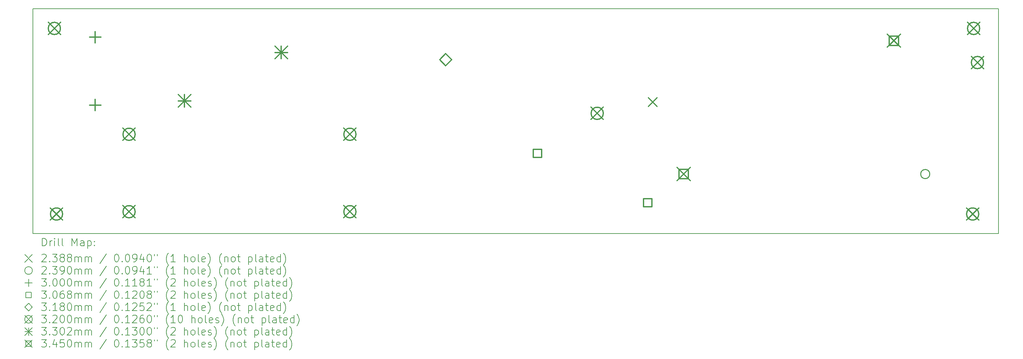
<source format=gbr>
%TF.GenerationSoftware,KiCad,Pcbnew,7.0.9*%
%TF.CreationDate,2024-04-15T23:42:45-07:00*%
%TF.ProjectId,AVcarrierBoard,41566361-7272-4696-9572-426f6172642e,rev?*%
%TF.SameCoordinates,Original*%
%TF.FileFunction,Drillmap*%
%TF.FilePolarity,Positive*%
%FSLAX45Y45*%
G04 Gerber Fmt 4.5, Leading zero omitted, Abs format (unit mm)*
G04 Created by KiCad (PCBNEW 7.0.9) date 2024-04-15 23:42:45*
%MOMM*%
%LPD*%
G01*
G04 APERTURE LIST*
%ADD10C,0.200000*%
%ADD11C,0.238760*%
%ADD12C,0.239000*%
%ADD13C,0.299999*%
%ADD14C,0.306832*%
%ADD15C,0.318000*%
%ADD16C,0.320000*%
%ADD17C,0.330200*%
%ADD18C,0.345000*%
G04 APERTURE END LIST*
D10*
X2276500Y-6557000D02*
X27636500Y-6557000D01*
X27636500Y-12457000D01*
X2276500Y-12457000D01*
X2276500Y-6557000D01*
D11*
X18433160Y-8880620D02*
X18671920Y-9119380D01*
X18671920Y-8880620D02*
X18433160Y-9119380D01*
D12*
X25833500Y-10894500D02*
G75*
G03*
X25833500Y-10894500I-119500J0D01*
G01*
D13*
X3916680Y-7153044D02*
X3916680Y-7453043D01*
X3766680Y-7303044D02*
X4066680Y-7303044D01*
X3916680Y-8933040D02*
X3916680Y-9233040D01*
X3766680Y-9083040D02*
X4066680Y-9083040D01*
D14*
X15640582Y-10458983D02*
X15640582Y-10242018D01*
X15423617Y-10242018D01*
X15423617Y-10458983D01*
X15640582Y-10458983D01*
X18534913Y-11754382D02*
X18534913Y-11537417D01*
X18317948Y-11537417D01*
X18317948Y-11754382D01*
X18534913Y-11754382D01*
D15*
X13121000Y-8051000D02*
X13280000Y-7892000D01*
X13121000Y-7733000D01*
X12962000Y-7892000D01*
X13121000Y-8051000D01*
D16*
X2684800Y-6911360D02*
X3004800Y-7231360D01*
X3004800Y-6911360D02*
X2684800Y-7231360D01*
X3004800Y-7071360D02*
G75*
G03*
X3004800Y-7071360I-160000J0D01*
G01*
X2740680Y-11783080D02*
X3060680Y-12103080D01*
X3060680Y-11783080D02*
X2740680Y-12103080D01*
X3060680Y-11943080D02*
G75*
G03*
X3060680Y-11943080I-160000J0D01*
G01*
X4645750Y-9690375D02*
X4965750Y-10010375D01*
X4965750Y-9690375D02*
X4645750Y-10010375D01*
X4965750Y-9850375D02*
G75*
G03*
X4965750Y-9850375I-160000J0D01*
G01*
X4645750Y-11722375D02*
X4965750Y-12042375D01*
X4965750Y-11722375D02*
X4645750Y-12042375D01*
X4965750Y-11882375D02*
G75*
G03*
X4965750Y-11882375I-160000J0D01*
G01*
X10445750Y-9690375D02*
X10765750Y-10010375D01*
X10765750Y-9690375D02*
X10445750Y-10010375D01*
X10765750Y-9850375D02*
G75*
G03*
X10765750Y-9850375I-160000J0D01*
G01*
X10445750Y-11722375D02*
X10765750Y-12042375D01*
X10765750Y-11722375D02*
X10445750Y-12042375D01*
X10765750Y-11882375D02*
G75*
G03*
X10765750Y-11882375I-160000J0D01*
G01*
X16940000Y-9140000D02*
X17260000Y-9460000D01*
X17260000Y-9140000D02*
X16940000Y-9460000D01*
X17260000Y-9300000D02*
G75*
G03*
X17260000Y-9300000I-160000J0D01*
G01*
X26799560Y-11783080D02*
X27119560Y-12103080D01*
X27119560Y-11783080D02*
X26799560Y-12103080D01*
X27119560Y-11943080D02*
G75*
G03*
X27119560Y-11943080I-160000J0D01*
G01*
X26824960Y-6911360D02*
X27144960Y-7231360D01*
X27144960Y-6911360D02*
X26824960Y-7231360D01*
X27144960Y-7071360D02*
G75*
G03*
X27144960Y-7071360I-160000J0D01*
G01*
X26925200Y-7807500D02*
X27245200Y-8127500D01*
X27245200Y-7807500D02*
X26925200Y-8127500D01*
X27245200Y-7967500D02*
G75*
G03*
X27245200Y-7967500I-160000J0D01*
G01*
D17*
X6096580Y-8810500D02*
X6426780Y-9140700D01*
X6426780Y-8810500D02*
X6096580Y-9140700D01*
X6261680Y-8810500D02*
X6261680Y-9140700D01*
X6096580Y-8975600D02*
X6426780Y-8975600D01*
X8636580Y-7540500D02*
X8966780Y-7870700D01*
X8966780Y-7540500D02*
X8636580Y-7870700D01*
X8801680Y-7540500D02*
X8801680Y-7870700D01*
X8636580Y-7705600D02*
X8966780Y-7705600D01*
D18*
X19199500Y-10722000D02*
X19544500Y-11067000D01*
X19544500Y-10722000D02*
X19199500Y-11067000D01*
X19493977Y-11016477D02*
X19493977Y-10772523D01*
X19250023Y-10772523D01*
X19250023Y-11016477D01*
X19493977Y-11016477D01*
X24719500Y-7221000D02*
X25064500Y-7566000D01*
X25064500Y-7221000D02*
X24719500Y-7566000D01*
X25013977Y-7515477D02*
X25013977Y-7271523D01*
X24770023Y-7271523D01*
X24770023Y-7515477D01*
X25013977Y-7515477D01*
D10*
X2527277Y-12778484D02*
X2527277Y-12578484D01*
X2527277Y-12578484D02*
X2574896Y-12578484D01*
X2574896Y-12578484D02*
X2603467Y-12588008D01*
X2603467Y-12588008D02*
X2622515Y-12607055D01*
X2622515Y-12607055D02*
X2632039Y-12626103D01*
X2632039Y-12626103D02*
X2641563Y-12664198D01*
X2641563Y-12664198D02*
X2641563Y-12692769D01*
X2641563Y-12692769D02*
X2632039Y-12730865D01*
X2632039Y-12730865D02*
X2622515Y-12749912D01*
X2622515Y-12749912D02*
X2603467Y-12768960D01*
X2603467Y-12768960D02*
X2574896Y-12778484D01*
X2574896Y-12778484D02*
X2527277Y-12778484D01*
X2727277Y-12778484D02*
X2727277Y-12645150D01*
X2727277Y-12683246D02*
X2736801Y-12664198D01*
X2736801Y-12664198D02*
X2746324Y-12654674D01*
X2746324Y-12654674D02*
X2765372Y-12645150D01*
X2765372Y-12645150D02*
X2784420Y-12645150D01*
X2851086Y-12778484D02*
X2851086Y-12645150D01*
X2851086Y-12578484D02*
X2841562Y-12588008D01*
X2841562Y-12588008D02*
X2851086Y-12597531D01*
X2851086Y-12597531D02*
X2860610Y-12588008D01*
X2860610Y-12588008D02*
X2851086Y-12578484D01*
X2851086Y-12578484D02*
X2851086Y-12597531D01*
X2974896Y-12778484D02*
X2955848Y-12768960D01*
X2955848Y-12768960D02*
X2946324Y-12749912D01*
X2946324Y-12749912D02*
X2946324Y-12578484D01*
X3079658Y-12778484D02*
X3060610Y-12768960D01*
X3060610Y-12768960D02*
X3051086Y-12749912D01*
X3051086Y-12749912D02*
X3051086Y-12578484D01*
X3308229Y-12778484D02*
X3308229Y-12578484D01*
X3308229Y-12578484D02*
X3374896Y-12721341D01*
X3374896Y-12721341D02*
X3441562Y-12578484D01*
X3441562Y-12578484D02*
X3441562Y-12778484D01*
X3622515Y-12778484D02*
X3622515Y-12673722D01*
X3622515Y-12673722D02*
X3612991Y-12654674D01*
X3612991Y-12654674D02*
X3593943Y-12645150D01*
X3593943Y-12645150D02*
X3555848Y-12645150D01*
X3555848Y-12645150D02*
X3536801Y-12654674D01*
X3622515Y-12768960D02*
X3603467Y-12778484D01*
X3603467Y-12778484D02*
X3555848Y-12778484D01*
X3555848Y-12778484D02*
X3536801Y-12768960D01*
X3536801Y-12768960D02*
X3527277Y-12749912D01*
X3527277Y-12749912D02*
X3527277Y-12730865D01*
X3527277Y-12730865D02*
X3536801Y-12711817D01*
X3536801Y-12711817D02*
X3555848Y-12702293D01*
X3555848Y-12702293D02*
X3603467Y-12702293D01*
X3603467Y-12702293D02*
X3622515Y-12692769D01*
X3717753Y-12645150D02*
X3717753Y-12845150D01*
X3717753Y-12654674D02*
X3736801Y-12645150D01*
X3736801Y-12645150D02*
X3774896Y-12645150D01*
X3774896Y-12645150D02*
X3793943Y-12654674D01*
X3793943Y-12654674D02*
X3803467Y-12664198D01*
X3803467Y-12664198D02*
X3812991Y-12683246D01*
X3812991Y-12683246D02*
X3812991Y-12740388D01*
X3812991Y-12740388D02*
X3803467Y-12759436D01*
X3803467Y-12759436D02*
X3793943Y-12768960D01*
X3793943Y-12768960D02*
X3774896Y-12778484D01*
X3774896Y-12778484D02*
X3736801Y-12778484D01*
X3736801Y-12778484D02*
X3717753Y-12768960D01*
X3898705Y-12759436D02*
X3908229Y-12768960D01*
X3908229Y-12768960D02*
X3898705Y-12778484D01*
X3898705Y-12778484D02*
X3889182Y-12768960D01*
X3889182Y-12768960D02*
X3898705Y-12759436D01*
X3898705Y-12759436D02*
X3898705Y-12778484D01*
X3898705Y-12654674D02*
X3908229Y-12664198D01*
X3908229Y-12664198D02*
X3898705Y-12673722D01*
X3898705Y-12673722D02*
X3889182Y-12664198D01*
X3889182Y-12664198D02*
X3898705Y-12654674D01*
X3898705Y-12654674D02*
X3898705Y-12673722D01*
X2066500Y-13007000D02*
X2266500Y-13207000D01*
X2266500Y-13007000D02*
X2066500Y-13207000D01*
X2517753Y-13017531D02*
X2527277Y-13008008D01*
X2527277Y-13008008D02*
X2546324Y-12998484D01*
X2546324Y-12998484D02*
X2593944Y-12998484D01*
X2593944Y-12998484D02*
X2612991Y-13008008D01*
X2612991Y-13008008D02*
X2622515Y-13017531D01*
X2622515Y-13017531D02*
X2632039Y-13036579D01*
X2632039Y-13036579D02*
X2632039Y-13055627D01*
X2632039Y-13055627D02*
X2622515Y-13084198D01*
X2622515Y-13084198D02*
X2508229Y-13198484D01*
X2508229Y-13198484D02*
X2632039Y-13198484D01*
X2717753Y-13179436D02*
X2727277Y-13188960D01*
X2727277Y-13188960D02*
X2717753Y-13198484D01*
X2717753Y-13198484D02*
X2708229Y-13188960D01*
X2708229Y-13188960D02*
X2717753Y-13179436D01*
X2717753Y-13179436D02*
X2717753Y-13198484D01*
X2793944Y-12998484D02*
X2917753Y-12998484D01*
X2917753Y-12998484D02*
X2851086Y-13074674D01*
X2851086Y-13074674D02*
X2879658Y-13074674D01*
X2879658Y-13074674D02*
X2898705Y-13084198D01*
X2898705Y-13084198D02*
X2908229Y-13093722D01*
X2908229Y-13093722D02*
X2917753Y-13112769D01*
X2917753Y-13112769D02*
X2917753Y-13160388D01*
X2917753Y-13160388D02*
X2908229Y-13179436D01*
X2908229Y-13179436D02*
X2898705Y-13188960D01*
X2898705Y-13188960D02*
X2879658Y-13198484D01*
X2879658Y-13198484D02*
X2822515Y-13198484D01*
X2822515Y-13198484D02*
X2803467Y-13188960D01*
X2803467Y-13188960D02*
X2793944Y-13179436D01*
X3032039Y-13084198D02*
X3012991Y-13074674D01*
X3012991Y-13074674D02*
X3003467Y-13065150D01*
X3003467Y-13065150D02*
X2993943Y-13046103D01*
X2993943Y-13046103D02*
X2993943Y-13036579D01*
X2993943Y-13036579D02*
X3003467Y-13017531D01*
X3003467Y-13017531D02*
X3012991Y-13008008D01*
X3012991Y-13008008D02*
X3032039Y-12998484D01*
X3032039Y-12998484D02*
X3070134Y-12998484D01*
X3070134Y-12998484D02*
X3089182Y-13008008D01*
X3089182Y-13008008D02*
X3098705Y-13017531D01*
X3098705Y-13017531D02*
X3108229Y-13036579D01*
X3108229Y-13036579D02*
X3108229Y-13046103D01*
X3108229Y-13046103D02*
X3098705Y-13065150D01*
X3098705Y-13065150D02*
X3089182Y-13074674D01*
X3089182Y-13074674D02*
X3070134Y-13084198D01*
X3070134Y-13084198D02*
X3032039Y-13084198D01*
X3032039Y-13084198D02*
X3012991Y-13093722D01*
X3012991Y-13093722D02*
X3003467Y-13103246D01*
X3003467Y-13103246D02*
X2993943Y-13122293D01*
X2993943Y-13122293D02*
X2993943Y-13160388D01*
X2993943Y-13160388D02*
X3003467Y-13179436D01*
X3003467Y-13179436D02*
X3012991Y-13188960D01*
X3012991Y-13188960D02*
X3032039Y-13198484D01*
X3032039Y-13198484D02*
X3070134Y-13198484D01*
X3070134Y-13198484D02*
X3089182Y-13188960D01*
X3089182Y-13188960D02*
X3098705Y-13179436D01*
X3098705Y-13179436D02*
X3108229Y-13160388D01*
X3108229Y-13160388D02*
X3108229Y-13122293D01*
X3108229Y-13122293D02*
X3098705Y-13103246D01*
X3098705Y-13103246D02*
X3089182Y-13093722D01*
X3089182Y-13093722D02*
X3070134Y-13084198D01*
X3222515Y-13084198D02*
X3203467Y-13074674D01*
X3203467Y-13074674D02*
X3193943Y-13065150D01*
X3193943Y-13065150D02*
X3184420Y-13046103D01*
X3184420Y-13046103D02*
X3184420Y-13036579D01*
X3184420Y-13036579D02*
X3193943Y-13017531D01*
X3193943Y-13017531D02*
X3203467Y-13008008D01*
X3203467Y-13008008D02*
X3222515Y-12998484D01*
X3222515Y-12998484D02*
X3260610Y-12998484D01*
X3260610Y-12998484D02*
X3279658Y-13008008D01*
X3279658Y-13008008D02*
X3289182Y-13017531D01*
X3289182Y-13017531D02*
X3298705Y-13036579D01*
X3298705Y-13036579D02*
X3298705Y-13046103D01*
X3298705Y-13046103D02*
X3289182Y-13065150D01*
X3289182Y-13065150D02*
X3279658Y-13074674D01*
X3279658Y-13074674D02*
X3260610Y-13084198D01*
X3260610Y-13084198D02*
X3222515Y-13084198D01*
X3222515Y-13084198D02*
X3203467Y-13093722D01*
X3203467Y-13093722D02*
X3193943Y-13103246D01*
X3193943Y-13103246D02*
X3184420Y-13122293D01*
X3184420Y-13122293D02*
X3184420Y-13160388D01*
X3184420Y-13160388D02*
X3193943Y-13179436D01*
X3193943Y-13179436D02*
X3203467Y-13188960D01*
X3203467Y-13188960D02*
X3222515Y-13198484D01*
X3222515Y-13198484D02*
X3260610Y-13198484D01*
X3260610Y-13198484D02*
X3279658Y-13188960D01*
X3279658Y-13188960D02*
X3289182Y-13179436D01*
X3289182Y-13179436D02*
X3298705Y-13160388D01*
X3298705Y-13160388D02*
X3298705Y-13122293D01*
X3298705Y-13122293D02*
X3289182Y-13103246D01*
X3289182Y-13103246D02*
X3279658Y-13093722D01*
X3279658Y-13093722D02*
X3260610Y-13084198D01*
X3384420Y-13198484D02*
X3384420Y-13065150D01*
X3384420Y-13084198D02*
X3393943Y-13074674D01*
X3393943Y-13074674D02*
X3412991Y-13065150D01*
X3412991Y-13065150D02*
X3441563Y-13065150D01*
X3441563Y-13065150D02*
X3460610Y-13074674D01*
X3460610Y-13074674D02*
X3470134Y-13093722D01*
X3470134Y-13093722D02*
X3470134Y-13198484D01*
X3470134Y-13093722D02*
X3479658Y-13074674D01*
X3479658Y-13074674D02*
X3498705Y-13065150D01*
X3498705Y-13065150D02*
X3527277Y-13065150D01*
X3527277Y-13065150D02*
X3546324Y-13074674D01*
X3546324Y-13074674D02*
X3555848Y-13093722D01*
X3555848Y-13093722D02*
X3555848Y-13198484D01*
X3651086Y-13198484D02*
X3651086Y-13065150D01*
X3651086Y-13084198D02*
X3660610Y-13074674D01*
X3660610Y-13074674D02*
X3679658Y-13065150D01*
X3679658Y-13065150D02*
X3708229Y-13065150D01*
X3708229Y-13065150D02*
X3727277Y-13074674D01*
X3727277Y-13074674D02*
X3736801Y-13093722D01*
X3736801Y-13093722D02*
X3736801Y-13198484D01*
X3736801Y-13093722D02*
X3746324Y-13074674D01*
X3746324Y-13074674D02*
X3765372Y-13065150D01*
X3765372Y-13065150D02*
X3793943Y-13065150D01*
X3793943Y-13065150D02*
X3812991Y-13074674D01*
X3812991Y-13074674D02*
X3822515Y-13093722D01*
X3822515Y-13093722D02*
X3822515Y-13198484D01*
X4212991Y-12988960D02*
X4041563Y-13246103D01*
X4470134Y-12998484D02*
X4489182Y-12998484D01*
X4489182Y-12998484D02*
X4508229Y-13008008D01*
X4508229Y-13008008D02*
X4517753Y-13017531D01*
X4517753Y-13017531D02*
X4527277Y-13036579D01*
X4527277Y-13036579D02*
X4536801Y-13074674D01*
X4536801Y-13074674D02*
X4536801Y-13122293D01*
X4536801Y-13122293D02*
X4527277Y-13160388D01*
X4527277Y-13160388D02*
X4517753Y-13179436D01*
X4517753Y-13179436D02*
X4508229Y-13188960D01*
X4508229Y-13188960D02*
X4489182Y-13198484D01*
X4489182Y-13198484D02*
X4470134Y-13198484D01*
X4470134Y-13198484D02*
X4451087Y-13188960D01*
X4451087Y-13188960D02*
X4441563Y-13179436D01*
X4441563Y-13179436D02*
X4432039Y-13160388D01*
X4432039Y-13160388D02*
X4422515Y-13122293D01*
X4422515Y-13122293D02*
X4422515Y-13074674D01*
X4422515Y-13074674D02*
X4432039Y-13036579D01*
X4432039Y-13036579D02*
X4441563Y-13017531D01*
X4441563Y-13017531D02*
X4451087Y-13008008D01*
X4451087Y-13008008D02*
X4470134Y-12998484D01*
X4622515Y-13179436D02*
X4632039Y-13188960D01*
X4632039Y-13188960D02*
X4622515Y-13198484D01*
X4622515Y-13198484D02*
X4612991Y-13188960D01*
X4612991Y-13188960D02*
X4622515Y-13179436D01*
X4622515Y-13179436D02*
X4622515Y-13198484D01*
X4755848Y-12998484D02*
X4774896Y-12998484D01*
X4774896Y-12998484D02*
X4793944Y-13008008D01*
X4793944Y-13008008D02*
X4803468Y-13017531D01*
X4803468Y-13017531D02*
X4812991Y-13036579D01*
X4812991Y-13036579D02*
X4822515Y-13074674D01*
X4822515Y-13074674D02*
X4822515Y-13122293D01*
X4822515Y-13122293D02*
X4812991Y-13160388D01*
X4812991Y-13160388D02*
X4803468Y-13179436D01*
X4803468Y-13179436D02*
X4793944Y-13188960D01*
X4793944Y-13188960D02*
X4774896Y-13198484D01*
X4774896Y-13198484D02*
X4755848Y-13198484D01*
X4755848Y-13198484D02*
X4736801Y-13188960D01*
X4736801Y-13188960D02*
X4727277Y-13179436D01*
X4727277Y-13179436D02*
X4717753Y-13160388D01*
X4717753Y-13160388D02*
X4708229Y-13122293D01*
X4708229Y-13122293D02*
X4708229Y-13074674D01*
X4708229Y-13074674D02*
X4717753Y-13036579D01*
X4717753Y-13036579D02*
X4727277Y-13017531D01*
X4727277Y-13017531D02*
X4736801Y-13008008D01*
X4736801Y-13008008D02*
X4755848Y-12998484D01*
X4917753Y-13198484D02*
X4955848Y-13198484D01*
X4955848Y-13198484D02*
X4974896Y-13188960D01*
X4974896Y-13188960D02*
X4984420Y-13179436D01*
X4984420Y-13179436D02*
X5003468Y-13150865D01*
X5003468Y-13150865D02*
X5012991Y-13112769D01*
X5012991Y-13112769D02*
X5012991Y-13036579D01*
X5012991Y-13036579D02*
X5003468Y-13017531D01*
X5003468Y-13017531D02*
X4993944Y-13008008D01*
X4993944Y-13008008D02*
X4974896Y-12998484D01*
X4974896Y-12998484D02*
X4936801Y-12998484D01*
X4936801Y-12998484D02*
X4917753Y-13008008D01*
X4917753Y-13008008D02*
X4908229Y-13017531D01*
X4908229Y-13017531D02*
X4898706Y-13036579D01*
X4898706Y-13036579D02*
X4898706Y-13084198D01*
X4898706Y-13084198D02*
X4908229Y-13103246D01*
X4908229Y-13103246D02*
X4917753Y-13112769D01*
X4917753Y-13112769D02*
X4936801Y-13122293D01*
X4936801Y-13122293D02*
X4974896Y-13122293D01*
X4974896Y-13122293D02*
X4993944Y-13112769D01*
X4993944Y-13112769D02*
X5003468Y-13103246D01*
X5003468Y-13103246D02*
X5012991Y-13084198D01*
X5184420Y-13065150D02*
X5184420Y-13198484D01*
X5136801Y-12988960D02*
X5089182Y-13131817D01*
X5089182Y-13131817D02*
X5212991Y-13131817D01*
X5327277Y-12998484D02*
X5346325Y-12998484D01*
X5346325Y-12998484D02*
X5365372Y-13008008D01*
X5365372Y-13008008D02*
X5374896Y-13017531D01*
X5374896Y-13017531D02*
X5384420Y-13036579D01*
X5384420Y-13036579D02*
X5393944Y-13074674D01*
X5393944Y-13074674D02*
X5393944Y-13122293D01*
X5393944Y-13122293D02*
X5384420Y-13160388D01*
X5384420Y-13160388D02*
X5374896Y-13179436D01*
X5374896Y-13179436D02*
X5365372Y-13188960D01*
X5365372Y-13188960D02*
X5346325Y-13198484D01*
X5346325Y-13198484D02*
X5327277Y-13198484D01*
X5327277Y-13198484D02*
X5308229Y-13188960D01*
X5308229Y-13188960D02*
X5298706Y-13179436D01*
X5298706Y-13179436D02*
X5289182Y-13160388D01*
X5289182Y-13160388D02*
X5279658Y-13122293D01*
X5279658Y-13122293D02*
X5279658Y-13074674D01*
X5279658Y-13074674D02*
X5289182Y-13036579D01*
X5289182Y-13036579D02*
X5298706Y-13017531D01*
X5298706Y-13017531D02*
X5308229Y-13008008D01*
X5308229Y-13008008D02*
X5327277Y-12998484D01*
X5470134Y-12998484D02*
X5470134Y-13036579D01*
X5546325Y-12998484D02*
X5546325Y-13036579D01*
X5841563Y-13274674D02*
X5832039Y-13265150D01*
X5832039Y-13265150D02*
X5812991Y-13236579D01*
X5812991Y-13236579D02*
X5803468Y-13217531D01*
X5803468Y-13217531D02*
X5793944Y-13188960D01*
X5793944Y-13188960D02*
X5784420Y-13141341D01*
X5784420Y-13141341D02*
X5784420Y-13103246D01*
X5784420Y-13103246D02*
X5793944Y-13055627D01*
X5793944Y-13055627D02*
X5803468Y-13027055D01*
X5803468Y-13027055D02*
X5812991Y-13008008D01*
X5812991Y-13008008D02*
X5832039Y-12979436D01*
X5832039Y-12979436D02*
X5841563Y-12969912D01*
X6022515Y-13198484D02*
X5908229Y-13198484D01*
X5965372Y-13198484D02*
X5965372Y-12998484D01*
X5965372Y-12998484D02*
X5946325Y-13027055D01*
X5946325Y-13027055D02*
X5927277Y-13046103D01*
X5927277Y-13046103D02*
X5908229Y-13055627D01*
X6260610Y-13198484D02*
X6260610Y-12998484D01*
X6346325Y-13198484D02*
X6346325Y-13093722D01*
X6346325Y-13093722D02*
X6336801Y-13074674D01*
X6336801Y-13074674D02*
X6317753Y-13065150D01*
X6317753Y-13065150D02*
X6289182Y-13065150D01*
X6289182Y-13065150D02*
X6270134Y-13074674D01*
X6270134Y-13074674D02*
X6260610Y-13084198D01*
X6470134Y-13198484D02*
X6451087Y-13188960D01*
X6451087Y-13188960D02*
X6441563Y-13179436D01*
X6441563Y-13179436D02*
X6432039Y-13160388D01*
X6432039Y-13160388D02*
X6432039Y-13103246D01*
X6432039Y-13103246D02*
X6441563Y-13084198D01*
X6441563Y-13084198D02*
X6451087Y-13074674D01*
X6451087Y-13074674D02*
X6470134Y-13065150D01*
X6470134Y-13065150D02*
X6498706Y-13065150D01*
X6498706Y-13065150D02*
X6517753Y-13074674D01*
X6517753Y-13074674D02*
X6527277Y-13084198D01*
X6527277Y-13084198D02*
X6536801Y-13103246D01*
X6536801Y-13103246D02*
X6536801Y-13160388D01*
X6536801Y-13160388D02*
X6527277Y-13179436D01*
X6527277Y-13179436D02*
X6517753Y-13188960D01*
X6517753Y-13188960D02*
X6498706Y-13198484D01*
X6498706Y-13198484D02*
X6470134Y-13198484D01*
X6651087Y-13198484D02*
X6632039Y-13188960D01*
X6632039Y-13188960D02*
X6622515Y-13169912D01*
X6622515Y-13169912D02*
X6622515Y-12998484D01*
X6803468Y-13188960D02*
X6784420Y-13198484D01*
X6784420Y-13198484D02*
X6746325Y-13198484D01*
X6746325Y-13198484D02*
X6727277Y-13188960D01*
X6727277Y-13188960D02*
X6717753Y-13169912D01*
X6717753Y-13169912D02*
X6717753Y-13093722D01*
X6717753Y-13093722D02*
X6727277Y-13074674D01*
X6727277Y-13074674D02*
X6746325Y-13065150D01*
X6746325Y-13065150D02*
X6784420Y-13065150D01*
X6784420Y-13065150D02*
X6803468Y-13074674D01*
X6803468Y-13074674D02*
X6812991Y-13093722D01*
X6812991Y-13093722D02*
X6812991Y-13112769D01*
X6812991Y-13112769D02*
X6717753Y-13131817D01*
X6879658Y-13274674D02*
X6889182Y-13265150D01*
X6889182Y-13265150D02*
X6908230Y-13236579D01*
X6908230Y-13236579D02*
X6917753Y-13217531D01*
X6917753Y-13217531D02*
X6927277Y-13188960D01*
X6927277Y-13188960D02*
X6936801Y-13141341D01*
X6936801Y-13141341D02*
X6936801Y-13103246D01*
X6936801Y-13103246D02*
X6927277Y-13055627D01*
X6927277Y-13055627D02*
X6917753Y-13027055D01*
X6917753Y-13027055D02*
X6908230Y-13008008D01*
X6908230Y-13008008D02*
X6889182Y-12979436D01*
X6889182Y-12979436D02*
X6879658Y-12969912D01*
X7241563Y-13274674D02*
X7232039Y-13265150D01*
X7232039Y-13265150D02*
X7212991Y-13236579D01*
X7212991Y-13236579D02*
X7203468Y-13217531D01*
X7203468Y-13217531D02*
X7193944Y-13188960D01*
X7193944Y-13188960D02*
X7184420Y-13141341D01*
X7184420Y-13141341D02*
X7184420Y-13103246D01*
X7184420Y-13103246D02*
X7193944Y-13055627D01*
X7193944Y-13055627D02*
X7203468Y-13027055D01*
X7203468Y-13027055D02*
X7212991Y-13008008D01*
X7212991Y-13008008D02*
X7232039Y-12979436D01*
X7232039Y-12979436D02*
X7241563Y-12969912D01*
X7317753Y-13065150D02*
X7317753Y-13198484D01*
X7317753Y-13084198D02*
X7327277Y-13074674D01*
X7327277Y-13074674D02*
X7346325Y-13065150D01*
X7346325Y-13065150D02*
X7374896Y-13065150D01*
X7374896Y-13065150D02*
X7393944Y-13074674D01*
X7393944Y-13074674D02*
X7403468Y-13093722D01*
X7403468Y-13093722D02*
X7403468Y-13198484D01*
X7527277Y-13198484D02*
X7508230Y-13188960D01*
X7508230Y-13188960D02*
X7498706Y-13179436D01*
X7498706Y-13179436D02*
X7489182Y-13160388D01*
X7489182Y-13160388D02*
X7489182Y-13103246D01*
X7489182Y-13103246D02*
X7498706Y-13084198D01*
X7498706Y-13084198D02*
X7508230Y-13074674D01*
X7508230Y-13074674D02*
X7527277Y-13065150D01*
X7527277Y-13065150D02*
X7555849Y-13065150D01*
X7555849Y-13065150D02*
X7574896Y-13074674D01*
X7574896Y-13074674D02*
X7584420Y-13084198D01*
X7584420Y-13084198D02*
X7593944Y-13103246D01*
X7593944Y-13103246D02*
X7593944Y-13160388D01*
X7593944Y-13160388D02*
X7584420Y-13179436D01*
X7584420Y-13179436D02*
X7574896Y-13188960D01*
X7574896Y-13188960D02*
X7555849Y-13198484D01*
X7555849Y-13198484D02*
X7527277Y-13198484D01*
X7651087Y-13065150D02*
X7727277Y-13065150D01*
X7679658Y-12998484D02*
X7679658Y-13169912D01*
X7679658Y-13169912D02*
X7689182Y-13188960D01*
X7689182Y-13188960D02*
X7708230Y-13198484D01*
X7708230Y-13198484D02*
X7727277Y-13198484D01*
X7946325Y-13065150D02*
X7946325Y-13265150D01*
X7946325Y-13074674D02*
X7965372Y-13065150D01*
X7965372Y-13065150D02*
X8003468Y-13065150D01*
X8003468Y-13065150D02*
X8022515Y-13074674D01*
X8022515Y-13074674D02*
X8032039Y-13084198D01*
X8032039Y-13084198D02*
X8041563Y-13103246D01*
X8041563Y-13103246D02*
X8041563Y-13160388D01*
X8041563Y-13160388D02*
X8032039Y-13179436D01*
X8032039Y-13179436D02*
X8022515Y-13188960D01*
X8022515Y-13188960D02*
X8003468Y-13198484D01*
X8003468Y-13198484D02*
X7965372Y-13198484D01*
X7965372Y-13198484D02*
X7946325Y-13188960D01*
X8155849Y-13198484D02*
X8136801Y-13188960D01*
X8136801Y-13188960D02*
X8127277Y-13169912D01*
X8127277Y-13169912D02*
X8127277Y-12998484D01*
X8317753Y-13198484D02*
X8317753Y-13093722D01*
X8317753Y-13093722D02*
X8308230Y-13074674D01*
X8308230Y-13074674D02*
X8289182Y-13065150D01*
X8289182Y-13065150D02*
X8251087Y-13065150D01*
X8251087Y-13065150D02*
X8232039Y-13074674D01*
X8317753Y-13188960D02*
X8298706Y-13198484D01*
X8298706Y-13198484D02*
X8251087Y-13198484D01*
X8251087Y-13198484D02*
X8232039Y-13188960D01*
X8232039Y-13188960D02*
X8222515Y-13169912D01*
X8222515Y-13169912D02*
X8222515Y-13150865D01*
X8222515Y-13150865D02*
X8232039Y-13131817D01*
X8232039Y-13131817D02*
X8251087Y-13122293D01*
X8251087Y-13122293D02*
X8298706Y-13122293D01*
X8298706Y-13122293D02*
X8317753Y-13112769D01*
X8384420Y-13065150D02*
X8460611Y-13065150D01*
X8412992Y-12998484D02*
X8412992Y-13169912D01*
X8412992Y-13169912D02*
X8422515Y-13188960D01*
X8422515Y-13188960D02*
X8441563Y-13198484D01*
X8441563Y-13198484D02*
X8460611Y-13198484D01*
X8603468Y-13188960D02*
X8584420Y-13198484D01*
X8584420Y-13198484D02*
X8546325Y-13198484D01*
X8546325Y-13198484D02*
X8527277Y-13188960D01*
X8527277Y-13188960D02*
X8517754Y-13169912D01*
X8517754Y-13169912D02*
X8517754Y-13093722D01*
X8517754Y-13093722D02*
X8527277Y-13074674D01*
X8527277Y-13074674D02*
X8546325Y-13065150D01*
X8546325Y-13065150D02*
X8584420Y-13065150D01*
X8584420Y-13065150D02*
X8603468Y-13074674D01*
X8603468Y-13074674D02*
X8612992Y-13093722D01*
X8612992Y-13093722D02*
X8612992Y-13112769D01*
X8612992Y-13112769D02*
X8517754Y-13131817D01*
X8784420Y-13198484D02*
X8784420Y-12998484D01*
X8784420Y-13188960D02*
X8765373Y-13198484D01*
X8765373Y-13198484D02*
X8727277Y-13198484D01*
X8727277Y-13198484D02*
X8708230Y-13188960D01*
X8708230Y-13188960D02*
X8698706Y-13179436D01*
X8698706Y-13179436D02*
X8689182Y-13160388D01*
X8689182Y-13160388D02*
X8689182Y-13103246D01*
X8689182Y-13103246D02*
X8698706Y-13084198D01*
X8698706Y-13084198D02*
X8708230Y-13074674D01*
X8708230Y-13074674D02*
X8727277Y-13065150D01*
X8727277Y-13065150D02*
X8765373Y-13065150D01*
X8765373Y-13065150D02*
X8784420Y-13074674D01*
X8860611Y-13274674D02*
X8870135Y-13265150D01*
X8870135Y-13265150D02*
X8889182Y-13236579D01*
X8889182Y-13236579D02*
X8898706Y-13217531D01*
X8898706Y-13217531D02*
X8908230Y-13188960D01*
X8908230Y-13188960D02*
X8917754Y-13141341D01*
X8917754Y-13141341D02*
X8917754Y-13103246D01*
X8917754Y-13103246D02*
X8908230Y-13055627D01*
X8908230Y-13055627D02*
X8898706Y-13027055D01*
X8898706Y-13027055D02*
X8889182Y-13008008D01*
X8889182Y-13008008D02*
X8870135Y-12979436D01*
X8870135Y-12979436D02*
X8860611Y-12969912D01*
X2266500Y-13427000D02*
G75*
G03*
X2266500Y-13427000I-100000J0D01*
G01*
X2517753Y-13337531D02*
X2527277Y-13328008D01*
X2527277Y-13328008D02*
X2546324Y-13318484D01*
X2546324Y-13318484D02*
X2593944Y-13318484D01*
X2593944Y-13318484D02*
X2612991Y-13328008D01*
X2612991Y-13328008D02*
X2622515Y-13337531D01*
X2622515Y-13337531D02*
X2632039Y-13356579D01*
X2632039Y-13356579D02*
X2632039Y-13375627D01*
X2632039Y-13375627D02*
X2622515Y-13404198D01*
X2622515Y-13404198D02*
X2508229Y-13518484D01*
X2508229Y-13518484D02*
X2632039Y-13518484D01*
X2717753Y-13499436D02*
X2727277Y-13508960D01*
X2727277Y-13508960D02*
X2717753Y-13518484D01*
X2717753Y-13518484D02*
X2708229Y-13508960D01*
X2708229Y-13508960D02*
X2717753Y-13499436D01*
X2717753Y-13499436D02*
X2717753Y-13518484D01*
X2793944Y-13318484D02*
X2917753Y-13318484D01*
X2917753Y-13318484D02*
X2851086Y-13394674D01*
X2851086Y-13394674D02*
X2879658Y-13394674D01*
X2879658Y-13394674D02*
X2898705Y-13404198D01*
X2898705Y-13404198D02*
X2908229Y-13413722D01*
X2908229Y-13413722D02*
X2917753Y-13432769D01*
X2917753Y-13432769D02*
X2917753Y-13480388D01*
X2917753Y-13480388D02*
X2908229Y-13499436D01*
X2908229Y-13499436D02*
X2898705Y-13508960D01*
X2898705Y-13508960D02*
X2879658Y-13518484D01*
X2879658Y-13518484D02*
X2822515Y-13518484D01*
X2822515Y-13518484D02*
X2803467Y-13508960D01*
X2803467Y-13508960D02*
X2793944Y-13499436D01*
X3012991Y-13518484D02*
X3051086Y-13518484D01*
X3051086Y-13518484D02*
X3070134Y-13508960D01*
X3070134Y-13508960D02*
X3079658Y-13499436D01*
X3079658Y-13499436D02*
X3098705Y-13470865D01*
X3098705Y-13470865D02*
X3108229Y-13432769D01*
X3108229Y-13432769D02*
X3108229Y-13356579D01*
X3108229Y-13356579D02*
X3098705Y-13337531D01*
X3098705Y-13337531D02*
X3089182Y-13328008D01*
X3089182Y-13328008D02*
X3070134Y-13318484D01*
X3070134Y-13318484D02*
X3032039Y-13318484D01*
X3032039Y-13318484D02*
X3012991Y-13328008D01*
X3012991Y-13328008D02*
X3003467Y-13337531D01*
X3003467Y-13337531D02*
X2993943Y-13356579D01*
X2993943Y-13356579D02*
X2993943Y-13404198D01*
X2993943Y-13404198D02*
X3003467Y-13423246D01*
X3003467Y-13423246D02*
X3012991Y-13432769D01*
X3012991Y-13432769D02*
X3032039Y-13442293D01*
X3032039Y-13442293D02*
X3070134Y-13442293D01*
X3070134Y-13442293D02*
X3089182Y-13432769D01*
X3089182Y-13432769D02*
X3098705Y-13423246D01*
X3098705Y-13423246D02*
X3108229Y-13404198D01*
X3232039Y-13318484D02*
X3251086Y-13318484D01*
X3251086Y-13318484D02*
X3270134Y-13328008D01*
X3270134Y-13328008D02*
X3279658Y-13337531D01*
X3279658Y-13337531D02*
X3289182Y-13356579D01*
X3289182Y-13356579D02*
X3298705Y-13394674D01*
X3298705Y-13394674D02*
X3298705Y-13442293D01*
X3298705Y-13442293D02*
X3289182Y-13480388D01*
X3289182Y-13480388D02*
X3279658Y-13499436D01*
X3279658Y-13499436D02*
X3270134Y-13508960D01*
X3270134Y-13508960D02*
X3251086Y-13518484D01*
X3251086Y-13518484D02*
X3232039Y-13518484D01*
X3232039Y-13518484D02*
X3212991Y-13508960D01*
X3212991Y-13508960D02*
X3203467Y-13499436D01*
X3203467Y-13499436D02*
X3193943Y-13480388D01*
X3193943Y-13480388D02*
X3184420Y-13442293D01*
X3184420Y-13442293D02*
X3184420Y-13394674D01*
X3184420Y-13394674D02*
X3193943Y-13356579D01*
X3193943Y-13356579D02*
X3203467Y-13337531D01*
X3203467Y-13337531D02*
X3212991Y-13328008D01*
X3212991Y-13328008D02*
X3232039Y-13318484D01*
X3384420Y-13518484D02*
X3384420Y-13385150D01*
X3384420Y-13404198D02*
X3393943Y-13394674D01*
X3393943Y-13394674D02*
X3412991Y-13385150D01*
X3412991Y-13385150D02*
X3441563Y-13385150D01*
X3441563Y-13385150D02*
X3460610Y-13394674D01*
X3460610Y-13394674D02*
X3470134Y-13413722D01*
X3470134Y-13413722D02*
X3470134Y-13518484D01*
X3470134Y-13413722D02*
X3479658Y-13394674D01*
X3479658Y-13394674D02*
X3498705Y-13385150D01*
X3498705Y-13385150D02*
X3527277Y-13385150D01*
X3527277Y-13385150D02*
X3546324Y-13394674D01*
X3546324Y-13394674D02*
X3555848Y-13413722D01*
X3555848Y-13413722D02*
X3555848Y-13518484D01*
X3651086Y-13518484D02*
X3651086Y-13385150D01*
X3651086Y-13404198D02*
X3660610Y-13394674D01*
X3660610Y-13394674D02*
X3679658Y-13385150D01*
X3679658Y-13385150D02*
X3708229Y-13385150D01*
X3708229Y-13385150D02*
X3727277Y-13394674D01*
X3727277Y-13394674D02*
X3736801Y-13413722D01*
X3736801Y-13413722D02*
X3736801Y-13518484D01*
X3736801Y-13413722D02*
X3746324Y-13394674D01*
X3746324Y-13394674D02*
X3765372Y-13385150D01*
X3765372Y-13385150D02*
X3793943Y-13385150D01*
X3793943Y-13385150D02*
X3812991Y-13394674D01*
X3812991Y-13394674D02*
X3822515Y-13413722D01*
X3822515Y-13413722D02*
X3822515Y-13518484D01*
X4212991Y-13308960D02*
X4041563Y-13566103D01*
X4470134Y-13318484D02*
X4489182Y-13318484D01*
X4489182Y-13318484D02*
X4508229Y-13328008D01*
X4508229Y-13328008D02*
X4517753Y-13337531D01*
X4517753Y-13337531D02*
X4527277Y-13356579D01*
X4527277Y-13356579D02*
X4536801Y-13394674D01*
X4536801Y-13394674D02*
X4536801Y-13442293D01*
X4536801Y-13442293D02*
X4527277Y-13480388D01*
X4527277Y-13480388D02*
X4517753Y-13499436D01*
X4517753Y-13499436D02*
X4508229Y-13508960D01*
X4508229Y-13508960D02*
X4489182Y-13518484D01*
X4489182Y-13518484D02*
X4470134Y-13518484D01*
X4470134Y-13518484D02*
X4451087Y-13508960D01*
X4451087Y-13508960D02*
X4441563Y-13499436D01*
X4441563Y-13499436D02*
X4432039Y-13480388D01*
X4432039Y-13480388D02*
X4422515Y-13442293D01*
X4422515Y-13442293D02*
X4422515Y-13394674D01*
X4422515Y-13394674D02*
X4432039Y-13356579D01*
X4432039Y-13356579D02*
X4441563Y-13337531D01*
X4441563Y-13337531D02*
X4451087Y-13328008D01*
X4451087Y-13328008D02*
X4470134Y-13318484D01*
X4622515Y-13499436D02*
X4632039Y-13508960D01*
X4632039Y-13508960D02*
X4622515Y-13518484D01*
X4622515Y-13518484D02*
X4612991Y-13508960D01*
X4612991Y-13508960D02*
X4622515Y-13499436D01*
X4622515Y-13499436D02*
X4622515Y-13518484D01*
X4755848Y-13318484D02*
X4774896Y-13318484D01*
X4774896Y-13318484D02*
X4793944Y-13328008D01*
X4793944Y-13328008D02*
X4803468Y-13337531D01*
X4803468Y-13337531D02*
X4812991Y-13356579D01*
X4812991Y-13356579D02*
X4822515Y-13394674D01*
X4822515Y-13394674D02*
X4822515Y-13442293D01*
X4822515Y-13442293D02*
X4812991Y-13480388D01*
X4812991Y-13480388D02*
X4803468Y-13499436D01*
X4803468Y-13499436D02*
X4793944Y-13508960D01*
X4793944Y-13508960D02*
X4774896Y-13518484D01*
X4774896Y-13518484D02*
X4755848Y-13518484D01*
X4755848Y-13518484D02*
X4736801Y-13508960D01*
X4736801Y-13508960D02*
X4727277Y-13499436D01*
X4727277Y-13499436D02*
X4717753Y-13480388D01*
X4717753Y-13480388D02*
X4708229Y-13442293D01*
X4708229Y-13442293D02*
X4708229Y-13394674D01*
X4708229Y-13394674D02*
X4717753Y-13356579D01*
X4717753Y-13356579D02*
X4727277Y-13337531D01*
X4727277Y-13337531D02*
X4736801Y-13328008D01*
X4736801Y-13328008D02*
X4755848Y-13318484D01*
X4917753Y-13518484D02*
X4955848Y-13518484D01*
X4955848Y-13518484D02*
X4974896Y-13508960D01*
X4974896Y-13508960D02*
X4984420Y-13499436D01*
X4984420Y-13499436D02*
X5003468Y-13470865D01*
X5003468Y-13470865D02*
X5012991Y-13432769D01*
X5012991Y-13432769D02*
X5012991Y-13356579D01*
X5012991Y-13356579D02*
X5003468Y-13337531D01*
X5003468Y-13337531D02*
X4993944Y-13328008D01*
X4993944Y-13328008D02*
X4974896Y-13318484D01*
X4974896Y-13318484D02*
X4936801Y-13318484D01*
X4936801Y-13318484D02*
X4917753Y-13328008D01*
X4917753Y-13328008D02*
X4908229Y-13337531D01*
X4908229Y-13337531D02*
X4898706Y-13356579D01*
X4898706Y-13356579D02*
X4898706Y-13404198D01*
X4898706Y-13404198D02*
X4908229Y-13423246D01*
X4908229Y-13423246D02*
X4917753Y-13432769D01*
X4917753Y-13432769D02*
X4936801Y-13442293D01*
X4936801Y-13442293D02*
X4974896Y-13442293D01*
X4974896Y-13442293D02*
X4993944Y-13432769D01*
X4993944Y-13432769D02*
X5003468Y-13423246D01*
X5003468Y-13423246D02*
X5012991Y-13404198D01*
X5184420Y-13385150D02*
X5184420Y-13518484D01*
X5136801Y-13308960D02*
X5089182Y-13451817D01*
X5089182Y-13451817D02*
X5212991Y-13451817D01*
X5393944Y-13518484D02*
X5279658Y-13518484D01*
X5336801Y-13518484D02*
X5336801Y-13318484D01*
X5336801Y-13318484D02*
X5317753Y-13347055D01*
X5317753Y-13347055D02*
X5298706Y-13366103D01*
X5298706Y-13366103D02*
X5279658Y-13375627D01*
X5470134Y-13318484D02*
X5470134Y-13356579D01*
X5546325Y-13318484D02*
X5546325Y-13356579D01*
X5841563Y-13594674D02*
X5832039Y-13585150D01*
X5832039Y-13585150D02*
X5812991Y-13556579D01*
X5812991Y-13556579D02*
X5803468Y-13537531D01*
X5803468Y-13537531D02*
X5793944Y-13508960D01*
X5793944Y-13508960D02*
X5784420Y-13461341D01*
X5784420Y-13461341D02*
X5784420Y-13423246D01*
X5784420Y-13423246D02*
X5793944Y-13375627D01*
X5793944Y-13375627D02*
X5803468Y-13347055D01*
X5803468Y-13347055D02*
X5812991Y-13328008D01*
X5812991Y-13328008D02*
X5832039Y-13299436D01*
X5832039Y-13299436D02*
X5841563Y-13289912D01*
X6022515Y-13518484D02*
X5908229Y-13518484D01*
X5965372Y-13518484D02*
X5965372Y-13318484D01*
X5965372Y-13318484D02*
X5946325Y-13347055D01*
X5946325Y-13347055D02*
X5927277Y-13366103D01*
X5927277Y-13366103D02*
X5908229Y-13375627D01*
X6260610Y-13518484D02*
X6260610Y-13318484D01*
X6346325Y-13518484D02*
X6346325Y-13413722D01*
X6346325Y-13413722D02*
X6336801Y-13394674D01*
X6336801Y-13394674D02*
X6317753Y-13385150D01*
X6317753Y-13385150D02*
X6289182Y-13385150D01*
X6289182Y-13385150D02*
X6270134Y-13394674D01*
X6270134Y-13394674D02*
X6260610Y-13404198D01*
X6470134Y-13518484D02*
X6451087Y-13508960D01*
X6451087Y-13508960D02*
X6441563Y-13499436D01*
X6441563Y-13499436D02*
X6432039Y-13480388D01*
X6432039Y-13480388D02*
X6432039Y-13423246D01*
X6432039Y-13423246D02*
X6441563Y-13404198D01*
X6441563Y-13404198D02*
X6451087Y-13394674D01*
X6451087Y-13394674D02*
X6470134Y-13385150D01*
X6470134Y-13385150D02*
X6498706Y-13385150D01*
X6498706Y-13385150D02*
X6517753Y-13394674D01*
X6517753Y-13394674D02*
X6527277Y-13404198D01*
X6527277Y-13404198D02*
X6536801Y-13423246D01*
X6536801Y-13423246D02*
X6536801Y-13480388D01*
X6536801Y-13480388D02*
X6527277Y-13499436D01*
X6527277Y-13499436D02*
X6517753Y-13508960D01*
X6517753Y-13508960D02*
X6498706Y-13518484D01*
X6498706Y-13518484D02*
X6470134Y-13518484D01*
X6651087Y-13518484D02*
X6632039Y-13508960D01*
X6632039Y-13508960D02*
X6622515Y-13489912D01*
X6622515Y-13489912D02*
X6622515Y-13318484D01*
X6803468Y-13508960D02*
X6784420Y-13518484D01*
X6784420Y-13518484D02*
X6746325Y-13518484D01*
X6746325Y-13518484D02*
X6727277Y-13508960D01*
X6727277Y-13508960D02*
X6717753Y-13489912D01*
X6717753Y-13489912D02*
X6717753Y-13413722D01*
X6717753Y-13413722D02*
X6727277Y-13394674D01*
X6727277Y-13394674D02*
X6746325Y-13385150D01*
X6746325Y-13385150D02*
X6784420Y-13385150D01*
X6784420Y-13385150D02*
X6803468Y-13394674D01*
X6803468Y-13394674D02*
X6812991Y-13413722D01*
X6812991Y-13413722D02*
X6812991Y-13432769D01*
X6812991Y-13432769D02*
X6717753Y-13451817D01*
X6879658Y-13594674D02*
X6889182Y-13585150D01*
X6889182Y-13585150D02*
X6908230Y-13556579D01*
X6908230Y-13556579D02*
X6917753Y-13537531D01*
X6917753Y-13537531D02*
X6927277Y-13508960D01*
X6927277Y-13508960D02*
X6936801Y-13461341D01*
X6936801Y-13461341D02*
X6936801Y-13423246D01*
X6936801Y-13423246D02*
X6927277Y-13375627D01*
X6927277Y-13375627D02*
X6917753Y-13347055D01*
X6917753Y-13347055D02*
X6908230Y-13328008D01*
X6908230Y-13328008D02*
X6889182Y-13299436D01*
X6889182Y-13299436D02*
X6879658Y-13289912D01*
X7241563Y-13594674D02*
X7232039Y-13585150D01*
X7232039Y-13585150D02*
X7212991Y-13556579D01*
X7212991Y-13556579D02*
X7203468Y-13537531D01*
X7203468Y-13537531D02*
X7193944Y-13508960D01*
X7193944Y-13508960D02*
X7184420Y-13461341D01*
X7184420Y-13461341D02*
X7184420Y-13423246D01*
X7184420Y-13423246D02*
X7193944Y-13375627D01*
X7193944Y-13375627D02*
X7203468Y-13347055D01*
X7203468Y-13347055D02*
X7212991Y-13328008D01*
X7212991Y-13328008D02*
X7232039Y-13299436D01*
X7232039Y-13299436D02*
X7241563Y-13289912D01*
X7317753Y-13385150D02*
X7317753Y-13518484D01*
X7317753Y-13404198D02*
X7327277Y-13394674D01*
X7327277Y-13394674D02*
X7346325Y-13385150D01*
X7346325Y-13385150D02*
X7374896Y-13385150D01*
X7374896Y-13385150D02*
X7393944Y-13394674D01*
X7393944Y-13394674D02*
X7403468Y-13413722D01*
X7403468Y-13413722D02*
X7403468Y-13518484D01*
X7527277Y-13518484D02*
X7508230Y-13508960D01*
X7508230Y-13508960D02*
X7498706Y-13499436D01*
X7498706Y-13499436D02*
X7489182Y-13480388D01*
X7489182Y-13480388D02*
X7489182Y-13423246D01*
X7489182Y-13423246D02*
X7498706Y-13404198D01*
X7498706Y-13404198D02*
X7508230Y-13394674D01*
X7508230Y-13394674D02*
X7527277Y-13385150D01*
X7527277Y-13385150D02*
X7555849Y-13385150D01*
X7555849Y-13385150D02*
X7574896Y-13394674D01*
X7574896Y-13394674D02*
X7584420Y-13404198D01*
X7584420Y-13404198D02*
X7593944Y-13423246D01*
X7593944Y-13423246D02*
X7593944Y-13480388D01*
X7593944Y-13480388D02*
X7584420Y-13499436D01*
X7584420Y-13499436D02*
X7574896Y-13508960D01*
X7574896Y-13508960D02*
X7555849Y-13518484D01*
X7555849Y-13518484D02*
X7527277Y-13518484D01*
X7651087Y-13385150D02*
X7727277Y-13385150D01*
X7679658Y-13318484D02*
X7679658Y-13489912D01*
X7679658Y-13489912D02*
X7689182Y-13508960D01*
X7689182Y-13508960D02*
X7708230Y-13518484D01*
X7708230Y-13518484D02*
X7727277Y-13518484D01*
X7946325Y-13385150D02*
X7946325Y-13585150D01*
X7946325Y-13394674D02*
X7965372Y-13385150D01*
X7965372Y-13385150D02*
X8003468Y-13385150D01*
X8003468Y-13385150D02*
X8022515Y-13394674D01*
X8022515Y-13394674D02*
X8032039Y-13404198D01*
X8032039Y-13404198D02*
X8041563Y-13423246D01*
X8041563Y-13423246D02*
X8041563Y-13480388D01*
X8041563Y-13480388D02*
X8032039Y-13499436D01*
X8032039Y-13499436D02*
X8022515Y-13508960D01*
X8022515Y-13508960D02*
X8003468Y-13518484D01*
X8003468Y-13518484D02*
X7965372Y-13518484D01*
X7965372Y-13518484D02*
X7946325Y-13508960D01*
X8155849Y-13518484D02*
X8136801Y-13508960D01*
X8136801Y-13508960D02*
X8127277Y-13489912D01*
X8127277Y-13489912D02*
X8127277Y-13318484D01*
X8317753Y-13518484D02*
X8317753Y-13413722D01*
X8317753Y-13413722D02*
X8308230Y-13394674D01*
X8308230Y-13394674D02*
X8289182Y-13385150D01*
X8289182Y-13385150D02*
X8251087Y-13385150D01*
X8251087Y-13385150D02*
X8232039Y-13394674D01*
X8317753Y-13508960D02*
X8298706Y-13518484D01*
X8298706Y-13518484D02*
X8251087Y-13518484D01*
X8251087Y-13518484D02*
X8232039Y-13508960D01*
X8232039Y-13508960D02*
X8222515Y-13489912D01*
X8222515Y-13489912D02*
X8222515Y-13470865D01*
X8222515Y-13470865D02*
X8232039Y-13451817D01*
X8232039Y-13451817D02*
X8251087Y-13442293D01*
X8251087Y-13442293D02*
X8298706Y-13442293D01*
X8298706Y-13442293D02*
X8317753Y-13432769D01*
X8384420Y-13385150D02*
X8460611Y-13385150D01*
X8412992Y-13318484D02*
X8412992Y-13489912D01*
X8412992Y-13489912D02*
X8422515Y-13508960D01*
X8422515Y-13508960D02*
X8441563Y-13518484D01*
X8441563Y-13518484D02*
X8460611Y-13518484D01*
X8603468Y-13508960D02*
X8584420Y-13518484D01*
X8584420Y-13518484D02*
X8546325Y-13518484D01*
X8546325Y-13518484D02*
X8527277Y-13508960D01*
X8527277Y-13508960D02*
X8517754Y-13489912D01*
X8517754Y-13489912D02*
X8517754Y-13413722D01*
X8517754Y-13413722D02*
X8527277Y-13394674D01*
X8527277Y-13394674D02*
X8546325Y-13385150D01*
X8546325Y-13385150D02*
X8584420Y-13385150D01*
X8584420Y-13385150D02*
X8603468Y-13394674D01*
X8603468Y-13394674D02*
X8612992Y-13413722D01*
X8612992Y-13413722D02*
X8612992Y-13432769D01*
X8612992Y-13432769D02*
X8517754Y-13451817D01*
X8784420Y-13518484D02*
X8784420Y-13318484D01*
X8784420Y-13508960D02*
X8765373Y-13518484D01*
X8765373Y-13518484D02*
X8727277Y-13518484D01*
X8727277Y-13518484D02*
X8708230Y-13508960D01*
X8708230Y-13508960D02*
X8698706Y-13499436D01*
X8698706Y-13499436D02*
X8689182Y-13480388D01*
X8689182Y-13480388D02*
X8689182Y-13423246D01*
X8689182Y-13423246D02*
X8698706Y-13404198D01*
X8698706Y-13404198D02*
X8708230Y-13394674D01*
X8708230Y-13394674D02*
X8727277Y-13385150D01*
X8727277Y-13385150D02*
X8765373Y-13385150D01*
X8765373Y-13385150D02*
X8784420Y-13394674D01*
X8860611Y-13594674D02*
X8870135Y-13585150D01*
X8870135Y-13585150D02*
X8889182Y-13556579D01*
X8889182Y-13556579D02*
X8898706Y-13537531D01*
X8898706Y-13537531D02*
X8908230Y-13508960D01*
X8908230Y-13508960D02*
X8917754Y-13461341D01*
X8917754Y-13461341D02*
X8917754Y-13423246D01*
X8917754Y-13423246D02*
X8908230Y-13375627D01*
X8908230Y-13375627D02*
X8898706Y-13347055D01*
X8898706Y-13347055D02*
X8889182Y-13328008D01*
X8889182Y-13328008D02*
X8870135Y-13299436D01*
X8870135Y-13299436D02*
X8860611Y-13289912D01*
X2166500Y-13647000D02*
X2166500Y-13847000D01*
X2066500Y-13747000D02*
X2266500Y-13747000D01*
X2508229Y-13638484D02*
X2632039Y-13638484D01*
X2632039Y-13638484D02*
X2565372Y-13714674D01*
X2565372Y-13714674D02*
X2593944Y-13714674D01*
X2593944Y-13714674D02*
X2612991Y-13724198D01*
X2612991Y-13724198D02*
X2622515Y-13733722D01*
X2622515Y-13733722D02*
X2632039Y-13752769D01*
X2632039Y-13752769D02*
X2632039Y-13800388D01*
X2632039Y-13800388D02*
X2622515Y-13819436D01*
X2622515Y-13819436D02*
X2612991Y-13828960D01*
X2612991Y-13828960D02*
X2593944Y-13838484D01*
X2593944Y-13838484D02*
X2536801Y-13838484D01*
X2536801Y-13838484D02*
X2517753Y-13828960D01*
X2517753Y-13828960D02*
X2508229Y-13819436D01*
X2717753Y-13819436D02*
X2727277Y-13828960D01*
X2727277Y-13828960D02*
X2717753Y-13838484D01*
X2717753Y-13838484D02*
X2708229Y-13828960D01*
X2708229Y-13828960D02*
X2717753Y-13819436D01*
X2717753Y-13819436D02*
X2717753Y-13838484D01*
X2851086Y-13638484D02*
X2870134Y-13638484D01*
X2870134Y-13638484D02*
X2889182Y-13648008D01*
X2889182Y-13648008D02*
X2898705Y-13657531D01*
X2898705Y-13657531D02*
X2908229Y-13676579D01*
X2908229Y-13676579D02*
X2917753Y-13714674D01*
X2917753Y-13714674D02*
X2917753Y-13762293D01*
X2917753Y-13762293D02*
X2908229Y-13800388D01*
X2908229Y-13800388D02*
X2898705Y-13819436D01*
X2898705Y-13819436D02*
X2889182Y-13828960D01*
X2889182Y-13828960D02*
X2870134Y-13838484D01*
X2870134Y-13838484D02*
X2851086Y-13838484D01*
X2851086Y-13838484D02*
X2832039Y-13828960D01*
X2832039Y-13828960D02*
X2822515Y-13819436D01*
X2822515Y-13819436D02*
X2812991Y-13800388D01*
X2812991Y-13800388D02*
X2803467Y-13762293D01*
X2803467Y-13762293D02*
X2803467Y-13714674D01*
X2803467Y-13714674D02*
X2812991Y-13676579D01*
X2812991Y-13676579D02*
X2822515Y-13657531D01*
X2822515Y-13657531D02*
X2832039Y-13648008D01*
X2832039Y-13648008D02*
X2851086Y-13638484D01*
X3041562Y-13638484D02*
X3060610Y-13638484D01*
X3060610Y-13638484D02*
X3079658Y-13648008D01*
X3079658Y-13648008D02*
X3089182Y-13657531D01*
X3089182Y-13657531D02*
X3098705Y-13676579D01*
X3098705Y-13676579D02*
X3108229Y-13714674D01*
X3108229Y-13714674D02*
X3108229Y-13762293D01*
X3108229Y-13762293D02*
X3098705Y-13800388D01*
X3098705Y-13800388D02*
X3089182Y-13819436D01*
X3089182Y-13819436D02*
X3079658Y-13828960D01*
X3079658Y-13828960D02*
X3060610Y-13838484D01*
X3060610Y-13838484D02*
X3041562Y-13838484D01*
X3041562Y-13838484D02*
X3022515Y-13828960D01*
X3022515Y-13828960D02*
X3012991Y-13819436D01*
X3012991Y-13819436D02*
X3003467Y-13800388D01*
X3003467Y-13800388D02*
X2993943Y-13762293D01*
X2993943Y-13762293D02*
X2993943Y-13714674D01*
X2993943Y-13714674D02*
X3003467Y-13676579D01*
X3003467Y-13676579D02*
X3012991Y-13657531D01*
X3012991Y-13657531D02*
X3022515Y-13648008D01*
X3022515Y-13648008D02*
X3041562Y-13638484D01*
X3232039Y-13638484D02*
X3251086Y-13638484D01*
X3251086Y-13638484D02*
X3270134Y-13648008D01*
X3270134Y-13648008D02*
X3279658Y-13657531D01*
X3279658Y-13657531D02*
X3289182Y-13676579D01*
X3289182Y-13676579D02*
X3298705Y-13714674D01*
X3298705Y-13714674D02*
X3298705Y-13762293D01*
X3298705Y-13762293D02*
X3289182Y-13800388D01*
X3289182Y-13800388D02*
X3279658Y-13819436D01*
X3279658Y-13819436D02*
X3270134Y-13828960D01*
X3270134Y-13828960D02*
X3251086Y-13838484D01*
X3251086Y-13838484D02*
X3232039Y-13838484D01*
X3232039Y-13838484D02*
X3212991Y-13828960D01*
X3212991Y-13828960D02*
X3203467Y-13819436D01*
X3203467Y-13819436D02*
X3193943Y-13800388D01*
X3193943Y-13800388D02*
X3184420Y-13762293D01*
X3184420Y-13762293D02*
X3184420Y-13714674D01*
X3184420Y-13714674D02*
X3193943Y-13676579D01*
X3193943Y-13676579D02*
X3203467Y-13657531D01*
X3203467Y-13657531D02*
X3212991Y-13648008D01*
X3212991Y-13648008D02*
X3232039Y-13638484D01*
X3384420Y-13838484D02*
X3384420Y-13705150D01*
X3384420Y-13724198D02*
X3393943Y-13714674D01*
X3393943Y-13714674D02*
X3412991Y-13705150D01*
X3412991Y-13705150D02*
X3441563Y-13705150D01*
X3441563Y-13705150D02*
X3460610Y-13714674D01*
X3460610Y-13714674D02*
X3470134Y-13733722D01*
X3470134Y-13733722D02*
X3470134Y-13838484D01*
X3470134Y-13733722D02*
X3479658Y-13714674D01*
X3479658Y-13714674D02*
X3498705Y-13705150D01*
X3498705Y-13705150D02*
X3527277Y-13705150D01*
X3527277Y-13705150D02*
X3546324Y-13714674D01*
X3546324Y-13714674D02*
X3555848Y-13733722D01*
X3555848Y-13733722D02*
X3555848Y-13838484D01*
X3651086Y-13838484D02*
X3651086Y-13705150D01*
X3651086Y-13724198D02*
X3660610Y-13714674D01*
X3660610Y-13714674D02*
X3679658Y-13705150D01*
X3679658Y-13705150D02*
X3708229Y-13705150D01*
X3708229Y-13705150D02*
X3727277Y-13714674D01*
X3727277Y-13714674D02*
X3736801Y-13733722D01*
X3736801Y-13733722D02*
X3736801Y-13838484D01*
X3736801Y-13733722D02*
X3746324Y-13714674D01*
X3746324Y-13714674D02*
X3765372Y-13705150D01*
X3765372Y-13705150D02*
X3793943Y-13705150D01*
X3793943Y-13705150D02*
X3812991Y-13714674D01*
X3812991Y-13714674D02*
X3822515Y-13733722D01*
X3822515Y-13733722D02*
X3822515Y-13838484D01*
X4212991Y-13628960D02*
X4041563Y-13886103D01*
X4470134Y-13638484D02*
X4489182Y-13638484D01*
X4489182Y-13638484D02*
X4508229Y-13648008D01*
X4508229Y-13648008D02*
X4517753Y-13657531D01*
X4517753Y-13657531D02*
X4527277Y-13676579D01*
X4527277Y-13676579D02*
X4536801Y-13714674D01*
X4536801Y-13714674D02*
X4536801Y-13762293D01*
X4536801Y-13762293D02*
X4527277Y-13800388D01*
X4527277Y-13800388D02*
X4517753Y-13819436D01*
X4517753Y-13819436D02*
X4508229Y-13828960D01*
X4508229Y-13828960D02*
X4489182Y-13838484D01*
X4489182Y-13838484D02*
X4470134Y-13838484D01*
X4470134Y-13838484D02*
X4451087Y-13828960D01*
X4451087Y-13828960D02*
X4441563Y-13819436D01*
X4441563Y-13819436D02*
X4432039Y-13800388D01*
X4432039Y-13800388D02*
X4422515Y-13762293D01*
X4422515Y-13762293D02*
X4422515Y-13714674D01*
X4422515Y-13714674D02*
X4432039Y-13676579D01*
X4432039Y-13676579D02*
X4441563Y-13657531D01*
X4441563Y-13657531D02*
X4451087Y-13648008D01*
X4451087Y-13648008D02*
X4470134Y-13638484D01*
X4622515Y-13819436D02*
X4632039Y-13828960D01*
X4632039Y-13828960D02*
X4622515Y-13838484D01*
X4622515Y-13838484D02*
X4612991Y-13828960D01*
X4612991Y-13828960D02*
X4622515Y-13819436D01*
X4622515Y-13819436D02*
X4622515Y-13838484D01*
X4822515Y-13838484D02*
X4708229Y-13838484D01*
X4765372Y-13838484D02*
X4765372Y-13638484D01*
X4765372Y-13638484D02*
X4746325Y-13667055D01*
X4746325Y-13667055D02*
X4727277Y-13686103D01*
X4727277Y-13686103D02*
X4708229Y-13695627D01*
X5012991Y-13838484D02*
X4898706Y-13838484D01*
X4955848Y-13838484D02*
X4955848Y-13638484D01*
X4955848Y-13638484D02*
X4936801Y-13667055D01*
X4936801Y-13667055D02*
X4917753Y-13686103D01*
X4917753Y-13686103D02*
X4898706Y-13695627D01*
X5127277Y-13724198D02*
X5108229Y-13714674D01*
X5108229Y-13714674D02*
X5098706Y-13705150D01*
X5098706Y-13705150D02*
X5089182Y-13686103D01*
X5089182Y-13686103D02*
X5089182Y-13676579D01*
X5089182Y-13676579D02*
X5098706Y-13657531D01*
X5098706Y-13657531D02*
X5108229Y-13648008D01*
X5108229Y-13648008D02*
X5127277Y-13638484D01*
X5127277Y-13638484D02*
X5165372Y-13638484D01*
X5165372Y-13638484D02*
X5184420Y-13648008D01*
X5184420Y-13648008D02*
X5193944Y-13657531D01*
X5193944Y-13657531D02*
X5203468Y-13676579D01*
X5203468Y-13676579D02*
X5203468Y-13686103D01*
X5203468Y-13686103D02*
X5193944Y-13705150D01*
X5193944Y-13705150D02*
X5184420Y-13714674D01*
X5184420Y-13714674D02*
X5165372Y-13724198D01*
X5165372Y-13724198D02*
X5127277Y-13724198D01*
X5127277Y-13724198D02*
X5108229Y-13733722D01*
X5108229Y-13733722D02*
X5098706Y-13743246D01*
X5098706Y-13743246D02*
X5089182Y-13762293D01*
X5089182Y-13762293D02*
X5089182Y-13800388D01*
X5089182Y-13800388D02*
X5098706Y-13819436D01*
X5098706Y-13819436D02*
X5108229Y-13828960D01*
X5108229Y-13828960D02*
X5127277Y-13838484D01*
X5127277Y-13838484D02*
X5165372Y-13838484D01*
X5165372Y-13838484D02*
X5184420Y-13828960D01*
X5184420Y-13828960D02*
X5193944Y-13819436D01*
X5193944Y-13819436D02*
X5203468Y-13800388D01*
X5203468Y-13800388D02*
X5203468Y-13762293D01*
X5203468Y-13762293D02*
X5193944Y-13743246D01*
X5193944Y-13743246D02*
X5184420Y-13733722D01*
X5184420Y-13733722D02*
X5165372Y-13724198D01*
X5393944Y-13838484D02*
X5279658Y-13838484D01*
X5336801Y-13838484D02*
X5336801Y-13638484D01*
X5336801Y-13638484D02*
X5317753Y-13667055D01*
X5317753Y-13667055D02*
X5298706Y-13686103D01*
X5298706Y-13686103D02*
X5279658Y-13695627D01*
X5470134Y-13638484D02*
X5470134Y-13676579D01*
X5546325Y-13638484D02*
X5546325Y-13676579D01*
X5841563Y-13914674D02*
X5832039Y-13905150D01*
X5832039Y-13905150D02*
X5812991Y-13876579D01*
X5812991Y-13876579D02*
X5803468Y-13857531D01*
X5803468Y-13857531D02*
X5793944Y-13828960D01*
X5793944Y-13828960D02*
X5784420Y-13781341D01*
X5784420Y-13781341D02*
X5784420Y-13743246D01*
X5784420Y-13743246D02*
X5793944Y-13695627D01*
X5793944Y-13695627D02*
X5803468Y-13667055D01*
X5803468Y-13667055D02*
X5812991Y-13648008D01*
X5812991Y-13648008D02*
X5832039Y-13619436D01*
X5832039Y-13619436D02*
X5841563Y-13609912D01*
X5908229Y-13657531D02*
X5917753Y-13648008D01*
X5917753Y-13648008D02*
X5936801Y-13638484D01*
X5936801Y-13638484D02*
X5984420Y-13638484D01*
X5984420Y-13638484D02*
X6003468Y-13648008D01*
X6003468Y-13648008D02*
X6012991Y-13657531D01*
X6012991Y-13657531D02*
X6022515Y-13676579D01*
X6022515Y-13676579D02*
X6022515Y-13695627D01*
X6022515Y-13695627D02*
X6012991Y-13724198D01*
X6012991Y-13724198D02*
X5898706Y-13838484D01*
X5898706Y-13838484D02*
X6022515Y-13838484D01*
X6260610Y-13838484D02*
X6260610Y-13638484D01*
X6346325Y-13838484D02*
X6346325Y-13733722D01*
X6346325Y-13733722D02*
X6336801Y-13714674D01*
X6336801Y-13714674D02*
X6317753Y-13705150D01*
X6317753Y-13705150D02*
X6289182Y-13705150D01*
X6289182Y-13705150D02*
X6270134Y-13714674D01*
X6270134Y-13714674D02*
X6260610Y-13724198D01*
X6470134Y-13838484D02*
X6451087Y-13828960D01*
X6451087Y-13828960D02*
X6441563Y-13819436D01*
X6441563Y-13819436D02*
X6432039Y-13800388D01*
X6432039Y-13800388D02*
X6432039Y-13743246D01*
X6432039Y-13743246D02*
X6441563Y-13724198D01*
X6441563Y-13724198D02*
X6451087Y-13714674D01*
X6451087Y-13714674D02*
X6470134Y-13705150D01*
X6470134Y-13705150D02*
X6498706Y-13705150D01*
X6498706Y-13705150D02*
X6517753Y-13714674D01*
X6517753Y-13714674D02*
X6527277Y-13724198D01*
X6527277Y-13724198D02*
X6536801Y-13743246D01*
X6536801Y-13743246D02*
X6536801Y-13800388D01*
X6536801Y-13800388D02*
X6527277Y-13819436D01*
X6527277Y-13819436D02*
X6517753Y-13828960D01*
X6517753Y-13828960D02*
X6498706Y-13838484D01*
X6498706Y-13838484D02*
X6470134Y-13838484D01*
X6651087Y-13838484D02*
X6632039Y-13828960D01*
X6632039Y-13828960D02*
X6622515Y-13809912D01*
X6622515Y-13809912D02*
X6622515Y-13638484D01*
X6803468Y-13828960D02*
X6784420Y-13838484D01*
X6784420Y-13838484D02*
X6746325Y-13838484D01*
X6746325Y-13838484D02*
X6727277Y-13828960D01*
X6727277Y-13828960D02*
X6717753Y-13809912D01*
X6717753Y-13809912D02*
X6717753Y-13733722D01*
X6717753Y-13733722D02*
X6727277Y-13714674D01*
X6727277Y-13714674D02*
X6746325Y-13705150D01*
X6746325Y-13705150D02*
X6784420Y-13705150D01*
X6784420Y-13705150D02*
X6803468Y-13714674D01*
X6803468Y-13714674D02*
X6812991Y-13733722D01*
X6812991Y-13733722D02*
X6812991Y-13752769D01*
X6812991Y-13752769D02*
X6717753Y-13771817D01*
X6889182Y-13828960D02*
X6908230Y-13838484D01*
X6908230Y-13838484D02*
X6946325Y-13838484D01*
X6946325Y-13838484D02*
X6965372Y-13828960D01*
X6965372Y-13828960D02*
X6974896Y-13809912D01*
X6974896Y-13809912D02*
X6974896Y-13800388D01*
X6974896Y-13800388D02*
X6965372Y-13781341D01*
X6965372Y-13781341D02*
X6946325Y-13771817D01*
X6946325Y-13771817D02*
X6917753Y-13771817D01*
X6917753Y-13771817D02*
X6898706Y-13762293D01*
X6898706Y-13762293D02*
X6889182Y-13743246D01*
X6889182Y-13743246D02*
X6889182Y-13733722D01*
X6889182Y-13733722D02*
X6898706Y-13714674D01*
X6898706Y-13714674D02*
X6917753Y-13705150D01*
X6917753Y-13705150D02*
X6946325Y-13705150D01*
X6946325Y-13705150D02*
X6965372Y-13714674D01*
X7041563Y-13914674D02*
X7051087Y-13905150D01*
X7051087Y-13905150D02*
X7070134Y-13876579D01*
X7070134Y-13876579D02*
X7079658Y-13857531D01*
X7079658Y-13857531D02*
X7089182Y-13828960D01*
X7089182Y-13828960D02*
X7098706Y-13781341D01*
X7098706Y-13781341D02*
X7098706Y-13743246D01*
X7098706Y-13743246D02*
X7089182Y-13695627D01*
X7089182Y-13695627D02*
X7079658Y-13667055D01*
X7079658Y-13667055D02*
X7070134Y-13648008D01*
X7070134Y-13648008D02*
X7051087Y-13619436D01*
X7051087Y-13619436D02*
X7041563Y-13609912D01*
X7403468Y-13914674D02*
X7393944Y-13905150D01*
X7393944Y-13905150D02*
X7374896Y-13876579D01*
X7374896Y-13876579D02*
X7365372Y-13857531D01*
X7365372Y-13857531D02*
X7355849Y-13828960D01*
X7355849Y-13828960D02*
X7346325Y-13781341D01*
X7346325Y-13781341D02*
X7346325Y-13743246D01*
X7346325Y-13743246D02*
X7355849Y-13695627D01*
X7355849Y-13695627D02*
X7365372Y-13667055D01*
X7365372Y-13667055D02*
X7374896Y-13648008D01*
X7374896Y-13648008D02*
X7393944Y-13619436D01*
X7393944Y-13619436D02*
X7403468Y-13609912D01*
X7479658Y-13705150D02*
X7479658Y-13838484D01*
X7479658Y-13724198D02*
X7489182Y-13714674D01*
X7489182Y-13714674D02*
X7508230Y-13705150D01*
X7508230Y-13705150D02*
X7536801Y-13705150D01*
X7536801Y-13705150D02*
X7555849Y-13714674D01*
X7555849Y-13714674D02*
X7565372Y-13733722D01*
X7565372Y-13733722D02*
X7565372Y-13838484D01*
X7689182Y-13838484D02*
X7670134Y-13828960D01*
X7670134Y-13828960D02*
X7660611Y-13819436D01*
X7660611Y-13819436D02*
X7651087Y-13800388D01*
X7651087Y-13800388D02*
X7651087Y-13743246D01*
X7651087Y-13743246D02*
X7660611Y-13724198D01*
X7660611Y-13724198D02*
X7670134Y-13714674D01*
X7670134Y-13714674D02*
X7689182Y-13705150D01*
X7689182Y-13705150D02*
X7717753Y-13705150D01*
X7717753Y-13705150D02*
X7736801Y-13714674D01*
X7736801Y-13714674D02*
X7746325Y-13724198D01*
X7746325Y-13724198D02*
X7755849Y-13743246D01*
X7755849Y-13743246D02*
X7755849Y-13800388D01*
X7755849Y-13800388D02*
X7746325Y-13819436D01*
X7746325Y-13819436D02*
X7736801Y-13828960D01*
X7736801Y-13828960D02*
X7717753Y-13838484D01*
X7717753Y-13838484D02*
X7689182Y-13838484D01*
X7812992Y-13705150D02*
X7889182Y-13705150D01*
X7841563Y-13638484D02*
X7841563Y-13809912D01*
X7841563Y-13809912D02*
X7851087Y-13828960D01*
X7851087Y-13828960D02*
X7870134Y-13838484D01*
X7870134Y-13838484D02*
X7889182Y-13838484D01*
X8108230Y-13705150D02*
X8108230Y-13905150D01*
X8108230Y-13714674D02*
X8127277Y-13705150D01*
X8127277Y-13705150D02*
X8165373Y-13705150D01*
X8165373Y-13705150D02*
X8184420Y-13714674D01*
X8184420Y-13714674D02*
X8193944Y-13724198D01*
X8193944Y-13724198D02*
X8203468Y-13743246D01*
X8203468Y-13743246D02*
X8203468Y-13800388D01*
X8203468Y-13800388D02*
X8193944Y-13819436D01*
X8193944Y-13819436D02*
X8184420Y-13828960D01*
X8184420Y-13828960D02*
X8165373Y-13838484D01*
X8165373Y-13838484D02*
X8127277Y-13838484D01*
X8127277Y-13838484D02*
X8108230Y-13828960D01*
X8317753Y-13838484D02*
X8298706Y-13828960D01*
X8298706Y-13828960D02*
X8289182Y-13809912D01*
X8289182Y-13809912D02*
X8289182Y-13638484D01*
X8479658Y-13838484D02*
X8479658Y-13733722D01*
X8479658Y-13733722D02*
X8470135Y-13714674D01*
X8470135Y-13714674D02*
X8451087Y-13705150D01*
X8451087Y-13705150D02*
X8412992Y-13705150D01*
X8412992Y-13705150D02*
X8393944Y-13714674D01*
X8479658Y-13828960D02*
X8460611Y-13838484D01*
X8460611Y-13838484D02*
X8412992Y-13838484D01*
X8412992Y-13838484D02*
X8393944Y-13828960D01*
X8393944Y-13828960D02*
X8384420Y-13809912D01*
X8384420Y-13809912D02*
X8384420Y-13790865D01*
X8384420Y-13790865D02*
X8393944Y-13771817D01*
X8393944Y-13771817D02*
X8412992Y-13762293D01*
X8412992Y-13762293D02*
X8460611Y-13762293D01*
X8460611Y-13762293D02*
X8479658Y-13752769D01*
X8546325Y-13705150D02*
X8622515Y-13705150D01*
X8574896Y-13638484D02*
X8574896Y-13809912D01*
X8574896Y-13809912D02*
X8584420Y-13828960D01*
X8584420Y-13828960D02*
X8603468Y-13838484D01*
X8603468Y-13838484D02*
X8622515Y-13838484D01*
X8765373Y-13828960D02*
X8746325Y-13838484D01*
X8746325Y-13838484D02*
X8708230Y-13838484D01*
X8708230Y-13838484D02*
X8689182Y-13828960D01*
X8689182Y-13828960D02*
X8679658Y-13809912D01*
X8679658Y-13809912D02*
X8679658Y-13733722D01*
X8679658Y-13733722D02*
X8689182Y-13714674D01*
X8689182Y-13714674D02*
X8708230Y-13705150D01*
X8708230Y-13705150D02*
X8746325Y-13705150D01*
X8746325Y-13705150D02*
X8765373Y-13714674D01*
X8765373Y-13714674D02*
X8774896Y-13733722D01*
X8774896Y-13733722D02*
X8774896Y-13752769D01*
X8774896Y-13752769D02*
X8679658Y-13771817D01*
X8946325Y-13838484D02*
X8946325Y-13638484D01*
X8946325Y-13828960D02*
X8927277Y-13838484D01*
X8927277Y-13838484D02*
X8889182Y-13838484D01*
X8889182Y-13838484D02*
X8870135Y-13828960D01*
X8870135Y-13828960D02*
X8860611Y-13819436D01*
X8860611Y-13819436D02*
X8851087Y-13800388D01*
X8851087Y-13800388D02*
X8851087Y-13743246D01*
X8851087Y-13743246D02*
X8860611Y-13724198D01*
X8860611Y-13724198D02*
X8870135Y-13714674D01*
X8870135Y-13714674D02*
X8889182Y-13705150D01*
X8889182Y-13705150D02*
X8927277Y-13705150D01*
X8927277Y-13705150D02*
X8946325Y-13714674D01*
X9022516Y-13914674D02*
X9032039Y-13905150D01*
X9032039Y-13905150D02*
X9051087Y-13876579D01*
X9051087Y-13876579D02*
X9060611Y-13857531D01*
X9060611Y-13857531D02*
X9070135Y-13828960D01*
X9070135Y-13828960D02*
X9079658Y-13781341D01*
X9079658Y-13781341D02*
X9079658Y-13743246D01*
X9079658Y-13743246D02*
X9070135Y-13695627D01*
X9070135Y-13695627D02*
X9060611Y-13667055D01*
X9060611Y-13667055D02*
X9051087Y-13648008D01*
X9051087Y-13648008D02*
X9032039Y-13619436D01*
X9032039Y-13619436D02*
X9022516Y-13609912D01*
X2237211Y-14137711D02*
X2237211Y-13996289D01*
X2095789Y-13996289D01*
X2095789Y-14137711D01*
X2237211Y-14137711D01*
X2508229Y-13958484D02*
X2632039Y-13958484D01*
X2632039Y-13958484D02*
X2565372Y-14034674D01*
X2565372Y-14034674D02*
X2593944Y-14034674D01*
X2593944Y-14034674D02*
X2612991Y-14044198D01*
X2612991Y-14044198D02*
X2622515Y-14053722D01*
X2622515Y-14053722D02*
X2632039Y-14072769D01*
X2632039Y-14072769D02*
X2632039Y-14120388D01*
X2632039Y-14120388D02*
X2622515Y-14139436D01*
X2622515Y-14139436D02*
X2612991Y-14148960D01*
X2612991Y-14148960D02*
X2593944Y-14158484D01*
X2593944Y-14158484D02*
X2536801Y-14158484D01*
X2536801Y-14158484D02*
X2517753Y-14148960D01*
X2517753Y-14148960D02*
X2508229Y-14139436D01*
X2717753Y-14139436D02*
X2727277Y-14148960D01*
X2727277Y-14148960D02*
X2717753Y-14158484D01*
X2717753Y-14158484D02*
X2708229Y-14148960D01*
X2708229Y-14148960D02*
X2717753Y-14139436D01*
X2717753Y-14139436D02*
X2717753Y-14158484D01*
X2851086Y-13958484D02*
X2870134Y-13958484D01*
X2870134Y-13958484D02*
X2889182Y-13968008D01*
X2889182Y-13968008D02*
X2898705Y-13977531D01*
X2898705Y-13977531D02*
X2908229Y-13996579D01*
X2908229Y-13996579D02*
X2917753Y-14034674D01*
X2917753Y-14034674D02*
X2917753Y-14082293D01*
X2917753Y-14082293D02*
X2908229Y-14120388D01*
X2908229Y-14120388D02*
X2898705Y-14139436D01*
X2898705Y-14139436D02*
X2889182Y-14148960D01*
X2889182Y-14148960D02*
X2870134Y-14158484D01*
X2870134Y-14158484D02*
X2851086Y-14158484D01*
X2851086Y-14158484D02*
X2832039Y-14148960D01*
X2832039Y-14148960D02*
X2822515Y-14139436D01*
X2822515Y-14139436D02*
X2812991Y-14120388D01*
X2812991Y-14120388D02*
X2803467Y-14082293D01*
X2803467Y-14082293D02*
X2803467Y-14034674D01*
X2803467Y-14034674D02*
X2812991Y-13996579D01*
X2812991Y-13996579D02*
X2822515Y-13977531D01*
X2822515Y-13977531D02*
X2832039Y-13968008D01*
X2832039Y-13968008D02*
X2851086Y-13958484D01*
X3089182Y-13958484D02*
X3051086Y-13958484D01*
X3051086Y-13958484D02*
X3032039Y-13968008D01*
X3032039Y-13968008D02*
X3022515Y-13977531D01*
X3022515Y-13977531D02*
X3003467Y-14006103D01*
X3003467Y-14006103D02*
X2993943Y-14044198D01*
X2993943Y-14044198D02*
X2993943Y-14120388D01*
X2993943Y-14120388D02*
X3003467Y-14139436D01*
X3003467Y-14139436D02*
X3012991Y-14148960D01*
X3012991Y-14148960D02*
X3032039Y-14158484D01*
X3032039Y-14158484D02*
X3070134Y-14158484D01*
X3070134Y-14158484D02*
X3089182Y-14148960D01*
X3089182Y-14148960D02*
X3098705Y-14139436D01*
X3098705Y-14139436D02*
X3108229Y-14120388D01*
X3108229Y-14120388D02*
X3108229Y-14072769D01*
X3108229Y-14072769D02*
X3098705Y-14053722D01*
X3098705Y-14053722D02*
X3089182Y-14044198D01*
X3089182Y-14044198D02*
X3070134Y-14034674D01*
X3070134Y-14034674D02*
X3032039Y-14034674D01*
X3032039Y-14034674D02*
X3012991Y-14044198D01*
X3012991Y-14044198D02*
X3003467Y-14053722D01*
X3003467Y-14053722D02*
X2993943Y-14072769D01*
X3222515Y-14044198D02*
X3203467Y-14034674D01*
X3203467Y-14034674D02*
X3193943Y-14025150D01*
X3193943Y-14025150D02*
X3184420Y-14006103D01*
X3184420Y-14006103D02*
X3184420Y-13996579D01*
X3184420Y-13996579D02*
X3193943Y-13977531D01*
X3193943Y-13977531D02*
X3203467Y-13968008D01*
X3203467Y-13968008D02*
X3222515Y-13958484D01*
X3222515Y-13958484D02*
X3260610Y-13958484D01*
X3260610Y-13958484D02*
X3279658Y-13968008D01*
X3279658Y-13968008D02*
X3289182Y-13977531D01*
X3289182Y-13977531D02*
X3298705Y-13996579D01*
X3298705Y-13996579D02*
X3298705Y-14006103D01*
X3298705Y-14006103D02*
X3289182Y-14025150D01*
X3289182Y-14025150D02*
X3279658Y-14034674D01*
X3279658Y-14034674D02*
X3260610Y-14044198D01*
X3260610Y-14044198D02*
X3222515Y-14044198D01*
X3222515Y-14044198D02*
X3203467Y-14053722D01*
X3203467Y-14053722D02*
X3193943Y-14063246D01*
X3193943Y-14063246D02*
X3184420Y-14082293D01*
X3184420Y-14082293D02*
X3184420Y-14120388D01*
X3184420Y-14120388D02*
X3193943Y-14139436D01*
X3193943Y-14139436D02*
X3203467Y-14148960D01*
X3203467Y-14148960D02*
X3222515Y-14158484D01*
X3222515Y-14158484D02*
X3260610Y-14158484D01*
X3260610Y-14158484D02*
X3279658Y-14148960D01*
X3279658Y-14148960D02*
X3289182Y-14139436D01*
X3289182Y-14139436D02*
X3298705Y-14120388D01*
X3298705Y-14120388D02*
X3298705Y-14082293D01*
X3298705Y-14082293D02*
X3289182Y-14063246D01*
X3289182Y-14063246D02*
X3279658Y-14053722D01*
X3279658Y-14053722D02*
X3260610Y-14044198D01*
X3384420Y-14158484D02*
X3384420Y-14025150D01*
X3384420Y-14044198D02*
X3393943Y-14034674D01*
X3393943Y-14034674D02*
X3412991Y-14025150D01*
X3412991Y-14025150D02*
X3441563Y-14025150D01*
X3441563Y-14025150D02*
X3460610Y-14034674D01*
X3460610Y-14034674D02*
X3470134Y-14053722D01*
X3470134Y-14053722D02*
X3470134Y-14158484D01*
X3470134Y-14053722D02*
X3479658Y-14034674D01*
X3479658Y-14034674D02*
X3498705Y-14025150D01*
X3498705Y-14025150D02*
X3527277Y-14025150D01*
X3527277Y-14025150D02*
X3546324Y-14034674D01*
X3546324Y-14034674D02*
X3555848Y-14053722D01*
X3555848Y-14053722D02*
X3555848Y-14158484D01*
X3651086Y-14158484D02*
X3651086Y-14025150D01*
X3651086Y-14044198D02*
X3660610Y-14034674D01*
X3660610Y-14034674D02*
X3679658Y-14025150D01*
X3679658Y-14025150D02*
X3708229Y-14025150D01*
X3708229Y-14025150D02*
X3727277Y-14034674D01*
X3727277Y-14034674D02*
X3736801Y-14053722D01*
X3736801Y-14053722D02*
X3736801Y-14158484D01*
X3736801Y-14053722D02*
X3746324Y-14034674D01*
X3746324Y-14034674D02*
X3765372Y-14025150D01*
X3765372Y-14025150D02*
X3793943Y-14025150D01*
X3793943Y-14025150D02*
X3812991Y-14034674D01*
X3812991Y-14034674D02*
X3822515Y-14053722D01*
X3822515Y-14053722D02*
X3822515Y-14158484D01*
X4212991Y-13948960D02*
X4041563Y-14206103D01*
X4470134Y-13958484D02*
X4489182Y-13958484D01*
X4489182Y-13958484D02*
X4508229Y-13968008D01*
X4508229Y-13968008D02*
X4517753Y-13977531D01*
X4517753Y-13977531D02*
X4527277Y-13996579D01*
X4527277Y-13996579D02*
X4536801Y-14034674D01*
X4536801Y-14034674D02*
X4536801Y-14082293D01*
X4536801Y-14082293D02*
X4527277Y-14120388D01*
X4527277Y-14120388D02*
X4517753Y-14139436D01*
X4517753Y-14139436D02*
X4508229Y-14148960D01*
X4508229Y-14148960D02*
X4489182Y-14158484D01*
X4489182Y-14158484D02*
X4470134Y-14158484D01*
X4470134Y-14158484D02*
X4451087Y-14148960D01*
X4451087Y-14148960D02*
X4441563Y-14139436D01*
X4441563Y-14139436D02*
X4432039Y-14120388D01*
X4432039Y-14120388D02*
X4422515Y-14082293D01*
X4422515Y-14082293D02*
X4422515Y-14034674D01*
X4422515Y-14034674D02*
X4432039Y-13996579D01*
X4432039Y-13996579D02*
X4441563Y-13977531D01*
X4441563Y-13977531D02*
X4451087Y-13968008D01*
X4451087Y-13968008D02*
X4470134Y-13958484D01*
X4622515Y-14139436D02*
X4632039Y-14148960D01*
X4632039Y-14148960D02*
X4622515Y-14158484D01*
X4622515Y-14158484D02*
X4612991Y-14148960D01*
X4612991Y-14148960D02*
X4622515Y-14139436D01*
X4622515Y-14139436D02*
X4622515Y-14158484D01*
X4822515Y-14158484D02*
X4708229Y-14158484D01*
X4765372Y-14158484D02*
X4765372Y-13958484D01*
X4765372Y-13958484D02*
X4746325Y-13987055D01*
X4746325Y-13987055D02*
X4727277Y-14006103D01*
X4727277Y-14006103D02*
X4708229Y-14015627D01*
X4898706Y-13977531D02*
X4908229Y-13968008D01*
X4908229Y-13968008D02*
X4927277Y-13958484D01*
X4927277Y-13958484D02*
X4974896Y-13958484D01*
X4974896Y-13958484D02*
X4993944Y-13968008D01*
X4993944Y-13968008D02*
X5003468Y-13977531D01*
X5003468Y-13977531D02*
X5012991Y-13996579D01*
X5012991Y-13996579D02*
X5012991Y-14015627D01*
X5012991Y-14015627D02*
X5003468Y-14044198D01*
X5003468Y-14044198D02*
X4889182Y-14158484D01*
X4889182Y-14158484D02*
X5012991Y-14158484D01*
X5136801Y-13958484D02*
X5155849Y-13958484D01*
X5155849Y-13958484D02*
X5174896Y-13968008D01*
X5174896Y-13968008D02*
X5184420Y-13977531D01*
X5184420Y-13977531D02*
X5193944Y-13996579D01*
X5193944Y-13996579D02*
X5203468Y-14034674D01*
X5203468Y-14034674D02*
X5203468Y-14082293D01*
X5203468Y-14082293D02*
X5193944Y-14120388D01*
X5193944Y-14120388D02*
X5184420Y-14139436D01*
X5184420Y-14139436D02*
X5174896Y-14148960D01*
X5174896Y-14148960D02*
X5155849Y-14158484D01*
X5155849Y-14158484D02*
X5136801Y-14158484D01*
X5136801Y-14158484D02*
X5117753Y-14148960D01*
X5117753Y-14148960D02*
X5108229Y-14139436D01*
X5108229Y-14139436D02*
X5098706Y-14120388D01*
X5098706Y-14120388D02*
X5089182Y-14082293D01*
X5089182Y-14082293D02*
X5089182Y-14034674D01*
X5089182Y-14034674D02*
X5098706Y-13996579D01*
X5098706Y-13996579D02*
X5108229Y-13977531D01*
X5108229Y-13977531D02*
X5117753Y-13968008D01*
X5117753Y-13968008D02*
X5136801Y-13958484D01*
X5317753Y-14044198D02*
X5298706Y-14034674D01*
X5298706Y-14034674D02*
X5289182Y-14025150D01*
X5289182Y-14025150D02*
X5279658Y-14006103D01*
X5279658Y-14006103D02*
X5279658Y-13996579D01*
X5279658Y-13996579D02*
X5289182Y-13977531D01*
X5289182Y-13977531D02*
X5298706Y-13968008D01*
X5298706Y-13968008D02*
X5317753Y-13958484D01*
X5317753Y-13958484D02*
X5355849Y-13958484D01*
X5355849Y-13958484D02*
X5374896Y-13968008D01*
X5374896Y-13968008D02*
X5384420Y-13977531D01*
X5384420Y-13977531D02*
X5393944Y-13996579D01*
X5393944Y-13996579D02*
X5393944Y-14006103D01*
X5393944Y-14006103D02*
X5384420Y-14025150D01*
X5384420Y-14025150D02*
X5374896Y-14034674D01*
X5374896Y-14034674D02*
X5355849Y-14044198D01*
X5355849Y-14044198D02*
X5317753Y-14044198D01*
X5317753Y-14044198D02*
X5298706Y-14053722D01*
X5298706Y-14053722D02*
X5289182Y-14063246D01*
X5289182Y-14063246D02*
X5279658Y-14082293D01*
X5279658Y-14082293D02*
X5279658Y-14120388D01*
X5279658Y-14120388D02*
X5289182Y-14139436D01*
X5289182Y-14139436D02*
X5298706Y-14148960D01*
X5298706Y-14148960D02*
X5317753Y-14158484D01*
X5317753Y-14158484D02*
X5355849Y-14158484D01*
X5355849Y-14158484D02*
X5374896Y-14148960D01*
X5374896Y-14148960D02*
X5384420Y-14139436D01*
X5384420Y-14139436D02*
X5393944Y-14120388D01*
X5393944Y-14120388D02*
X5393944Y-14082293D01*
X5393944Y-14082293D02*
X5384420Y-14063246D01*
X5384420Y-14063246D02*
X5374896Y-14053722D01*
X5374896Y-14053722D02*
X5355849Y-14044198D01*
X5470134Y-13958484D02*
X5470134Y-13996579D01*
X5546325Y-13958484D02*
X5546325Y-13996579D01*
X5841563Y-14234674D02*
X5832039Y-14225150D01*
X5832039Y-14225150D02*
X5812991Y-14196579D01*
X5812991Y-14196579D02*
X5803468Y-14177531D01*
X5803468Y-14177531D02*
X5793944Y-14148960D01*
X5793944Y-14148960D02*
X5784420Y-14101341D01*
X5784420Y-14101341D02*
X5784420Y-14063246D01*
X5784420Y-14063246D02*
X5793944Y-14015627D01*
X5793944Y-14015627D02*
X5803468Y-13987055D01*
X5803468Y-13987055D02*
X5812991Y-13968008D01*
X5812991Y-13968008D02*
X5832039Y-13939436D01*
X5832039Y-13939436D02*
X5841563Y-13929912D01*
X5908229Y-13977531D02*
X5917753Y-13968008D01*
X5917753Y-13968008D02*
X5936801Y-13958484D01*
X5936801Y-13958484D02*
X5984420Y-13958484D01*
X5984420Y-13958484D02*
X6003468Y-13968008D01*
X6003468Y-13968008D02*
X6012991Y-13977531D01*
X6012991Y-13977531D02*
X6022515Y-13996579D01*
X6022515Y-13996579D02*
X6022515Y-14015627D01*
X6022515Y-14015627D02*
X6012991Y-14044198D01*
X6012991Y-14044198D02*
X5898706Y-14158484D01*
X5898706Y-14158484D02*
X6022515Y-14158484D01*
X6260610Y-14158484D02*
X6260610Y-13958484D01*
X6346325Y-14158484D02*
X6346325Y-14053722D01*
X6346325Y-14053722D02*
X6336801Y-14034674D01*
X6336801Y-14034674D02*
X6317753Y-14025150D01*
X6317753Y-14025150D02*
X6289182Y-14025150D01*
X6289182Y-14025150D02*
X6270134Y-14034674D01*
X6270134Y-14034674D02*
X6260610Y-14044198D01*
X6470134Y-14158484D02*
X6451087Y-14148960D01*
X6451087Y-14148960D02*
X6441563Y-14139436D01*
X6441563Y-14139436D02*
X6432039Y-14120388D01*
X6432039Y-14120388D02*
X6432039Y-14063246D01*
X6432039Y-14063246D02*
X6441563Y-14044198D01*
X6441563Y-14044198D02*
X6451087Y-14034674D01*
X6451087Y-14034674D02*
X6470134Y-14025150D01*
X6470134Y-14025150D02*
X6498706Y-14025150D01*
X6498706Y-14025150D02*
X6517753Y-14034674D01*
X6517753Y-14034674D02*
X6527277Y-14044198D01*
X6527277Y-14044198D02*
X6536801Y-14063246D01*
X6536801Y-14063246D02*
X6536801Y-14120388D01*
X6536801Y-14120388D02*
X6527277Y-14139436D01*
X6527277Y-14139436D02*
X6517753Y-14148960D01*
X6517753Y-14148960D02*
X6498706Y-14158484D01*
X6498706Y-14158484D02*
X6470134Y-14158484D01*
X6651087Y-14158484D02*
X6632039Y-14148960D01*
X6632039Y-14148960D02*
X6622515Y-14129912D01*
X6622515Y-14129912D02*
X6622515Y-13958484D01*
X6803468Y-14148960D02*
X6784420Y-14158484D01*
X6784420Y-14158484D02*
X6746325Y-14158484D01*
X6746325Y-14158484D02*
X6727277Y-14148960D01*
X6727277Y-14148960D02*
X6717753Y-14129912D01*
X6717753Y-14129912D02*
X6717753Y-14053722D01*
X6717753Y-14053722D02*
X6727277Y-14034674D01*
X6727277Y-14034674D02*
X6746325Y-14025150D01*
X6746325Y-14025150D02*
X6784420Y-14025150D01*
X6784420Y-14025150D02*
X6803468Y-14034674D01*
X6803468Y-14034674D02*
X6812991Y-14053722D01*
X6812991Y-14053722D02*
X6812991Y-14072769D01*
X6812991Y-14072769D02*
X6717753Y-14091817D01*
X6889182Y-14148960D02*
X6908230Y-14158484D01*
X6908230Y-14158484D02*
X6946325Y-14158484D01*
X6946325Y-14158484D02*
X6965372Y-14148960D01*
X6965372Y-14148960D02*
X6974896Y-14129912D01*
X6974896Y-14129912D02*
X6974896Y-14120388D01*
X6974896Y-14120388D02*
X6965372Y-14101341D01*
X6965372Y-14101341D02*
X6946325Y-14091817D01*
X6946325Y-14091817D02*
X6917753Y-14091817D01*
X6917753Y-14091817D02*
X6898706Y-14082293D01*
X6898706Y-14082293D02*
X6889182Y-14063246D01*
X6889182Y-14063246D02*
X6889182Y-14053722D01*
X6889182Y-14053722D02*
X6898706Y-14034674D01*
X6898706Y-14034674D02*
X6917753Y-14025150D01*
X6917753Y-14025150D02*
X6946325Y-14025150D01*
X6946325Y-14025150D02*
X6965372Y-14034674D01*
X7041563Y-14234674D02*
X7051087Y-14225150D01*
X7051087Y-14225150D02*
X7070134Y-14196579D01*
X7070134Y-14196579D02*
X7079658Y-14177531D01*
X7079658Y-14177531D02*
X7089182Y-14148960D01*
X7089182Y-14148960D02*
X7098706Y-14101341D01*
X7098706Y-14101341D02*
X7098706Y-14063246D01*
X7098706Y-14063246D02*
X7089182Y-14015627D01*
X7089182Y-14015627D02*
X7079658Y-13987055D01*
X7079658Y-13987055D02*
X7070134Y-13968008D01*
X7070134Y-13968008D02*
X7051087Y-13939436D01*
X7051087Y-13939436D02*
X7041563Y-13929912D01*
X7403468Y-14234674D02*
X7393944Y-14225150D01*
X7393944Y-14225150D02*
X7374896Y-14196579D01*
X7374896Y-14196579D02*
X7365372Y-14177531D01*
X7365372Y-14177531D02*
X7355849Y-14148960D01*
X7355849Y-14148960D02*
X7346325Y-14101341D01*
X7346325Y-14101341D02*
X7346325Y-14063246D01*
X7346325Y-14063246D02*
X7355849Y-14015627D01*
X7355849Y-14015627D02*
X7365372Y-13987055D01*
X7365372Y-13987055D02*
X7374896Y-13968008D01*
X7374896Y-13968008D02*
X7393944Y-13939436D01*
X7393944Y-13939436D02*
X7403468Y-13929912D01*
X7479658Y-14025150D02*
X7479658Y-14158484D01*
X7479658Y-14044198D02*
X7489182Y-14034674D01*
X7489182Y-14034674D02*
X7508230Y-14025150D01*
X7508230Y-14025150D02*
X7536801Y-14025150D01*
X7536801Y-14025150D02*
X7555849Y-14034674D01*
X7555849Y-14034674D02*
X7565372Y-14053722D01*
X7565372Y-14053722D02*
X7565372Y-14158484D01*
X7689182Y-14158484D02*
X7670134Y-14148960D01*
X7670134Y-14148960D02*
X7660611Y-14139436D01*
X7660611Y-14139436D02*
X7651087Y-14120388D01*
X7651087Y-14120388D02*
X7651087Y-14063246D01*
X7651087Y-14063246D02*
X7660611Y-14044198D01*
X7660611Y-14044198D02*
X7670134Y-14034674D01*
X7670134Y-14034674D02*
X7689182Y-14025150D01*
X7689182Y-14025150D02*
X7717753Y-14025150D01*
X7717753Y-14025150D02*
X7736801Y-14034674D01*
X7736801Y-14034674D02*
X7746325Y-14044198D01*
X7746325Y-14044198D02*
X7755849Y-14063246D01*
X7755849Y-14063246D02*
X7755849Y-14120388D01*
X7755849Y-14120388D02*
X7746325Y-14139436D01*
X7746325Y-14139436D02*
X7736801Y-14148960D01*
X7736801Y-14148960D02*
X7717753Y-14158484D01*
X7717753Y-14158484D02*
X7689182Y-14158484D01*
X7812992Y-14025150D02*
X7889182Y-14025150D01*
X7841563Y-13958484D02*
X7841563Y-14129912D01*
X7841563Y-14129912D02*
X7851087Y-14148960D01*
X7851087Y-14148960D02*
X7870134Y-14158484D01*
X7870134Y-14158484D02*
X7889182Y-14158484D01*
X8108230Y-14025150D02*
X8108230Y-14225150D01*
X8108230Y-14034674D02*
X8127277Y-14025150D01*
X8127277Y-14025150D02*
X8165373Y-14025150D01*
X8165373Y-14025150D02*
X8184420Y-14034674D01*
X8184420Y-14034674D02*
X8193944Y-14044198D01*
X8193944Y-14044198D02*
X8203468Y-14063246D01*
X8203468Y-14063246D02*
X8203468Y-14120388D01*
X8203468Y-14120388D02*
X8193944Y-14139436D01*
X8193944Y-14139436D02*
X8184420Y-14148960D01*
X8184420Y-14148960D02*
X8165373Y-14158484D01*
X8165373Y-14158484D02*
X8127277Y-14158484D01*
X8127277Y-14158484D02*
X8108230Y-14148960D01*
X8317753Y-14158484D02*
X8298706Y-14148960D01*
X8298706Y-14148960D02*
X8289182Y-14129912D01*
X8289182Y-14129912D02*
X8289182Y-13958484D01*
X8479658Y-14158484D02*
X8479658Y-14053722D01*
X8479658Y-14053722D02*
X8470135Y-14034674D01*
X8470135Y-14034674D02*
X8451087Y-14025150D01*
X8451087Y-14025150D02*
X8412992Y-14025150D01*
X8412992Y-14025150D02*
X8393944Y-14034674D01*
X8479658Y-14148960D02*
X8460611Y-14158484D01*
X8460611Y-14158484D02*
X8412992Y-14158484D01*
X8412992Y-14158484D02*
X8393944Y-14148960D01*
X8393944Y-14148960D02*
X8384420Y-14129912D01*
X8384420Y-14129912D02*
X8384420Y-14110865D01*
X8384420Y-14110865D02*
X8393944Y-14091817D01*
X8393944Y-14091817D02*
X8412992Y-14082293D01*
X8412992Y-14082293D02*
X8460611Y-14082293D01*
X8460611Y-14082293D02*
X8479658Y-14072769D01*
X8546325Y-14025150D02*
X8622515Y-14025150D01*
X8574896Y-13958484D02*
X8574896Y-14129912D01*
X8574896Y-14129912D02*
X8584420Y-14148960D01*
X8584420Y-14148960D02*
X8603468Y-14158484D01*
X8603468Y-14158484D02*
X8622515Y-14158484D01*
X8765373Y-14148960D02*
X8746325Y-14158484D01*
X8746325Y-14158484D02*
X8708230Y-14158484D01*
X8708230Y-14158484D02*
X8689182Y-14148960D01*
X8689182Y-14148960D02*
X8679658Y-14129912D01*
X8679658Y-14129912D02*
X8679658Y-14053722D01*
X8679658Y-14053722D02*
X8689182Y-14034674D01*
X8689182Y-14034674D02*
X8708230Y-14025150D01*
X8708230Y-14025150D02*
X8746325Y-14025150D01*
X8746325Y-14025150D02*
X8765373Y-14034674D01*
X8765373Y-14034674D02*
X8774896Y-14053722D01*
X8774896Y-14053722D02*
X8774896Y-14072769D01*
X8774896Y-14072769D02*
X8679658Y-14091817D01*
X8946325Y-14158484D02*
X8946325Y-13958484D01*
X8946325Y-14148960D02*
X8927277Y-14158484D01*
X8927277Y-14158484D02*
X8889182Y-14158484D01*
X8889182Y-14158484D02*
X8870135Y-14148960D01*
X8870135Y-14148960D02*
X8860611Y-14139436D01*
X8860611Y-14139436D02*
X8851087Y-14120388D01*
X8851087Y-14120388D02*
X8851087Y-14063246D01*
X8851087Y-14063246D02*
X8860611Y-14044198D01*
X8860611Y-14044198D02*
X8870135Y-14034674D01*
X8870135Y-14034674D02*
X8889182Y-14025150D01*
X8889182Y-14025150D02*
X8927277Y-14025150D01*
X8927277Y-14025150D02*
X8946325Y-14034674D01*
X9022516Y-14234674D02*
X9032039Y-14225150D01*
X9032039Y-14225150D02*
X9051087Y-14196579D01*
X9051087Y-14196579D02*
X9060611Y-14177531D01*
X9060611Y-14177531D02*
X9070135Y-14148960D01*
X9070135Y-14148960D02*
X9079658Y-14101341D01*
X9079658Y-14101341D02*
X9079658Y-14063246D01*
X9079658Y-14063246D02*
X9070135Y-14015627D01*
X9070135Y-14015627D02*
X9060611Y-13987055D01*
X9060611Y-13987055D02*
X9051087Y-13968008D01*
X9051087Y-13968008D02*
X9032039Y-13939436D01*
X9032039Y-13939436D02*
X9022516Y-13929912D01*
X2166500Y-14487000D02*
X2266500Y-14387000D01*
X2166500Y-14287000D01*
X2066500Y-14387000D01*
X2166500Y-14487000D01*
X2508229Y-14278484D02*
X2632039Y-14278484D01*
X2632039Y-14278484D02*
X2565372Y-14354674D01*
X2565372Y-14354674D02*
X2593944Y-14354674D01*
X2593944Y-14354674D02*
X2612991Y-14364198D01*
X2612991Y-14364198D02*
X2622515Y-14373722D01*
X2622515Y-14373722D02*
X2632039Y-14392769D01*
X2632039Y-14392769D02*
X2632039Y-14440388D01*
X2632039Y-14440388D02*
X2622515Y-14459436D01*
X2622515Y-14459436D02*
X2612991Y-14468960D01*
X2612991Y-14468960D02*
X2593944Y-14478484D01*
X2593944Y-14478484D02*
X2536801Y-14478484D01*
X2536801Y-14478484D02*
X2517753Y-14468960D01*
X2517753Y-14468960D02*
X2508229Y-14459436D01*
X2717753Y-14459436D02*
X2727277Y-14468960D01*
X2727277Y-14468960D02*
X2717753Y-14478484D01*
X2717753Y-14478484D02*
X2708229Y-14468960D01*
X2708229Y-14468960D02*
X2717753Y-14459436D01*
X2717753Y-14459436D02*
X2717753Y-14478484D01*
X2917753Y-14478484D02*
X2803467Y-14478484D01*
X2860610Y-14478484D02*
X2860610Y-14278484D01*
X2860610Y-14278484D02*
X2841562Y-14307055D01*
X2841562Y-14307055D02*
X2822515Y-14326103D01*
X2822515Y-14326103D02*
X2803467Y-14335627D01*
X3032039Y-14364198D02*
X3012991Y-14354674D01*
X3012991Y-14354674D02*
X3003467Y-14345150D01*
X3003467Y-14345150D02*
X2993943Y-14326103D01*
X2993943Y-14326103D02*
X2993943Y-14316579D01*
X2993943Y-14316579D02*
X3003467Y-14297531D01*
X3003467Y-14297531D02*
X3012991Y-14288008D01*
X3012991Y-14288008D02*
X3032039Y-14278484D01*
X3032039Y-14278484D02*
X3070134Y-14278484D01*
X3070134Y-14278484D02*
X3089182Y-14288008D01*
X3089182Y-14288008D02*
X3098705Y-14297531D01*
X3098705Y-14297531D02*
X3108229Y-14316579D01*
X3108229Y-14316579D02*
X3108229Y-14326103D01*
X3108229Y-14326103D02*
X3098705Y-14345150D01*
X3098705Y-14345150D02*
X3089182Y-14354674D01*
X3089182Y-14354674D02*
X3070134Y-14364198D01*
X3070134Y-14364198D02*
X3032039Y-14364198D01*
X3032039Y-14364198D02*
X3012991Y-14373722D01*
X3012991Y-14373722D02*
X3003467Y-14383246D01*
X3003467Y-14383246D02*
X2993943Y-14402293D01*
X2993943Y-14402293D02*
X2993943Y-14440388D01*
X2993943Y-14440388D02*
X3003467Y-14459436D01*
X3003467Y-14459436D02*
X3012991Y-14468960D01*
X3012991Y-14468960D02*
X3032039Y-14478484D01*
X3032039Y-14478484D02*
X3070134Y-14478484D01*
X3070134Y-14478484D02*
X3089182Y-14468960D01*
X3089182Y-14468960D02*
X3098705Y-14459436D01*
X3098705Y-14459436D02*
X3108229Y-14440388D01*
X3108229Y-14440388D02*
X3108229Y-14402293D01*
X3108229Y-14402293D02*
X3098705Y-14383246D01*
X3098705Y-14383246D02*
X3089182Y-14373722D01*
X3089182Y-14373722D02*
X3070134Y-14364198D01*
X3232039Y-14278484D02*
X3251086Y-14278484D01*
X3251086Y-14278484D02*
X3270134Y-14288008D01*
X3270134Y-14288008D02*
X3279658Y-14297531D01*
X3279658Y-14297531D02*
X3289182Y-14316579D01*
X3289182Y-14316579D02*
X3298705Y-14354674D01*
X3298705Y-14354674D02*
X3298705Y-14402293D01*
X3298705Y-14402293D02*
X3289182Y-14440388D01*
X3289182Y-14440388D02*
X3279658Y-14459436D01*
X3279658Y-14459436D02*
X3270134Y-14468960D01*
X3270134Y-14468960D02*
X3251086Y-14478484D01*
X3251086Y-14478484D02*
X3232039Y-14478484D01*
X3232039Y-14478484D02*
X3212991Y-14468960D01*
X3212991Y-14468960D02*
X3203467Y-14459436D01*
X3203467Y-14459436D02*
X3193943Y-14440388D01*
X3193943Y-14440388D02*
X3184420Y-14402293D01*
X3184420Y-14402293D02*
X3184420Y-14354674D01*
X3184420Y-14354674D02*
X3193943Y-14316579D01*
X3193943Y-14316579D02*
X3203467Y-14297531D01*
X3203467Y-14297531D02*
X3212991Y-14288008D01*
X3212991Y-14288008D02*
X3232039Y-14278484D01*
X3384420Y-14478484D02*
X3384420Y-14345150D01*
X3384420Y-14364198D02*
X3393943Y-14354674D01*
X3393943Y-14354674D02*
X3412991Y-14345150D01*
X3412991Y-14345150D02*
X3441563Y-14345150D01*
X3441563Y-14345150D02*
X3460610Y-14354674D01*
X3460610Y-14354674D02*
X3470134Y-14373722D01*
X3470134Y-14373722D02*
X3470134Y-14478484D01*
X3470134Y-14373722D02*
X3479658Y-14354674D01*
X3479658Y-14354674D02*
X3498705Y-14345150D01*
X3498705Y-14345150D02*
X3527277Y-14345150D01*
X3527277Y-14345150D02*
X3546324Y-14354674D01*
X3546324Y-14354674D02*
X3555848Y-14373722D01*
X3555848Y-14373722D02*
X3555848Y-14478484D01*
X3651086Y-14478484D02*
X3651086Y-14345150D01*
X3651086Y-14364198D02*
X3660610Y-14354674D01*
X3660610Y-14354674D02*
X3679658Y-14345150D01*
X3679658Y-14345150D02*
X3708229Y-14345150D01*
X3708229Y-14345150D02*
X3727277Y-14354674D01*
X3727277Y-14354674D02*
X3736801Y-14373722D01*
X3736801Y-14373722D02*
X3736801Y-14478484D01*
X3736801Y-14373722D02*
X3746324Y-14354674D01*
X3746324Y-14354674D02*
X3765372Y-14345150D01*
X3765372Y-14345150D02*
X3793943Y-14345150D01*
X3793943Y-14345150D02*
X3812991Y-14354674D01*
X3812991Y-14354674D02*
X3822515Y-14373722D01*
X3822515Y-14373722D02*
X3822515Y-14478484D01*
X4212991Y-14268960D02*
X4041563Y-14526103D01*
X4470134Y-14278484D02*
X4489182Y-14278484D01*
X4489182Y-14278484D02*
X4508229Y-14288008D01*
X4508229Y-14288008D02*
X4517753Y-14297531D01*
X4517753Y-14297531D02*
X4527277Y-14316579D01*
X4527277Y-14316579D02*
X4536801Y-14354674D01*
X4536801Y-14354674D02*
X4536801Y-14402293D01*
X4536801Y-14402293D02*
X4527277Y-14440388D01*
X4527277Y-14440388D02*
X4517753Y-14459436D01*
X4517753Y-14459436D02*
X4508229Y-14468960D01*
X4508229Y-14468960D02*
X4489182Y-14478484D01*
X4489182Y-14478484D02*
X4470134Y-14478484D01*
X4470134Y-14478484D02*
X4451087Y-14468960D01*
X4451087Y-14468960D02*
X4441563Y-14459436D01*
X4441563Y-14459436D02*
X4432039Y-14440388D01*
X4432039Y-14440388D02*
X4422515Y-14402293D01*
X4422515Y-14402293D02*
X4422515Y-14354674D01*
X4422515Y-14354674D02*
X4432039Y-14316579D01*
X4432039Y-14316579D02*
X4441563Y-14297531D01*
X4441563Y-14297531D02*
X4451087Y-14288008D01*
X4451087Y-14288008D02*
X4470134Y-14278484D01*
X4622515Y-14459436D02*
X4632039Y-14468960D01*
X4632039Y-14468960D02*
X4622515Y-14478484D01*
X4622515Y-14478484D02*
X4612991Y-14468960D01*
X4612991Y-14468960D02*
X4622515Y-14459436D01*
X4622515Y-14459436D02*
X4622515Y-14478484D01*
X4822515Y-14478484D02*
X4708229Y-14478484D01*
X4765372Y-14478484D02*
X4765372Y-14278484D01*
X4765372Y-14278484D02*
X4746325Y-14307055D01*
X4746325Y-14307055D02*
X4727277Y-14326103D01*
X4727277Y-14326103D02*
X4708229Y-14335627D01*
X4898706Y-14297531D02*
X4908229Y-14288008D01*
X4908229Y-14288008D02*
X4927277Y-14278484D01*
X4927277Y-14278484D02*
X4974896Y-14278484D01*
X4974896Y-14278484D02*
X4993944Y-14288008D01*
X4993944Y-14288008D02*
X5003468Y-14297531D01*
X5003468Y-14297531D02*
X5012991Y-14316579D01*
X5012991Y-14316579D02*
X5012991Y-14335627D01*
X5012991Y-14335627D02*
X5003468Y-14364198D01*
X5003468Y-14364198D02*
X4889182Y-14478484D01*
X4889182Y-14478484D02*
X5012991Y-14478484D01*
X5193944Y-14278484D02*
X5098706Y-14278484D01*
X5098706Y-14278484D02*
X5089182Y-14373722D01*
X5089182Y-14373722D02*
X5098706Y-14364198D01*
X5098706Y-14364198D02*
X5117753Y-14354674D01*
X5117753Y-14354674D02*
X5165372Y-14354674D01*
X5165372Y-14354674D02*
X5184420Y-14364198D01*
X5184420Y-14364198D02*
X5193944Y-14373722D01*
X5193944Y-14373722D02*
X5203468Y-14392769D01*
X5203468Y-14392769D02*
X5203468Y-14440388D01*
X5203468Y-14440388D02*
X5193944Y-14459436D01*
X5193944Y-14459436D02*
X5184420Y-14468960D01*
X5184420Y-14468960D02*
X5165372Y-14478484D01*
X5165372Y-14478484D02*
X5117753Y-14478484D01*
X5117753Y-14478484D02*
X5098706Y-14468960D01*
X5098706Y-14468960D02*
X5089182Y-14459436D01*
X5279658Y-14297531D02*
X5289182Y-14288008D01*
X5289182Y-14288008D02*
X5308229Y-14278484D01*
X5308229Y-14278484D02*
X5355849Y-14278484D01*
X5355849Y-14278484D02*
X5374896Y-14288008D01*
X5374896Y-14288008D02*
X5384420Y-14297531D01*
X5384420Y-14297531D02*
X5393944Y-14316579D01*
X5393944Y-14316579D02*
X5393944Y-14335627D01*
X5393944Y-14335627D02*
X5384420Y-14364198D01*
X5384420Y-14364198D02*
X5270134Y-14478484D01*
X5270134Y-14478484D02*
X5393944Y-14478484D01*
X5470134Y-14278484D02*
X5470134Y-14316579D01*
X5546325Y-14278484D02*
X5546325Y-14316579D01*
X5841563Y-14554674D02*
X5832039Y-14545150D01*
X5832039Y-14545150D02*
X5812991Y-14516579D01*
X5812991Y-14516579D02*
X5803468Y-14497531D01*
X5803468Y-14497531D02*
X5793944Y-14468960D01*
X5793944Y-14468960D02*
X5784420Y-14421341D01*
X5784420Y-14421341D02*
X5784420Y-14383246D01*
X5784420Y-14383246D02*
X5793944Y-14335627D01*
X5793944Y-14335627D02*
X5803468Y-14307055D01*
X5803468Y-14307055D02*
X5812991Y-14288008D01*
X5812991Y-14288008D02*
X5832039Y-14259436D01*
X5832039Y-14259436D02*
X5841563Y-14249912D01*
X6022515Y-14478484D02*
X5908229Y-14478484D01*
X5965372Y-14478484D02*
X5965372Y-14278484D01*
X5965372Y-14278484D02*
X5946325Y-14307055D01*
X5946325Y-14307055D02*
X5927277Y-14326103D01*
X5927277Y-14326103D02*
X5908229Y-14335627D01*
X6260610Y-14478484D02*
X6260610Y-14278484D01*
X6346325Y-14478484D02*
X6346325Y-14373722D01*
X6346325Y-14373722D02*
X6336801Y-14354674D01*
X6336801Y-14354674D02*
X6317753Y-14345150D01*
X6317753Y-14345150D02*
X6289182Y-14345150D01*
X6289182Y-14345150D02*
X6270134Y-14354674D01*
X6270134Y-14354674D02*
X6260610Y-14364198D01*
X6470134Y-14478484D02*
X6451087Y-14468960D01*
X6451087Y-14468960D02*
X6441563Y-14459436D01*
X6441563Y-14459436D02*
X6432039Y-14440388D01*
X6432039Y-14440388D02*
X6432039Y-14383246D01*
X6432039Y-14383246D02*
X6441563Y-14364198D01*
X6441563Y-14364198D02*
X6451087Y-14354674D01*
X6451087Y-14354674D02*
X6470134Y-14345150D01*
X6470134Y-14345150D02*
X6498706Y-14345150D01*
X6498706Y-14345150D02*
X6517753Y-14354674D01*
X6517753Y-14354674D02*
X6527277Y-14364198D01*
X6527277Y-14364198D02*
X6536801Y-14383246D01*
X6536801Y-14383246D02*
X6536801Y-14440388D01*
X6536801Y-14440388D02*
X6527277Y-14459436D01*
X6527277Y-14459436D02*
X6517753Y-14468960D01*
X6517753Y-14468960D02*
X6498706Y-14478484D01*
X6498706Y-14478484D02*
X6470134Y-14478484D01*
X6651087Y-14478484D02*
X6632039Y-14468960D01*
X6632039Y-14468960D02*
X6622515Y-14449912D01*
X6622515Y-14449912D02*
X6622515Y-14278484D01*
X6803468Y-14468960D02*
X6784420Y-14478484D01*
X6784420Y-14478484D02*
X6746325Y-14478484D01*
X6746325Y-14478484D02*
X6727277Y-14468960D01*
X6727277Y-14468960D02*
X6717753Y-14449912D01*
X6717753Y-14449912D02*
X6717753Y-14373722D01*
X6717753Y-14373722D02*
X6727277Y-14354674D01*
X6727277Y-14354674D02*
X6746325Y-14345150D01*
X6746325Y-14345150D02*
X6784420Y-14345150D01*
X6784420Y-14345150D02*
X6803468Y-14354674D01*
X6803468Y-14354674D02*
X6812991Y-14373722D01*
X6812991Y-14373722D02*
X6812991Y-14392769D01*
X6812991Y-14392769D02*
X6717753Y-14411817D01*
X6879658Y-14554674D02*
X6889182Y-14545150D01*
X6889182Y-14545150D02*
X6908230Y-14516579D01*
X6908230Y-14516579D02*
X6917753Y-14497531D01*
X6917753Y-14497531D02*
X6927277Y-14468960D01*
X6927277Y-14468960D02*
X6936801Y-14421341D01*
X6936801Y-14421341D02*
X6936801Y-14383246D01*
X6936801Y-14383246D02*
X6927277Y-14335627D01*
X6927277Y-14335627D02*
X6917753Y-14307055D01*
X6917753Y-14307055D02*
X6908230Y-14288008D01*
X6908230Y-14288008D02*
X6889182Y-14259436D01*
X6889182Y-14259436D02*
X6879658Y-14249912D01*
X7241563Y-14554674D02*
X7232039Y-14545150D01*
X7232039Y-14545150D02*
X7212991Y-14516579D01*
X7212991Y-14516579D02*
X7203468Y-14497531D01*
X7203468Y-14497531D02*
X7193944Y-14468960D01*
X7193944Y-14468960D02*
X7184420Y-14421341D01*
X7184420Y-14421341D02*
X7184420Y-14383246D01*
X7184420Y-14383246D02*
X7193944Y-14335627D01*
X7193944Y-14335627D02*
X7203468Y-14307055D01*
X7203468Y-14307055D02*
X7212991Y-14288008D01*
X7212991Y-14288008D02*
X7232039Y-14259436D01*
X7232039Y-14259436D02*
X7241563Y-14249912D01*
X7317753Y-14345150D02*
X7317753Y-14478484D01*
X7317753Y-14364198D02*
X7327277Y-14354674D01*
X7327277Y-14354674D02*
X7346325Y-14345150D01*
X7346325Y-14345150D02*
X7374896Y-14345150D01*
X7374896Y-14345150D02*
X7393944Y-14354674D01*
X7393944Y-14354674D02*
X7403468Y-14373722D01*
X7403468Y-14373722D02*
X7403468Y-14478484D01*
X7527277Y-14478484D02*
X7508230Y-14468960D01*
X7508230Y-14468960D02*
X7498706Y-14459436D01*
X7498706Y-14459436D02*
X7489182Y-14440388D01*
X7489182Y-14440388D02*
X7489182Y-14383246D01*
X7489182Y-14383246D02*
X7498706Y-14364198D01*
X7498706Y-14364198D02*
X7508230Y-14354674D01*
X7508230Y-14354674D02*
X7527277Y-14345150D01*
X7527277Y-14345150D02*
X7555849Y-14345150D01*
X7555849Y-14345150D02*
X7574896Y-14354674D01*
X7574896Y-14354674D02*
X7584420Y-14364198D01*
X7584420Y-14364198D02*
X7593944Y-14383246D01*
X7593944Y-14383246D02*
X7593944Y-14440388D01*
X7593944Y-14440388D02*
X7584420Y-14459436D01*
X7584420Y-14459436D02*
X7574896Y-14468960D01*
X7574896Y-14468960D02*
X7555849Y-14478484D01*
X7555849Y-14478484D02*
X7527277Y-14478484D01*
X7651087Y-14345150D02*
X7727277Y-14345150D01*
X7679658Y-14278484D02*
X7679658Y-14449912D01*
X7679658Y-14449912D02*
X7689182Y-14468960D01*
X7689182Y-14468960D02*
X7708230Y-14478484D01*
X7708230Y-14478484D02*
X7727277Y-14478484D01*
X7946325Y-14345150D02*
X7946325Y-14545150D01*
X7946325Y-14354674D02*
X7965372Y-14345150D01*
X7965372Y-14345150D02*
X8003468Y-14345150D01*
X8003468Y-14345150D02*
X8022515Y-14354674D01*
X8022515Y-14354674D02*
X8032039Y-14364198D01*
X8032039Y-14364198D02*
X8041563Y-14383246D01*
X8041563Y-14383246D02*
X8041563Y-14440388D01*
X8041563Y-14440388D02*
X8032039Y-14459436D01*
X8032039Y-14459436D02*
X8022515Y-14468960D01*
X8022515Y-14468960D02*
X8003468Y-14478484D01*
X8003468Y-14478484D02*
X7965372Y-14478484D01*
X7965372Y-14478484D02*
X7946325Y-14468960D01*
X8155849Y-14478484D02*
X8136801Y-14468960D01*
X8136801Y-14468960D02*
X8127277Y-14449912D01*
X8127277Y-14449912D02*
X8127277Y-14278484D01*
X8317753Y-14478484D02*
X8317753Y-14373722D01*
X8317753Y-14373722D02*
X8308230Y-14354674D01*
X8308230Y-14354674D02*
X8289182Y-14345150D01*
X8289182Y-14345150D02*
X8251087Y-14345150D01*
X8251087Y-14345150D02*
X8232039Y-14354674D01*
X8317753Y-14468960D02*
X8298706Y-14478484D01*
X8298706Y-14478484D02*
X8251087Y-14478484D01*
X8251087Y-14478484D02*
X8232039Y-14468960D01*
X8232039Y-14468960D02*
X8222515Y-14449912D01*
X8222515Y-14449912D02*
X8222515Y-14430865D01*
X8222515Y-14430865D02*
X8232039Y-14411817D01*
X8232039Y-14411817D02*
X8251087Y-14402293D01*
X8251087Y-14402293D02*
X8298706Y-14402293D01*
X8298706Y-14402293D02*
X8317753Y-14392769D01*
X8384420Y-14345150D02*
X8460611Y-14345150D01*
X8412992Y-14278484D02*
X8412992Y-14449912D01*
X8412992Y-14449912D02*
X8422515Y-14468960D01*
X8422515Y-14468960D02*
X8441563Y-14478484D01*
X8441563Y-14478484D02*
X8460611Y-14478484D01*
X8603468Y-14468960D02*
X8584420Y-14478484D01*
X8584420Y-14478484D02*
X8546325Y-14478484D01*
X8546325Y-14478484D02*
X8527277Y-14468960D01*
X8527277Y-14468960D02*
X8517754Y-14449912D01*
X8517754Y-14449912D02*
X8517754Y-14373722D01*
X8517754Y-14373722D02*
X8527277Y-14354674D01*
X8527277Y-14354674D02*
X8546325Y-14345150D01*
X8546325Y-14345150D02*
X8584420Y-14345150D01*
X8584420Y-14345150D02*
X8603468Y-14354674D01*
X8603468Y-14354674D02*
X8612992Y-14373722D01*
X8612992Y-14373722D02*
X8612992Y-14392769D01*
X8612992Y-14392769D02*
X8517754Y-14411817D01*
X8784420Y-14478484D02*
X8784420Y-14278484D01*
X8784420Y-14468960D02*
X8765373Y-14478484D01*
X8765373Y-14478484D02*
X8727277Y-14478484D01*
X8727277Y-14478484D02*
X8708230Y-14468960D01*
X8708230Y-14468960D02*
X8698706Y-14459436D01*
X8698706Y-14459436D02*
X8689182Y-14440388D01*
X8689182Y-14440388D02*
X8689182Y-14383246D01*
X8689182Y-14383246D02*
X8698706Y-14364198D01*
X8698706Y-14364198D02*
X8708230Y-14354674D01*
X8708230Y-14354674D02*
X8727277Y-14345150D01*
X8727277Y-14345150D02*
X8765373Y-14345150D01*
X8765373Y-14345150D02*
X8784420Y-14354674D01*
X8860611Y-14554674D02*
X8870135Y-14545150D01*
X8870135Y-14545150D02*
X8889182Y-14516579D01*
X8889182Y-14516579D02*
X8898706Y-14497531D01*
X8898706Y-14497531D02*
X8908230Y-14468960D01*
X8908230Y-14468960D02*
X8917754Y-14421341D01*
X8917754Y-14421341D02*
X8917754Y-14383246D01*
X8917754Y-14383246D02*
X8908230Y-14335627D01*
X8908230Y-14335627D02*
X8898706Y-14307055D01*
X8898706Y-14307055D02*
X8889182Y-14288008D01*
X8889182Y-14288008D02*
X8870135Y-14259436D01*
X8870135Y-14259436D02*
X8860611Y-14249912D01*
X2066500Y-14607000D02*
X2266500Y-14807000D01*
X2266500Y-14607000D02*
X2066500Y-14807000D01*
X2266500Y-14707000D02*
G75*
G03*
X2266500Y-14707000I-100000J0D01*
G01*
X2508229Y-14598484D02*
X2632039Y-14598484D01*
X2632039Y-14598484D02*
X2565372Y-14674674D01*
X2565372Y-14674674D02*
X2593944Y-14674674D01*
X2593944Y-14674674D02*
X2612991Y-14684198D01*
X2612991Y-14684198D02*
X2622515Y-14693722D01*
X2622515Y-14693722D02*
X2632039Y-14712769D01*
X2632039Y-14712769D02*
X2632039Y-14760388D01*
X2632039Y-14760388D02*
X2622515Y-14779436D01*
X2622515Y-14779436D02*
X2612991Y-14788960D01*
X2612991Y-14788960D02*
X2593944Y-14798484D01*
X2593944Y-14798484D02*
X2536801Y-14798484D01*
X2536801Y-14798484D02*
X2517753Y-14788960D01*
X2517753Y-14788960D02*
X2508229Y-14779436D01*
X2717753Y-14779436D02*
X2727277Y-14788960D01*
X2727277Y-14788960D02*
X2717753Y-14798484D01*
X2717753Y-14798484D02*
X2708229Y-14788960D01*
X2708229Y-14788960D02*
X2717753Y-14779436D01*
X2717753Y-14779436D02*
X2717753Y-14798484D01*
X2803467Y-14617531D02*
X2812991Y-14608008D01*
X2812991Y-14608008D02*
X2832039Y-14598484D01*
X2832039Y-14598484D02*
X2879658Y-14598484D01*
X2879658Y-14598484D02*
X2898705Y-14608008D01*
X2898705Y-14608008D02*
X2908229Y-14617531D01*
X2908229Y-14617531D02*
X2917753Y-14636579D01*
X2917753Y-14636579D02*
X2917753Y-14655627D01*
X2917753Y-14655627D02*
X2908229Y-14684198D01*
X2908229Y-14684198D02*
X2793944Y-14798484D01*
X2793944Y-14798484D02*
X2917753Y-14798484D01*
X3041562Y-14598484D02*
X3060610Y-14598484D01*
X3060610Y-14598484D02*
X3079658Y-14608008D01*
X3079658Y-14608008D02*
X3089182Y-14617531D01*
X3089182Y-14617531D02*
X3098705Y-14636579D01*
X3098705Y-14636579D02*
X3108229Y-14674674D01*
X3108229Y-14674674D02*
X3108229Y-14722293D01*
X3108229Y-14722293D02*
X3098705Y-14760388D01*
X3098705Y-14760388D02*
X3089182Y-14779436D01*
X3089182Y-14779436D02*
X3079658Y-14788960D01*
X3079658Y-14788960D02*
X3060610Y-14798484D01*
X3060610Y-14798484D02*
X3041562Y-14798484D01*
X3041562Y-14798484D02*
X3022515Y-14788960D01*
X3022515Y-14788960D02*
X3012991Y-14779436D01*
X3012991Y-14779436D02*
X3003467Y-14760388D01*
X3003467Y-14760388D02*
X2993943Y-14722293D01*
X2993943Y-14722293D02*
X2993943Y-14674674D01*
X2993943Y-14674674D02*
X3003467Y-14636579D01*
X3003467Y-14636579D02*
X3012991Y-14617531D01*
X3012991Y-14617531D02*
X3022515Y-14608008D01*
X3022515Y-14608008D02*
X3041562Y-14598484D01*
X3232039Y-14598484D02*
X3251086Y-14598484D01*
X3251086Y-14598484D02*
X3270134Y-14608008D01*
X3270134Y-14608008D02*
X3279658Y-14617531D01*
X3279658Y-14617531D02*
X3289182Y-14636579D01*
X3289182Y-14636579D02*
X3298705Y-14674674D01*
X3298705Y-14674674D02*
X3298705Y-14722293D01*
X3298705Y-14722293D02*
X3289182Y-14760388D01*
X3289182Y-14760388D02*
X3279658Y-14779436D01*
X3279658Y-14779436D02*
X3270134Y-14788960D01*
X3270134Y-14788960D02*
X3251086Y-14798484D01*
X3251086Y-14798484D02*
X3232039Y-14798484D01*
X3232039Y-14798484D02*
X3212991Y-14788960D01*
X3212991Y-14788960D02*
X3203467Y-14779436D01*
X3203467Y-14779436D02*
X3193943Y-14760388D01*
X3193943Y-14760388D02*
X3184420Y-14722293D01*
X3184420Y-14722293D02*
X3184420Y-14674674D01*
X3184420Y-14674674D02*
X3193943Y-14636579D01*
X3193943Y-14636579D02*
X3203467Y-14617531D01*
X3203467Y-14617531D02*
X3212991Y-14608008D01*
X3212991Y-14608008D02*
X3232039Y-14598484D01*
X3384420Y-14798484D02*
X3384420Y-14665150D01*
X3384420Y-14684198D02*
X3393943Y-14674674D01*
X3393943Y-14674674D02*
X3412991Y-14665150D01*
X3412991Y-14665150D02*
X3441563Y-14665150D01*
X3441563Y-14665150D02*
X3460610Y-14674674D01*
X3460610Y-14674674D02*
X3470134Y-14693722D01*
X3470134Y-14693722D02*
X3470134Y-14798484D01*
X3470134Y-14693722D02*
X3479658Y-14674674D01*
X3479658Y-14674674D02*
X3498705Y-14665150D01*
X3498705Y-14665150D02*
X3527277Y-14665150D01*
X3527277Y-14665150D02*
X3546324Y-14674674D01*
X3546324Y-14674674D02*
X3555848Y-14693722D01*
X3555848Y-14693722D02*
X3555848Y-14798484D01*
X3651086Y-14798484D02*
X3651086Y-14665150D01*
X3651086Y-14684198D02*
X3660610Y-14674674D01*
X3660610Y-14674674D02*
X3679658Y-14665150D01*
X3679658Y-14665150D02*
X3708229Y-14665150D01*
X3708229Y-14665150D02*
X3727277Y-14674674D01*
X3727277Y-14674674D02*
X3736801Y-14693722D01*
X3736801Y-14693722D02*
X3736801Y-14798484D01*
X3736801Y-14693722D02*
X3746324Y-14674674D01*
X3746324Y-14674674D02*
X3765372Y-14665150D01*
X3765372Y-14665150D02*
X3793943Y-14665150D01*
X3793943Y-14665150D02*
X3812991Y-14674674D01*
X3812991Y-14674674D02*
X3822515Y-14693722D01*
X3822515Y-14693722D02*
X3822515Y-14798484D01*
X4212991Y-14588960D02*
X4041563Y-14846103D01*
X4470134Y-14598484D02*
X4489182Y-14598484D01*
X4489182Y-14598484D02*
X4508229Y-14608008D01*
X4508229Y-14608008D02*
X4517753Y-14617531D01*
X4517753Y-14617531D02*
X4527277Y-14636579D01*
X4527277Y-14636579D02*
X4536801Y-14674674D01*
X4536801Y-14674674D02*
X4536801Y-14722293D01*
X4536801Y-14722293D02*
X4527277Y-14760388D01*
X4527277Y-14760388D02*
X4517753Y-14779436D01*
X4517753Y-14779436D02*
X4508229Y-14788960D01*
X4508229Y-14788960D02*
X4489182Y-14798484D01*
X4489182Y-14798484D02*
X4470134Y-14798484D01*
X4470134Y-14798484D02*
X4451087Y-14788960D01*
X4451087Y-14788960D02*
X4441563Y-14779436D01*
X4441563Y-14779436D02*
X4432039Y-14760388D01*
X4432039Y-14760388D02*
X4422515Y-14722293D01*
X4422515Y-14722293D02*
X4422515Y-14674674D01*
X4422515Y-14674674D02*
X4432039Y-14636579D01*
X4432039Y-14636579D02*
X4441563Y-14617531D01*
X4441563Y-14617531D02*
X4451087Y-14608008D01*
X4451087Y-14608008D02*
X4470134Y-14598484D01*
X4622515Y-14779436D02*
X4632039Y-14788960D01*
X4632039Y-14788960D02*
X4622515Y-14798484D01*
X4622515Y-14798484D02*
X4612991Y-14788960D01*
X4612991Y-14788960D02*
X4622515Y-14779436D01*
X4622515Y-14779436D02*
X4622515Y-14798484D01*
X4822515Y-14798484D02*
X4708229Y-14798484D01*
X4765372Y-14798484D02*
X4765372Y-14598484D01*
X4765372Y-14598484D02*
X4746325Y-14627055D01*
X4746325Y-14627055D02*
X4727277Y-14646103D01*
X4727277Y-14646103D02*
X4708229Y-14655627D01*
X4898706Y-14617531D02*
X4908229Y-14608008D01*
X4908229Y-14608008D02*
X4927277Y-14598484D01*
X4927277Y-14598484D02*
X4974896Y-14598484D01*
X4974896Y-14598484D02*
X4993944Y-14608008D01*
X4993944Y-14608008D02*
X5003468Y-14617531D01*
X5003468Y-14617531D02*
X5012991Y-14636579D01*
X5012991Y-14636579D02*
X5012991Y-14655627D01*
X5012991Y-14655627D02*
X5003468Y-14684198D01*
X5003468Y-14684198D02*
X4889182Y-14798484D01*
X4889182Y-14798484D02*
X5012991Y-14798484D01*
X5184420Y-14598484D02*
X5146325Y-14598484D01*
X5146325Y-14598484D02*
X5127277Y-14608008D01*
X5127277Y-14608008D02*
X5117753Y-14617531D01*
X5117753Y-14617531D02*
X5098706Y-14646103D01*
X5098706Y-14646103D02*
X5089182Y-14684198D01*
X5089182Y-14684198D02*
X5089182Y-14760388D01*
X5089182Y-14760388D02*
X5098706Y-14779436D01*
X5098706Y-14779436D02*
X5108229Y-14788960D01*
X5108229Y-14788960D02*
X5127277Y-14798484D01*
X5127277Y-14798484D02*
X5165372Y-14798484D01*
X5165372Y-14798484D02*
X5184420Y-14788960D01*
X5184420Y-14788960D02*
X5193944Y-14779436D01*
X5193944Y-14779436D02*
X5203468Y-14760388D01*
X5203468Y-14760388D02*
X5203468Y-14712769D01*
X5203468Y-14712769D02*
X5193944Y-14693722D01*
X5193944Y-14693722D02*
X5184420Y-14684198D01*
X5184420Y-14684198D02*
X5165372Y-14674674D01*
X5165372Y-14674674D02*
X5127277Y-14674674D01*
X5127277Y-14674674D02*
X5108229Y-14684198D01*
X5108229Y-14684198D02*
X5098706Y-14693722D01*
X5098706Y-14693722D02*
X5089182Y-14712769D01*
X5327277Y-14598484D02*
X5346325Y-14598484D01*
X5346325Y-14598484D02*
X5365372Y-14608008D01*
X5365372Y-14608008D02*
X5374896Y-14617531D01*
X5374896Y-14617531D02*
X5384420Y-14636579D01*
X5384420Y-14636579D02*
X5393944Y-14674674D01*
X5393944Y-14674674D02*
X5393944Y-14722293D01*
X5393944Y-14722293D02*
X5384420Y-14760388D01*
X5384420Y-14760388D02*
X5374896Y-14779436D01*
X5374896Y-14779436D02*
X5365372Y-14788960D01*
X5365372Y-14788960D02*
X5346325Y-14798484D01*
X5346325Y-14798484D02*
X5327277Y-14798484D01*
X5327277Y-14798484D02*
X5308229Y-14788960D01*
X5308229Y-14788960D02*
X5298706Y-14779436D01*
X5298706Y-14779436D02*
X5289182Y-14760388D01*
X5289182Y-14760388D02*
X5279658Y-14722293D01*
X5279658Y-14722293D02*
X5279658Y-14674674D01*
X5279658Y-14674674D02*
X5289182Y-14636579D01*
X5289182Y-14636579D02*
X5298706Y-14617531D01*
X5298706Y-14617531D02*
X5308229Y-14608008D01*
X5308229Y-14608008D02*
X5327277Y-14598484D01*
X5470134Y-14598484D02*
X5470134Y-14636579D01*
X5546325Y-14598484D02*
X5546325Y-14636579D01*
X5841563Y-14874674D02*
X5832039Y-14865150D01*
X5832039Y-14865150D02*
X5812991Y-14836579D01*
X5812991Y-14836579D02*
X5803468Y-14817531D01*
X5803468Y-14817531D02*
X5793944Y-14788960D01*
X5793944Y-14788960D02*
X5784420Y-14741341D01*
X5784420Y-14741341D02*
X5784420Y-14703246D01*
X5784420Y-14703246D02*
X5793944Y-14655627D01*
X5793944Y-14655627D02*
X5803468Y-14627055D01*
X5803468Y-14627055D02*
X5812991Y-14608008D01*
X5812991Y-14608008D02*
X5832039Y-14579436D01*
X5832039Y-14579436D02*
X5841563Y-14569912D01*
X6022515Y-14798484D02*
X5908229Y-14798484D01*
X5965372Y-14798484D02*
X5965372Y-14598484D01*
X5965372Y-14598484D02*
X5946325Y-14627055D01*
X5946325Y-14627055D02*
X5927277Y-14646103D01*
X5927277Y-14646103D02*
X5908229Y-14655627D01*
X6146325Y-14598484D02*
X6165372Y-14598484D01*
X6165372Y-14598484D02*
X6184420Y-14608008D01*
X6184420Y-14608008D02*
X6193944Y-14617531D01*
X6193944Y-14617531D02*
X6203468Y-14636579D01*
X6203468Y-14636579D02*
X6212991Y-14674674D01*
X6212991Y-14674674D02*
X6212991Y-14722293D01*
X6212991Y-14722293D02*
X6203468Y-14760388D01*
X6203468Y-14760388D02*
X6193944Y-14779436D01*
X6193944Y-14779436D02*
X6184420Y-14788960D01*
X6184420Y-14788960D02*
X6165372Y-14798484D01*
X6165372Y-14798484D02*
X6146325Y-14798484D01*
X6146325Y-14798484D02*
X6127277Y-14788960D01*
X6127277Y-14788960D02*
X6117753Y-14779436D01*
X6117753Y-14779436D02*
X6108229Y-14760388D01*
X6108229Y-14760388D02*
X6098706Y-14722293D01*
X6098706Y-14722293D02*
X6098706Y-14674674D01*
X6098706Y-14674674D02*
X6108229Y-14636579D01*
X6108229Y-14636579D02*
X6117753Y-14617531D01*
X6117753Y-14617531D02*
X6127277Y-14608008D01*
X6127277Y-14608008D02*
X6146325Y-14598484D01*
X6451087Y-14798484D02*
X6451087Y-14598484D01*
X6536801Y-14798484D02*
X6536801Y-14693722D01*
X6536801Y-14693722D02*
X6527277Y-14674674D01*
X6527277Y-14674674D02*
X6508230Y-14665150D01*
X6508230Y-14665150D02*
X6479658Y-14665150D01*
X6479658Y-14665150D02*
X6460610Y-14674674D01*
X6460610Y-14674674D02*
X6451087Y-14684198D01*
X6660610Y-14798484D02*
X6641563Y-14788960D01*
X6641563Y-14788960D02*
X6632039Y-14779436D01*
X6632039Y-14779436D02*
X6622515Y-14760388D01*
X6622515Y-14760388D02*
X6622515Y-14703246D01*
X6622515Y-14703246D02*
X6632039Y-14684198D01*
X6632039Y-14684198D02*
X6641563Y-14674674D01*
X6641563Y-14674674D02*
X6660610Y-14665150D01*
X6660610Y-14665150D02*
X6689182Y-14665150D01*
X6689182Y-14665150D02*
X6708230Y-14674674D01*
X6708230Y-14674674D02*
X6717753Y-14684198D01*
X6717753Y-14684198D02*
X6727277Y-14703246D01*
X6727277Y-14703246D02*
X6727277Y-14760388D01*
X6727277Y-14760388D02*
X6717753Y-14779436D01*
X6717753Y-14779436D02*
X6708230Y-14788960D01*
X6708230Y-14788960D02*
X6689182Y-14798484D01*
X6689182Y-14798484D02*
X6660610Y-14798484D01*
X6841563Y-14798484D02*
X6822515Y-14788960D01*
X6822515Y-14788960D02*
X6812991Y-14769912D01*
X6812991Y-14769912D02*
X6812991Y-14598484D01*
X6993944Y-14788960D02*
X6974896Y-14798484D01*
X6974896Y-14798484D02*
X6936801Y-14798484D01*
X6936801Y-14798484D02*
X6917753Y-14788960D01*
X6917753Y-14788960D02*
X6908230Y-14769912D01*
X6908230Y-14769912D02*
X6908230Y-14693722D01*
X6908230Y-14693722D02*
X6917753Y-14674674D01*
X6917753Y-14674674D02*
X6936801Y-14665150D01*
X6936801Y-14665150D02*
X6974896Y-14665150D01*
X6974896Y-14665150D02*
X6993944Y-14674674D01*
X6993944Y-14674674D02*
X7003468Y-14693722D01*
X7003468Y-14693722D02*
X7003468Y-14712769D01*
X7003468Y-14712769D02*
X6908230Y-14731817D01*
X7079658Y-14788960D02*
X7098706Y-14798484D01*
X7098706Y-14798484D02*
X7136801Y-14798484D01*
X7136801Y-14798484D02*
X7155849Y-14788960D01*
X7155849Y-14788960D02*
X7165372Y-14769912D01*
X7165372Y-14769912D02*
X7165372Y-14760388D01*
X7165372Y-14760388D02*
X7155849Y-14741341D01*
X7155849Y-14741341D02*
X7136801Y-14731817D01*
X7136801Y-14731817D02*
X7108230Y-14731817D01*
X7108230Y-14731817D02*
X7089182Y-14722293D01*
X7089182Y-14722293D02*
X7079658Y-14703246D01*
X7079658Y-14703246D02*
X7079658Y-14693722D01*
X7079658Y-14693722D02*
X7089182Y-14674674D01*
X7089182Y-14674674D02*
X7108230Y-14665150D01*
X7108230Y-14665150D02*
X7136801Y-14665150D01*
X7136801Y-14665150D02*
X7155849Y-14674674D01*
X7232039Y-14874674D02*
X7241563Y-14865150D01*
X7241563Y-14865150D02*
X7260611Y-14836579D01*
X7260611Y-14836579D02*
X7270134Y-14817531D01*
X7270134Y-14817531D02*
X7279658Y-14788960D01*
X7279658Y-14788960D02*
X7289182Y-14741341D01*
X7289182Y-14741341D02*
X7289182Y-14703246D01*
X7289182Y-14703246D02*
X7279658Y-14655627D01*
X7279658Y-14655627D02*
X7270134Y-14627055D01*
X7270134Y-14627055D02*
X7260611Y-14608008D01*
X7260611Y-14608008D02*
X7241563Y-14579436D01*
X7241563Y-14579436D02*
X7232039Y-14569912D01*
X7593944Y-14874674D02*
X7584420Y-14865150D01*
X7584420Y-14865150D02*
X7565372Y-14836579D01*
X7565372Y-14836579D02*
X7555849Y-14817531D01*
X7555849Y-14817531D02*
X7546325Y-14788960D01*
X7546325Y-14788960D02*
X7536801Y-14741341D01*
X7536801Y-14741341D02*
X7536801Y-14703246D01*
X7536801Y-14703246D02*
X7546325Y-14655627D01*
X7546325Y-14655627D02*
X7555849Y-14627055D01*
X7555849Y-14627055D02*
X7565372Y-14608008D01*
X7565372Y-14608008D02*
X7584420Y-14579436D01*
X7584420Y-14579436D02*
X7593944Y-14569912D01*
X7670134Y-14665150D02*
X7670134Y-14798484D01*
X7670134Y-14684198D02*
X7679658Y-14674674D01*
X7679658Y-14674674D02*
X7698706Y-14665150D01*
X7698706Y-14665150D02*
X7727277Y-14665150D01*
X7727277Y-14665150D02*
X7746325Y-14674674D01*
X7746325Y-14674674D02*
X7755849Y-14693722D01*
X7755849Y-14693722D02*
X7755849Y-14798484D01*
X7879658Y-14798484D02*
X7860611Y-14788960D01*
X7860611Y-14788960D02*
X7851087Y-14779436D01*
X7851087Y-14779436D02*
X7841563Y-14760388D01*
X7841563Y-14760388D02*
X7841563Y-14703246D01*
X7841563Y-14703246D02*
X7851087Y-14684198D01*
X7851087Y-14684198D02*
X7860611Y-14674674D01*
X7860611Y-14674674D02*
X7879658Y-14665150D01*
X7879658Y-14665150D02*
X7908230Y-14665150D01*
X7908230Y-14665150D02*
X7927277Y-14674674D01*
X7927277Y-14674674D02*
X7936801Y-14684198D01*
X7936801Y-14684198D02*
X7946325Y-14703246D01*
X7946325Y-14703246D02*
X7946325Y-14760388D01*
X7946325Y-14760388D02*
X7936801Y-14779436D01*
X7936801Y-14779436D02*
X7927277Y-14788960D01*
X7927277Y-14788960D02*
X7908230Y-14798484D01*
X7908230Y-14798484D02*
X7879658Y-14798484D01*
X8003468Y-14665150D02*
X8079658Y-14665150D01*
X8032039Y-14598484D02*
X8032039Y-14769912D01*
X8032039Y-14769912D02*
X8041563Y-14788960D01*
X8041563Y-14788960D02*
X8060611Y-14798484D01*
X8060611Y-14798484D02*
X8079658Y-14798484D01*
X8298706Y-14665150D02*
X8298706Y-14865150D01*
X8298706Y-14674674D02*
X8317753Y-14665150D01*
X8317753Y-14665150D02*
X8355849Y-14665150D01*
X8355849Y-14665150D02*
X8374896Y-14674674D01*
X8374896Y-14674674D02*
X8384420Y-14684198D01*
X8384420Y-14684198D02*
X8393944Y-14703246D01*
X8393944Y-14703246D02*
X8393944Y-14760388D01*
X8393944Y-14760388D02*
X8384420Y-14779436D01*
X8384420Y-14779436D02*
X8374896Y-14788960D01*
X8374896Y-14788960D02*
X8355849Y-14798484D01*
X8355849Y-14798484D02*
X8317753Y-14798484D01*
X8317753Y-14798484D02*
X8298706Y-14788960D01*
X8508230Y-14798484D02*
X8489182Y-14788960D01*
X8489182Y-14788960D02*
X8479658Y-14769912D01*
X8479658Y-14769912D02*
X8479658Y-14598484D01*
X8670135Y-14798484D02*
X8670135Y-14693722D01*
X8670135Y-14693722D02*
X8660611Y-14674674D01*
X8660611Y-14674674D02*
X8641563Y-14665150D01*
X8641563Y-14665150D02*
X8603468Y-14665150D01*
X8603468Y-14665150D02*
X8584420Y-14674674D01*
X8670135Y-14788960D02*
X8651087Y-14798484D01*
X8651087Y-14798484D02*
X8603468Y-14798484D01*
X8603468Y-14798484D02*
X8584420Y-14788960D01*
X8584420Y-14788960D02*
X8574896Y-14769912D01*
X8574896Y-14769912D02*
X8574896Y-14750865D01*
X8574896Y-14750865D02*
X8584420Y-14731817D01*
X8584420Y-14731817D02*
X8603468Y-14722293D01*
X8603468Y-14722293D02*
X8651087Y-14722293D01*
X8651087Y-14722293D02*
X8670135Y-14712769D01*
X8736801Y-14665150D02*
X8812992Y-14665150D01*
X8765373Y-14598484D02*
X8765373Y-14769912D01*
X8765373Y-14769912D02*
X8774896Y-14788960D01*
X8774896Y-14788960D02*
X8793944Y-14798484D01*
X8793944Y-14798484D02*
X8812992Y-14798484D01*
X8955849Y-14788960D02*
X8936801Y-14798484D01*
X8936801Y-14798484D02*
X8898706Y-14798484D01*
X8898706Y-14798484D02*
X8879658Y-14788960D01*
X8879658Y-14788960D02*
X8870135Y-14769912D01*
X8870135Y-14769912D02*
X8870135Y-14693722D01*
X8870135Y-14693722D02*
X8879658Y-14674674D01*
X8879658Y-14674674D02*
X8898706Y-14665150D01*
X8898706Y-14665150D02*
X8936801Y-14665150D01*
X8936801Y-14665150D02*
X8955849Y-14674674D01*
X8955849Y-14674674D02*
X8965373Y-14693722D01*
X8965373Y-14693722D02*
X8965373Y-14712769D01*
X8965373Y-14712769D02*
X8870135Y-14731817D01*
X9136801Y-14798484D02*
X9136801Y-14598484D01*
X9136801Y-14788960D02*
X9117754Y-14798484D01*
X9117754Y-14798484D02*
X9079658Y-14798484D01*
X9079658Y-14798484D02*
X9060611Y-14788960D01*
X9060611Y-14788960D02*
X9051087Y-14779436D01*
X9051087Y-14779436D02*
X9041563Y-14760388D01*
X9041563Y-14760388D02*
X9041563Y-14703246D01*
X9041563Y-14703246D02*
X9051087Y-14684198D01*
X9051087Y-14684198D02*
X9060611Y-14674674D01*
X9060611Y-14674674D02*
X9079658Y-14665150D01*
X9079658Y-14665150D02*
X9117754Y-14665150D01*
X9117754Y-14665150D02*
X9136801Y-14674674D01*
X9212992Y-14874674D02*
X9222516Y-14865150D01*
X9222516Y-14865150D02*
X9241563Y-14836579D01*
X9241563Y-14836579D02*
X9251087Y-14817531D01*
X9251087Y-14817531D02*
X9260611Y-14788960D01*
X9260611Y-14788960D02*
X9270135Y-14741341D01*
X9270135Y-14741341D02*
X9270135Y-14703246D01*
X9270135Y-14703246D02*
X9260611Y-14655627D01*
X9260611Y-14655627D02*
X9251087Y-14627055D01*
X9251087Y-14627055D02*
X9241563Y-14608008D01*
X9241563Y-14608008D02*
X9222516Y-14579436D01*
X9222516Y-14579436D02*
X9212992Y-14569912D01*
X2066500Y-14927000D02*
X2266500Y-15127000D01*
X2266500Y-14927000D02*
X2066500Y-15127000D01*
X2166500Y-14927000D02*
X2166500Y-15127000D01*
X2066500Y-15027000D02*
X2266500Y-15027000D01*
X2508229Y-14918484D02*
X2632039Y-14918484D01*
X2632039Y-14918484D02*
X2565372Y-14994674D01*
X2565372Y-14994674D02*
X2593944Y-14994674D01*
X2593944Y-14994674D02*
X2612991Y-15004198D01*
X2612991Y-15004198D02*
X2622515Y-15013722D01*
X2622515Y-15013722D02*
X2632039Y-15032769D01*
X2632039Y-15032769D02*
X2632039Y-15080388D01*
X2632039Y-15080388D02*
X2622515Y-15099436D01*
X2622515Y-15099436D02*
X2612991Y-15108960D01*
X2612991Y-15108960D02*
X2593944Y-15118484D01*
X2593944Y-15118484D02*
X2536801Y-15118484D01*
X2536801Y-15118484D02*
X2517753Y-15108960D01*
X2517753Y-15108960D02*
X2508229Y-15099436D01*
X2717753Y-15099436D02*
X2727277Y-15108960D01*
X2727277Y-15108960D02*
X2717753Y-15118484D01*
X2717753Y-15118484D02*
X2708229Y-15108960D01*
X2708229Y-15108960D02*
X2717753Y-15099436D01*
X2717753Y-15099436D02*
X2717753Y-15118484D01*
X2793944Y-14918484D02*
X2917753Y-14918484D01*
X2917753Y-14918484D02*
X2851086Y-14994674D01*
X2851086Y-14994674D02*
X2879658Y-14994674D01*
X2879658Y-14994674D02*
X2898705Y-15004198D01*
X2898705Y-15004198D02*
X2908229Y-15013722D01*
X2908229Y-15013722D02*
X2917753Y-15032769D01*
X2917753Y-15032769D02*
X2917753Y-15080388D01*
X2917753Y-15080388D02*
X2908229Y-15099436D01*
X2908229Y-15099436D02*
X2898705Y-15108960D01*
X2898705Y-15108960D02*
X2879658Y-15118484D01*
X2879658Y-15118484D02*
X2822515Y-15118484D01*
X2822515Y-15118484D02*
X2803467Y-15108960D01*
X2803467Y-15108960D02*
X2793944Y-15099436D01*
X3041562Y-14918484D02*
X3060610Y-14918484D01*
X3060610Y-14918484D02*
X3079658Y-14928008D01*
X3079658Y-14928008D02*
X3089182Y-14937531D01*
X3089182Y-14937531D02*
X3098705Y-14956579D01*
X3098705Y-14956579D02*
X3108229Y-14994674D01*
X3108229Y-14994674D02*
X3108229Y-15042293D01*
X3108229Y-15042293D02*
X3098705Y-15080388D01*
X3098705Y-15080388D02*
X3089182Y-15099436D01*
X3089182Y-15099436D02*
X3079658Y-15108960D01*
X3079658Y-15108960D02*
X3060610Y-15118484D01*
X3060610Y-15118484D02*
X3041562Y-15118484D01*
X3041562Y-15118484D02*
X3022515Y-15108960D01*
X3022515Y-15108960D02*
X3012991Y-15099436D01*
X3012991Y-15099436D02*
X3003467Y-15080388D01*
X3003467Y-15080388D02*
X2993943Y-15042293D01*
X2993943Y-15042293D02*
X2993943Y-14994674D01*
X2993943Y-14994674D02*
X3003467Y-14956579D01*
X3003467Y-14956579D02*
X3012991Y-14937531D01*
X3012991Y-14937531D02*
X3022515Y-14928008D01*
X3022515Y-14928008D02*
X3041562Y-14918484D01*
X3184420Y-14937531D02*
X3193943Y-14928008D01*
X3193943Y-14928008D02*
X3212991Y-14918484D01*
X3212991Y-14918484D02*
X3260610Y-14918484D01*
X3260610Y-14918484D02*
X3279658Y-14928008D01*
X3279658Y-14928008D02*
X3289182Y-14937531D01*
X3289182Y-14937531D02*
X3298705Y-14956579D01*
X3298705Y-14956579D02*
X3298705Y-14975627D01*
X3298705Y-14975627D02*
X3289182Y-15004198D01*
X3289182Y-15004198D02*
X3174896Y-15118484D01*
X3174896Y-15118484D02*
X3298705Y-15118484D01*
X3384420Y-15118484D02*
X3384420Y-14985150D01*
X3384420Y-15004198D02*
X3393943Y-14994674D01*
X3393943Y-14994674D02*
X3412991Y-14985150D01*
X3412991Y-14985150D02*
X3441563Y-14985150D01*
X3441563Y-14985150D02*
X3460610Y-14994674D01*
X3460610Y-14994674D02*
X3470134Y-15013722D01*
X3470134Y-15013722D02*
X3470134Y-15118484D01*
X3470134Y-15013722D02*
X3479658Y-14994674D01*
X3479658Y-14994674D02*
X3498705Y-14985150D01*
X3498705Y-14985150D02*
X3527277Y-14985150D01*
X3527277Y-14985150D02*
X3546324Y-14994674D01*
X3546324Y-14994674D02*
X3555848Y-15013722D01*
X3555848Y-15013722D02*
X3555848Y-15118484D01*
X3651086Y-15118484D02*
X3651086Y-14985150D01*
X3651086Y-15004198D02*
X3660610Y-14994674D01*
X3660610Y-14994674D02*
X3679658Y-14985150D01*
X3679658Y-14985150D02*
X3708229Y-14985150D01*
X3708229Y-14985150D02*
X3727277Y-14994674D01*
X3727277Y-14994674D02*
X3736801Y-15013722D01*
X3736801Y-15013722D02*
X3736801Y-15118484D01*
X3736801Y-15013722D02*
X3746324Y-14994674D01*
X3746324Y-14994674D02*
X3765372Y-14985150D01*
X3765372Y-14985150D02*
X3793943Y-14985150D01*
X3793943Y-14985150D02*
X3812991Y-14994674D01*
X3812991Y-14994674D02*
X3822515Y-15013722D01*
X3822515Y-15013722D02*
X3822515Y-15118484D01*
X4212991Y-14908960D02*
X4041563Y-15166103D01*
X4470134Y-14918484D02*
X4489182Y-14918484D01*
X4489182Y-14918484D02*
X4508229Y-14928008D01*
X4508229Y-14928008D02*
X4517753Y-14937531D01*
X4517753Y-14937531D02*
X4527277Y-14956579D01*
X4527277Y-14956579D02*
X4536801Y-14994674D01*
X4536801Y-14994674D02*
X4536801Y-15042293D01*
X4536801Y-15042293D02*
X4527277Y-15080388D01*
X4527277Y-15080388D02*
X4517753Y-15099436D01*
X4517753Y-15099436D02*
X4508229Y-15108960D01*
X4508229Y-15108960D02*
X4489182Y-15118484D01*
X4489182Y-15118484D02*
X4470134Y-15118484D01*
X4470134Y-15118484D02*
X4451087Y-15108960D01*
X4451087Y-15108960D02*
X4441563Y-15099436D01*
X4441563Y-15099436D02*
X4432039Y-15080388D01*
X4432039Y-15080388D02*
X4422515Y-15042293D01*
X4422515Y-15042293D02*
X4422515Y-14994674D01*
X4422515Y-14994674D02*
X4432039Y-14956579D01*
X4432039Y-14956579D02*
X4441563Y-14937531D01*
X4441563Y-14937531D02*
X4451087Y-14928008D01*
X4451087Y-14928008D02*
X4470134Y-14918484D01*
X4622515Y-15099436D02*
X4632039Y-15108960D01*
X4632039Y-15108960D02*
X4622515Y-15118484D01*
X4622515Y-15118484D02*
X4612991Y-15108960D01*
X4612991Y-15108960D02*
X4622515Y-15099436D01*
X4622515Y-15099436D02*
X4622515Y-15118484D01*
X4822515Y-15118484D02*
X4708229Y-15118484D01*
X4765372Y-15118484D02*
X4765372Y-14918484D01*
X4765372Y-14918484D02*
X4746325Y-14947055D01*
X4746325Y-14947055D02*
X4727277Y-14966103D01*
X4727277Y-14966103D02*
X4708229Y-14975627D01*
X4889182Y-14918484D02*
X5012991Y-14918484D01*
X5012991Y-14918484D02*
X4946325Y-14994674D01*
X4946325Y-14994674D02*
X4974896Y-14994674D01*
X4974896Y-14994674D02*
X4993944Y-15004198D01*
X4993944Y-15004198D02*
X5003468Y-15013722D01*
X5003468Y-15013722D02*
X5012991Y-15032769D01*
X5012991Y-15032769D02*
X5012991Y-15080388D01*
X5012991Y-15080388D02*
X5003468Y-15099436D01*
X5003468Y-15099436D02*
X4993944Y-15108960D01*
X4993944Y-15108960D02*
X4974896Y-15118484D01*
X4974896Y-15118484D02*
X4917753Y-15118484D01*
X4917753Y-15118484D02*
X4898706Y-15108960D01*
X4898706Y-15108960D02*
X4889182Y-15099436D01*
X5136801Y-14918484D02*
X5155849Y-14918484D01*
X5155849Y-14918484D02*
X5174896Y-14928008D01*
X5174896Y-14928008D02*
X5184420Y-14937531D01*
X5184420Y-14937531D02*
X5193944Y-14956579D01*
X5193944Y-14956579D02*
X5203468Y-14994674D01*
X5203468Y-14994674D02*
X5203468Y-15042293D01*
X5203468Y-15042293D02*
X5193944Y-15080388D01*
X5193944Y-15080388D02*
X5184420Y-15099436D01*
X5184420Y-15099436D02*
X5174896Y-15108960D01*
X5174896Y-15108960D02*
X5155849Y-15118484D01*
X5155849Y-15118484D02*
X5136801Y-15118484D01*
X5136801Y-15118484D02*
X5117753Y-15108960D01*
X5117753Y-15108960D02*
X5108229Y-15099436D01*
X5108229Y-15099436D02*
X5098706Y-15080388D01*
X5098706Y-15080388D02*
X5089182Y-15042293D01*
X5089182Y-15042293D02*
X5089182Y-14994674D01*
X5089182Y-14994674D02*
X5098706Y-14956579D01*
X5098706Y-14956579D02*
X5108229Y-14937531D01*
X5108229Y-14937531D02*
X5117753Y-14928008D01*
X5117753Y-14928008D02*
X5136801Y-14918484D01*
X5327277Y-14918484D02*
X5346325Y-14918484D01*
X5346325Y-14918484D02*
X5365372Y-14928008D01*
X5365372Y-14928008D02*
X5374896Y-14937531D01*
X5374896Y-14937531D02*
X5384420Y-14956579D01*
X5384420Y-14956579D02*
X5393944Y-14994674D01*
X5393944Y-14994674D02*
X5393944Y-15042293D01*
X5393944Y-15042293D02*
X5384420Y-15080388D01*
X5384420Y-15080388D02*
X5374896Y-15099436D01*
X5374896Y-15099436D02*
X5365372Y-15108960D01*
X5365372Y-15108960D02*
X5346325Y-15118484D01*
X5346325Y-15118484D02*
X5327277Y-15118484D01*
X5327277Y-15118484D02*
X5308229Y-15108960D01*
X5308229Y-15108960D02*
X5298706Y-15099436D01*
X5298706Y-15099436D02*
X5289182Y-15080388D01*
X5289182Y-15080388D02*
X5279658Y-15042293D01*
X5279658Y-15042293D02*
X5279658Y-14994674D01*
X5279658Y-14994674D02*
X5289182Y-14956579D01*
X5289182Y-14956579D02*
X5298706Y-14937531D01*
X5298706Y-14937531D02*
X5308229Y-14928008D01*
X5308229Y-14928008D02*
X5327277Y-14918484D01*
X5470134Y-14918484D02*
X5470134Y-14956579D01*
X5546325Y-14918484D02*
X5546325Y-14956579D01*
X5841563Y-15194674D02*
X5832039Y-15185150D01*
X5832039Y-15185150D02*
X5812991Y-15156579D01*
X5812991Y-15156579D02*
X5803468Y-15137531D01*
X5803468Y-15137531D02*
X5793944Y-15108960D01*
X5793944Y-15108960D02*
X5784420Y-15061341D01*
X5784420Y-15061341D02*
X5784420Y-15023246D01*
X5784420Y-15023246D02*
X5793944Y-14975627D01*
X5793944Y-14975627D02*
X5803468Y-14947055D01*
X5803468Y-14947055D02*
X5812991Y-14928008D01*
X5812991Y-14928008D02*
X5832039Y-14899436D01*
X5832039Y-14899436D02*
X5841563Y-14889912D01*
X5908229Y-14937531D02*
X5917753Y-14928008D01*
X5917753Y-14928008D02*
X5936801Y-14918484D01*
X5936801Y-14918484D02*
X5984420Y-14918484D01*
X5984420Y-14918484D02*
X6003468Y-14928008D01*
X6003468Y-14928008D02*
X6012991Y-14937531D01*
X6012991Y-14937531D02*
X6022515Y-14956579D01*
X6022515Y-14956579D02*
X6022515Y-14975627D01*
X6022515Y-14975627D02*
X6012991Y-15004198D01*
X6012991Y-15004198D02*
X5898706Y-15118484D01*
X5898706Y-15118484D02*
X6022515Y-15118484D01*
X6260610Y-15118484D02*
X6260610Y-14918484D01*
X6346325Y-15118484D02*
X6346325Y-15013722D01*
X6346325Y-15013722D02*
X6336801Y-14994674D01*
X6336801Y-14994674D02*
X6317753Y-14985150D01*
X6317753Y-14985150D02*
X6289182Y-14985150D01*
X6289182Y-14985150D02*
X6270134Y-14994674D01*
X6270134Y-14994674D02*
X6260610Y-15004198D01*
X6470134Y-15118484D02*
X6451087Y-15108960D01*
X6451087Y-15108960D02*
X6441563Y-15099436D01*
X6441563Y-15099436D02*
X6432039Y-15080388D01*
X6432039Y-15080388D02*
X6432039Y-15023246D01*
X6432039Y-15023246D02*
X6441563Y-15004198D01*
X6441563Y-15004198D02*
X6451087Y-14994674D01*
X6451087Y-14994674D02*
X6470134Y-14985150D01*
X6470134Y-14985150D02*
X6498706Y-14985150D01*
X6498706Y-14985150D02*
X6517753Y-14994674D01*
X6517753Y-14994674D02*
X6527277Y-15004198D01*
X6527277Y-15004198D02*
X6536801Y-15023246D01*
X6536801Y-15023246D02*
X6536801Y-15080388D01*
X6536801Y-15080388D02*
X6527277Y-15099436D01*
X6527277Y-15099436D02*
X6517753Y-15108960D01*
X6517753Y-15108960D02*
X6498706Y-15118484D01*
X6498706Y-15118484D02*
X6470134Y-15118484D01*
X6651087Y-15118484D02*
X6632039Y-15108960D01*
X6632039Y-15108960D02*
X6622515Y-15089912D01*
X6622515Y-15089912D02*
X6622515Y-14918484D01*
X6803468Y-15108960D02*
X6784420Y-15118484D01*
X6784420Y-15118484D02*
X6746325Y-15118484D01*
X6746325Y-15118484D02*
X6727277Y-15108960D01*
X6727277Y-15108960D02*
X6717753Y-15089912D01*
X6717753Y-15089912D02*
X6717753Y-15013722D01*
X6717753Y-15013722D02*
X6727277Y-14994674D01*
X6727277Y-14994674D02*
X6746325Y-14985150D01*
X6746325Y-14985150D02*
X6784420Y-14985150D01*
X6784420Y-14985150D02*
X6803468Y-14994674D01*
X6803468Y-14994674D02*
X6812991Y-15013722D01*
X6812991Y-15013722D02*
X6812991Y-15032769D01*
X6812991Y-15032769D02*
X6717753Y-15051817D01*
X6889182Y-15108960D02*
X6908230Y-15118484D01*
X6908230Y-15118484D02*
X6946325Y-15118484D01*
X6946325Y-15118484D02*
X6965372Y-15108960D01*
X6965372Y-15108960D02*
X6974896Y-15089912D01*
X6974896Y-15089912D02*
X6974896Y-15080388D01*
X6974896Y-15080388D02*
X6965372Y-15061341D01*
X6965372Y-15061341D02*
X6946325Y-15051817D01*
X6946325Y-15051817D02*
X6917753Y-15051817D01*
X6917753Y-15051817D02*
X6898706Y-15042293D01*
X6898706Y-15042293D02*
X6889182Y-15023246D01*
X6889182Y-15023246D02*
X6889182Y-15013722D01*
X6889182Y-15013722D02*
X6898706Y-14994674D01*
X6898706Y-14994674D02*
X6917753Y-14985150D01*
X6917753Y-14985150D02*
X6946325Y-14985150D01*
X6946325Y-14985150D02*
X6965372Y-14994674D01*
X7041563Y-15194674D02*
X7051087Y-15185150D01*
X7051087Y-15185150D02*
X7070134Y-15156579D01*
X7070134Y-15156579D02*
X7079658Y-15137531D01*
X7079658Y-15137531D02*
X7089182Y-15108960D01*
X7089182Y-15108960D02*
X7098706Y-15061341D01*
X7098706Y-15061341D02*
X7098706Y-15023246D01*
X7098706Y-15023246D02*
X7089182Y-14975627D01*
X7089182Y-14975627D02*
X7079658Y-14947055D01*
X7079658Y-14947055D02*
X7070134Y-14928008D01*
X7070134Y-14928008D02*
X7051087Y-14899436D01*
X7051087Y-14899436D02*
X7041563Y-14889912D01*
X7403468Y-15194674D02*
X7393944Y-15185150D01*
X7393944Y-15185150D02*
X7374896Y-15156579D01*
X7374896Y-15156579D02*
X7365372Y-15137531D01*
X7365372Y-15137531D02*
X7355849Y-15108960D01*
X7355849Y-15108960D02*
X7346325Y-15061341D01*
X7346325Y-15061341D02*
X7346325Y-15023246D01*
X7346325Y-15023246D02*
X7355849Y-14975627D01*
X7355849Y-14975627D02*
X7365372Y-14947055D01*
X7365372Y-14947055D02*
X7374896Y-14928008D01*
X7374896Y-14928008D02*
X7393944Y-14899436D01*
X7393944Y-14899436D02*
X7403468Y-14889912D01*
X7479658Y-14985150D02*
X7479658Y-15118484D01*
X7479658Y-15004198D02*
X7489182Y-14994674D01*
X7489182Y-14994674D02*
X7508230Y-14985150D01*
X7508230Y-14985150D02*
X7536801Y-14985150D01*
X7536801Y-14985150D02*
X7555849Y-14994674D01*
X7555849Y-14994674D02*
X7565372Y-15013722D01*
X7565372Y-15013722D02*
X7565372Y-15118484D01*
X7689182Y-15118484D02*
X7670134Y-15108960D01*
X7670134Y-15108960D02*
X7660611Y-15099436D01*
X7660611Y-15099436D02*
X7651087Y-15080388D01*
X7651087Y-15080388D02*
X7651087Y-15023246D01*
X7651087Y-15023246D02*
X7660611Y-15004198D01*
X7660611Y-15004198D02*
X7670134Y-14994674D01*
X7670134Y-14994674D02*
X7689182Y-14985150D01*
X7689182Y-14985150D02*
X7717753Y-14985150D01*
X7717753Y-14985150D02*
X7736801Y-14994674D01*
X7736801Y-14994674D02*
X7746325Y-15004198D01*
X7746325Y-15004198D02*
X7755849Y-15023246D01*
X7755849Y-15023246D02*
X7755849Y-15080388D01*
X7755849Y-15080388D02*
X7746325Y-15099436D01*
X7746325Y-15099436D02*
X7736801Y-15108960D01*
X7736801Y-15108960D02*
X7717753Y-15118484D01*
X7717753Y-15118484D02*
X7689182Y-15118484D01*
X7812992Y-14985150D02*
X7889182Y-14985150D01*
X7841563Y-14918484D02*
X7841563Y-15089912D01*
X7841563Y-15089912D02*
X7851087Y-15108960D01*
X7851087Y-15108960D02*
X7870134Y-15118484D01*
X7870134Y-15118484D02*
X7889182Y-15118484D01*
X8108230Y-14985150D02*
X8108230Y-15185150D01*
X8108230Y-14994674D02*
X8127277Y-14985150D01*
X8127277Y-14985150D02*
X8165373Y-14985150D01*
X8165373Y-14985150D02*
X8184420Y-14994674D01*
X8184420Y-14994674D02*
X8193944Y-15004198D01*
X8193944Y-15004198D02*
X8203468Y-15023246D01*
X8203468Y-15023246D02*
X8203468Y-15080388D01*
X8203468Y-15080388D02*
X8193944Y-15099436D01*
X8193944Y-15099436D02*
X8184420Y-15108960D01*
X8184420Y-15108960D02*
X8165373Y-15118484D01*
X8165373Y-15118484D02*
X8127277Y-15118484D01*
X8127277Y-15118484D02*
X8108230Y-15108960D01*
X8317753Y-15118484D02*
X8298706Y-15108960D01*
X8298706Y-15108960D02*
X8289182Y-15089912D01*
X8289182Y-15089912D02*
X8289182Y-14918484D01*
X8479658Y-15118484D02*
X8479658Y-15013722D01*
X8479658Y-15013722D02*
X8470135Y-14994674D01*
X8470135Y-14994674D02*
X8451087Y-14985150D01*
X8451087Y-14985150D02*
X8412992Y-14985150D01*
X8412992Y-14985150D02*
X8393944Y-14994674D01*
X8479658Y-15108960D02*
X8460611Y-15118484D01*
X8460611Y-15118484D02*
X8412992Y-15118484D01*
X8412992Y-15118484D02*
X8393944Y-15108960D01*
X8393944Y-15108960D02*
X8384420Y-15089912D01*
X8384420Y-15089912D02*
X8384420Y-15070865D01*
X8384420Y-15070865D02*
X8393944Y-15051817D01*
X8393944Y-15051817D02*
X8412992Y-15042293D01*
X8412992Y-15042293D02*
X8460611Y-15042293D01*
X8460611Y-15042293D02*
X8479658Y-15032769D01*
X8546325Y-14985150D02*
X8622515Y-14985150D01*
X8574896Y-14918484D02*
X8574896Y-15089912D01*
X8574896Y-15089912D02*
X8584420Y-15108960D01*
X8584420Y-15108960D02*
X8603468Y-15118484D01*
X8603468Y-15118484D02*
X8622515Y-15118484D01*
X8765373Y-15108960D02*
X8746325Y-15118484D01*
X8746325Y-15118484D02*
X8708230Y-15118484D01*
X8708230Y-15118484D02*
X8689182Y-15108960D01*
X8689182Y-15108960D02*
X8679658Y-15089912D01*
X8679658Y-15089912D02*
X8679658Y-15013722D01*
X8679658Y-15013722D02*
X8689182Y-14994674D01*
X8689182Y-14994674D02*
X8708230Y-14985150D01*
X8708230Y-14985150D02*
X8746325Y-14985150D01*
X8746325Y-14985150D02*
X8765373Y-14994674D01*
X8765373Y-14994674D02*
X8774896Y-15013722D01*
X8774896Y-15013722D02*
X8774896Y-15032769D01*
X8774896Y-15032769D02*
X8679658Y-15051817D01*
X8946325Y-15118484D02*
X8946325Y-14918484D01*
X8946325Y-15108960D02*
X8927277Y-15118484D01*
X8927277Y-15118484D02*
X8889182Y-15118484D01*
X8889182Y-15118484D02*
X8870135Y-15108960D01*
X8870135Y-15108960D02*
X8860611Y-15099436D01*
X8860611Y-15099436D02*
X8851087Y-15080388D01*
X8851087Y-15080388D02*
X8851087Y-15023246D01*
X8851087Y-15023246D02*
X8860611Y-15004198D01*
X8860611Y-15004198D02*
X8870135Y-14994674D01*
X8870135Y-14994674D02*
X8889182Y-14985150D01*
X8889182Y-14985150D02*
X8927277Y-14985150D01*
X8927277Y-14985150D02*
X8946325Y-14994674D01*
X9022516Y-15194674D02*
X9032039Y-15185150D01*
X9032039Y-15185150D02*
X9051087Y-15156579D01*
X9051087Y-15156579D02*
X9060611Y-15137531D01*
X9060611Y-15137531D02*
X9070135Y-15108960D01*
X9070135Y-15108960D02*
X9079658Y-15061341D01*
X9079658Y-15061341D02*
X9079658Y-15023246D01*
X9079658Y-15023246D02*
X9070135Y-14975627D01*
X9070135Y-14975627D02*
X9060611Y-14947055D01*
X9060611Y-14947055D02*
X9051087Y-14928008D01*
X9051087Y-14928008D02*
X9032039Y-14899436D01*
X9032039Y-14899436D02*
X9022516Y-14889912D01*
X2066500Y-15247000D02*
X2266500Y-15447000D01*
X2266500Y-15247000D02*
X2066500Y-15447000D01*
X2237211Y-15417711D02*
X2237211Y-15276289D01*
X2095789Y-15276289D01*
X2095789Y-15417711D01*
X2237211Y-15417711D01*
X2508229Y-15238484D02*
X2632039Y-15238484D01*
X2632039Y-15238484D02*
X2565372Y-15314674D01*
X2565372Y-15314674D02*
X2593944Y-15314674D01*
X2593944Y-15314674D02*
X2612991Y-15324198D01*
X2612991Y-15324198D02*
X2622515Y-15333722D01*
X2622515Y-15333722D02*
X2632039Y-15352769D01*
X2632039Y-15352769D02*
X2632039Y-15400388D01*
X2632039Y-15400388D02*
X2622515Y-15419436D01*
X2622515Y-15419436D02*
X2612991Y-15428960D01*
X2612991Y-15428960D02*
X2593944Y-15438484D01*
X2593944Y-15438484D02*
X2536801Y-15438484D01*
X2536801Y-15438484D02*
X2517753Y-15428960D01*
X2517753Y-15428960D02*
X2508229Y-15419436D01*
X2717753Y-15419436D02*
X2727277Y-15428960D01*
X2727277Y-15428960D02*
X2717753Y-15438484D01*
X2717753Y-15438484D02*
X2708229Y-15428960D01*
X2708229Y-15428960D02*
X2717753Y-15419436D01*
X2717753Y-15419436D02*
X2717753Y-15438484D01*
X2898705Y-15305150D02*
X2898705Y-15438484D01*
X2851086Y-15228960D02*
X2803467Y-15371817D01*
X2803467Y-15371817D02*
X2927277Y-15371817D01*
X3098705Y-15238484D02*
X3003467Y-15238484D01*
X3003467Y-15238484D02*
X2993943Y-15333722D01*
X2993943Y-15333722D02*
X3003467Y-15324198D01*
X3003467Y-15324198D02*
X3022515Y-15314674D01*
X3022515Y-15314674D02*
X3070134Y-15314674D01*
X3070134Y-15314674D02*
X3089182Y-15324198D01*
X3089182Y-15324198D02*
X3098705Y-15333722D01*
X3098705Y-15333722D02*
X3108229Y-15352769D01*
X3108229Y-15352769D02*
X3108229Y-15400388D01*
X3108229Y-15400388D02*
X3098705Y-15419436D01*
X3098705Y-15419436D02*
X3089182Y-15428960D01*
X3089182Y-15428960D02*
X3070134Y-15438484D01*
X3070134Y-15438484D02*
X3022515Y-15438484D01*
X3022515Y-15438484D02*
X3003467Y-15428960D01*
X3003467Y-15428960D02*
X2993943Y-15419436D01*
X3232039Y-15238484D02*
X3251086Y-15238484D01*
X3251086Y-15238484D02*
X3270134Y-15248008D01*
X3270134Y-15248008D02*
X3279658Y-15257531D01*
X3279658Y-15257531D02*
X3289182Y-15276579D01*
X3289182Y-15276579D02*
X3298705Y-15314674D01*
X3298705Y-15314674D02*
X3298705Y-15362293D01*
X3298705Y-15362293D02*
X3289182Y-15400388D01*
X3289182Y-15400388D02*
X3279658Y-15419436D01*
X3279658Y-15419436D02*
X3270134Y-15428960D01*
X3270134Y-15428960D02*
X3251086Y-15438484D01*
X3251086Y-15438484D02*
X3232039Y-15438484D01*
X3232039Y-15438484D02*
X3212991Y-15428960D01*
X3212991Y-15428960D02*
X3203467Y-15419436D01*
X3203467Y-15419436D02*
X3193943Y-15400388D01*
X3193943Y-15400388D02*
X3184420Y-15362293D01*
X3184420Y-15362293D02*
X3184420Y-15314674D01*
X3184420Y-15314674D02*
X3193943Y-15276579D01*
X3193943Y-15276579D02*
X3203467Y-15257531D01*
X3203467Y-15257531D02*
X3212991Y-15248008D01*
X3212991Y-15248008D02*
X3232039Y-15238484D01*
X3384420Y-15438484D02*
X3384420Y-15305150D01*
X3384420Y-15324198D02*
X3393943Y-15314674D01*
X3393943Y-15314674D02*
X3412991Y-15305150D01*
X3412991Y-15305150D02*
X3441563Y-15305150D01*
X3441563Y-15305150D02*
X3460610Y-15314674D01*
X3460610Y-15314674D02*
X3470134Y-15333722D01*
X3470134Y-15333722D02*
X3470134Y-15438484D01*
X3470134Y-15333722D02*
X3479658Y-15314674D01*
X3479658Y-15314674D02*
X3498705Y-15305150D01*
X3498705Y-15305150D02*
X3527277Y-15305150D01*
X3527277Y-15305150D02*
X3546324Y-15314674D01*
X3546324Y-15314674D02*
X3555848Y-15333722D01*
X3555848Y-15333722D02*
X3555848Y-15438484D01*
X3651086Y-15438484D02*
X3651086Y-15305150D01*
X3651086Y-15324198D02*
X3660610Y-15314674D01*
X3660610Y-15314674D02*
X3679658Y-15305150D01*
X3679658Y-15305150D02*
X3708229Y-15305150D01*
X3708229Y-15305150D02*
X3727277Y-15314674D01*
X3727277Y-15314674D02*
X3736801Y-15333722D01*
X3736801Y-15333722D02*
X3736801Y-15438484D01*
X3736801Y-15333722D02*
X3746324Y-15314674D01*
X3746324Y-15314674D02*
X3765372Y-15305150D01*
X3765372Y-15305150D02*
X3793943Y-15305150D01*
X3793943Y-15305150D02*
X3812991Y-15314674D01*
X3812991Y-15314674D02*
X3822515Y-15333722D01*
X3822515Y-15333722D02*
X3822515Y-15438484D01*
X4212991Y-15228960D02*
X4041563Y-15486103D01*
X4470134Y-15238484D02*
X4489182Y-15238484D01*
X4489182Y-15238484D02*
X4508229Y-15248008D01*
X4508229Y-15248008D02*
X4517753Y-15257531D01*
X4517753Y-15257531D02*
X4527277Y-15276579D01*
X4527277Y-15276579D02*
X4536801Y-15314674D01*
X4536801Y-15314674D02*
X4536801Y-15362293D01*
X4536801Y-15362293D02*
X4527277Y-15400388D01*
X4527277Y-15400388D02*
X4517753Y-15419436D01*
X4517753Y-15419436D02*
X4508229Y-15428960D01*
X4508229Y-15428960D02*
X4489182Y-15438484D01*
X4489182Y-15438484D02*
X4470134Y-15438484D01*
X4470134Y-15438484D02*
X4451087Y-15428960D01*
X4451087Y-15428960D02*
X4441563Y-15419436D01*
X4441563Y-15419436D02*
X4432039Y-15400388D01*
X4432039Y-15400388D02*
X4422515Y-15362293D01*
X4422515Y-15362293D02*
X4422515Y-15314674D01*
X4422515Y-15314674D02*
X4432039Y-15276579D01*
X4432039Y-15276579D02*
X4441563Y-15257531D01*
X4441563Y-15257531D02*
X4451087Y-15248008D01*
X4451087Y-15248008D02*
X4470134Y-15238484D01*
X4622515Y-15419436D02*
X4632039Y-15428960D01*
X4632039Y-15428960D02*
X4622515Y-15438484D01*
X4622515Y-15438484D02*
X4612991Y-15428960D01*
X4612991Y-15428960D02*
X4622515Y-15419436D01*
X4622515Y-15419436D02*
X4622515Y-15438484D01*
X4822515Y-15438484D02*
X4708229Y-15438484D01*
X4765372Y-15438484D02*
X4765372Y-15238484D01*
X4765372Y-15238484D02*
X4746325Y-15267055D01*
X4746325Y-15267055D02*
X4727277Y-15286103D01*
X4727277Y-15286103D02*
X4708229Y-15295627D01*
X4889182Y-15238484D02*
X5012991Y-15238484D01*
X5012991Y-15238484D02*
X4946325Y-15314674D01*
X4946325Y-15314674D02*
X4974896Y-15314674D01*
X4974896Y-15314674D02*
X4993944Y-15324198D01*
X4993944Y-15324198D02*
X5003468Y-15333722D01*
X5003468Y-15333722D02*
X5012991Y-15352769D01*
X5012991Y-15352769D02*
X5012991Y-15400388D01*
X5012991Y-15400388D02*
X5003468Y-15419436D01*
X5003468Y-15419436D02*
X4993944Y-15428960D01*
X4993944Y-15428960D02*
X4974896Y-15438484D01*
X4974896Y-15438484D02*
X4917753Y-15438484D01*
X4917753Y-15438484D02*
X4898706Y-15428960D01*
X4898706Y-15428960D02*
X4889182Y-15419436D01*
X5193944Y-15238484D02*
X5098706Y-15238484D01*
X5098706Y-15238484D02*
X5089182Y-15333722D01*
X5089182Y-15333722D02*
X5098706Y-15324198D01*
X5098706Y-15324198D02*
X5117753Y-15314674D01*
X5117753Y-15314674D02*
X5165372Y-15314674D01*
X5165372Y-15314674D02*
X5184420Y-15324198D01*
X5184420Y-15324198D02*
X5193944Y-15333722D01*
X5193944Y-15333722D02*
X5203468Y-15352769D01*
X5203468Y-15352769D02*
X5203468Y-15400388D01*
X5203468Y-15400388D02*
X5193944Y-15419436D01*
X5193944Y-15419436D02*
X5184420Y-15428960D01*
X5184420Y-15428960D02*
X5165372Y-15438484D01*
X5165372Y-15438484D02*
X5117753Y-15438484D01*
X5117753Y-15438484D02*
X5098706Y-15428960D01*
X5098706Y-15428960D02*
X5089182Y-15419436D01*
X5317753Y-15324198D02*
X5298706Y-15314674D01*
X5298706Y-15314674D02*
X5289182Y-15305150D01*
X5289182Y-15305150D02*
X5279658Y-15286103D01*
X5279658Y-15286103D02*
X5279658Y-15276579D01*
X5279658Y-15276579D02*
X5289182Y-15257531D01*
X5289182Y-15257531D02*
X5298706Y-15248008D01*
X5298706Y-15248008D02*
X5317753Y-15238484D01*
X5317753Y-15238484D02*
X5355849Y-15238484D01*
X5355849Y-15238484D02*
X5374896Y-15248008D01*
X5374896Y-15248008D02*
X5384420Y-15257531D01*
X5384420Y-15257531D02*
X5393944Y-15276579D01*
X5393944Y-15276579D02*
X5393944Y-15286103D01*
X5393944Y-15286103D02*
X5384420Y-15305150D01*
X5384420Y-15305150D02*
X5374896Y-15314674D01*
X5374896Y-15314674D02*
X5355849Y-15324198D01*
X5355849Y-15324198D02*
X5317753Y-15324198D01*
X5317753Y-15324198D02*
X5298706Y-15333722D01*
X5298706Y-15333722D02*
X5289182Y-15343246D01*
X5289182Y-15343246D02*
X5279658Y-15362293D01*
X5279658Y-15362293D02*
X5279658Y-15400388D01*
X5279658Y-15400388D02*
X5289182Y-15419436D01*
X5289182Y-15419436D02*
X5298706Y-15428960D01*
X5298706Y-15428960D02*
X5317753Y-15438484D01*
X5317753Y-15438484D02*
X5355849Y-15438484D01*
X5355849Y-15438484D02*
X5374896Y-15428960D01*
X5374896Y-15428960D02*
X5384420Y-15419436D01*
X5384420Y-15419436D02*
X5393944Y-15400388D01*
X5393944Y-15400388D02*
X5393944Y-15362293D01*
X5393944Y-15362293D02*
X5384420Y-15343246D01*
X5384420Y-15343246D02*
X5374896Y-15333722D01*
X5374896Y-15333722D02*
X5355849Y-15324198D01*
X5470134Y-15238484D02*
X5470134Y-15276579D01*
X5546325Y-15238484D02*
X5546325Y-15276579D01*
X5841563Y-15514674D02*
X5832039Y-15505150D01*
X5832039Y-15505150D02*
X5812991Y-15476579D01*
X5812991Y-15476579D02*
X5803468Y-15457531D01*
X5803468Y-15457531D02*
X5793944Y-15428960D01*
X5793944Y-15428960D02*
X5784420Y-15381341D01*
X5784420Y-15381341D02*
X5784420Y-15343246D01*
X5784420Y-15343246D02*
X5793944Y-15295627D01*
X5793944Y-15295627D02*
X5803468Y-15267055D01*
X5803468Y-15267055D02*
X5812991Y-15248008D01*
X5812991Y-15248008D02*
X5832039Y-15219436D01*
X5832039Y-15219436D02*
X5841563Y-15209912D01*
X5908229Y-15257531D02*
X5917753Y-15248008D01*
X5917753Y-15248008D02*
X5936801Y-15238484D01*
X5936801Y-15238484D02*
X5984420Y-15238484D01*
X5984420Y-15238484D02*
X6003468Y-15248008D01*
X6003468Y-15248008D02*
X6012991Y-15257531D01*
X6012991Y-15257531D02*
X6022515Y-15276579D01*
X6022515Y-15276579D02*
X6022515Y-15295627D01*
X6022515Y-15295627D02*
X6012991Y-15324198D01*
X6012991Y-15324198D02*
X5898706Y-15438484D01*
X5898706Y-15438484D02*
X6022515Y-15438484D01*
X6260610Y-15438484D02*
X6260610Y-15238484D01*
X6346325Y-15438484D02*
X6346325Y-15333722D01*
X6346325Y-15333722D02*
X6336801Y-15314674D01*
X6336801Y-15314674D02*
X6317753Y-15305150D01*
X6317753Y-15305150D02*
X6289182Y-15305150D01*
X6289182Y-15305150D02*
X6270134Y-15314674D01*
X6270134Y-15314674D02*
X6260610Y-15324198D01*
X6470134Y-15438484D02*
X6451087Y-15428960D01*
X6451087Y-15428960D02*
X6441563Y-15419436D01*
X6441563Y-15419436D02*
X6432039Y-15400388D01*
X6432039Y-15400388D02*
X6432039Y-15343246D01*
X6432039Y-15343246D02*
X6441563Y-15324198D01*
X6441563Y-15324198D02*
X6451087Y-15314674D01*
X6451087Y-15314674D02*
X6470134Y-15305150D01*
X6470134Y-15305150D02*
X6498706Y-15305150D01*
X6498706Y-15305150D02*
X6517753Y-15314674D01*
X6517753Y-15314674D02*
X6527277Y-15324198D01*
X6527277Y-15324198D02*
X6536801Y-15343246D01*
X6536801Y-15343246D02*
X6536801Y-15400388D01*
X6536801Y-15400388D02*
X6527277Y-15419436D01*
X6527277Y-15419436D02*
X6517753Y-15428960D01*
X6517753Y-15428960D02*
X6498706Y-15438484D01*
X6498706Y-15438484D02*
X6470134Y-15438484D01*
X6651087Y-15438484D02*
X6632039Y-15428960D01*
X6632039Y-15428960D02*
X6622515Y-15409912D01*
X6622515Y-15409912D02*
X6622515Y-15238484D01*
X6803468Y-15428960D02*
X6784420Y-15438484D01*
X6784420Y-15438484D02*
X6746325Y-15438484D01*
X6746325Y-15438484D02*
X6727277Y-15428960D01*
X6727277Y-15428960D02*
X6717753Y-15409912D01*
X6717753Y-15409912D02*
X6717753Y-15333722D01*
X6717753Y-15333722D02*
X6727277Y-15314674D01*
X6727277Y-15314674D02*
X6746325Y-15305150D01*
X6746325Y-15305150D02*
X6784420Y-15305150D01*
X6784420Y-15305150D02*
X6803468Y-15314674D01*
X6803468Y-15314674D02*
X6812991Y-15333722D01*
X6812991Y-15333722D02*
X6812991Y-15352769D01*
X6812991Y-15352769D02*
X6717753Y-15371817D01*
X6889182Y-15428960D02*
X6908230Y-15438484D01*
X6908230Y-15438484D02*
X6946325Y-15438484D01*
X6946325Y-15438484D02*
X6965372Y-15428960D01*
X6965372Y-15428960D02*
X6974896Y-15409912D01*
X6974896Y-15409912D02*
X6974896Y-15400388D01*
X6974896Y-15400388D02*
X6965372Y-15381341D01*
X6965372Y-15381341D02*
X6946325Y-15371817D01*
X6946325Y-15371817D02*
X6917753Y-15371817D01*
X6917753Y-15371817D02*
X6898706Y-15362293D01*
X6898706Y-15362293D02*
X6889182Y-15343246D01*
X6889182Y-15343246D02*
X6889182Y-15333722D01*
X6889182Y-15333722D02*
X6898706Y-15314674D01*
X6898706Y-15314674D02*
X6917753Y-15305150D01*
X6917753Y-15305150D02*
X6946325Y-15305150D01*
X6946325Y-15305150D02*
X6965372Y-15314674D01*
X7041563Y-15514674D02*
X7051087Y-15505150D01*
X7051087Y-15505150D02*
X7070134Y-15476579D01*
X7070134Y-15476579D02*
X7079658Y-15457531D01*
X7079658Y-15457531D02*
X7089182Y-15428960D01*
X7089182Y-15428960D02*
X7098706Y-15381341D01*
X7098706Y-15381341D02*
X7098706Y-15343246D01*
X7098706Y-15343246D02*
X7089182Y-15295627D01*
X7089182Y-15295627D02*
X7079658Y-15267055D01*
X7079658Y-15267055D02*
X7070134Y-15248008D01*
X7070134Y-15248008D02*
X7051087Y-15219436D01*
X7051087Y-15219436D02*
X7041563Y-15209912D01*
X7403468Y-15514674D02*
X7393944Y-15505150D01*
X7393944Y-15505150D02*
X7374896Y-15476579D01*
X7374896Y-15476579D02*
X7365372Y-15457531D01*
X7365372Y-15457531D02*
X7355849Y-15428960D01*
X7355849Y-15428960D02*
X7346325Y-15381341D01*
X7346325Y-15381341D02*
X7346325Y-15343246D01*
X7346325Y-15343246D02*
X7355849Y-15295627D01*
X7355849Y-15295627D02*
X7365372Y-15267055D01*
X7365372Y-15267055D02*
X7374896Y-15248008D01*
X7374896Y-15248008D02*
X7393944Y-15219436D01*
X7393944Y-15219436D02*
X7403468Y-15209912D01*
X7479658Y-15305150D02*
X7479658Y-15438484D01*
X7479658Y-15324198D02*
X7489182Y-15314674D01*
X7489182Y-15314674D02*
X7508230Y-15305150D01*
X7508230Y-15305150D02*
X7536801Y-15305150D01*
X7536801Y-15305150D02*
X7555849Y-15314674D01*
X7555849Y-15314674D02*
X7565372Y-15333722D01*
X7565372Y-15333722D02*
X7565372Y-15438484D01*
X7689182Y-15438484D02*
X7670134Y-15428960D01*
X7670134Y-15428960D02*
X7660611Y-15419436D01*
X7660611Y-15419436D02*
X7651087Y-15400388D01*
X7651087Y-15400388D02*
X7651087Y-15343246D01*
X7651087Y-15343246D02*
X7660611Y-15324198D01*
X7660611Y-15324198D02*
X7670134Y-15314674D01*
X7670134Y-15314674D02*
X7689182Y-15305150D01*
X7689182Y-15305150D02*
X7717753Y-15305150D01*
X7717753Y-15305150D02*
X7736801Y-15314674D01*
X7736801Y-15314674D02*
X7746325Y-15324198D01*
X7746325Y-15324198D02*
X7755849Y-15343246D01*
X7755849Y-15343246D02*
X7755849Y-15400388D01*
X7755849Y-15400388D02*
X7746325Y-15419436D01*
X7746325Y-15419436D02*
X7736801Y-15428960D01*
X7736801Y-15428960D02*
X7717753Y-15438484D01*
X7717753Y-15438484D02*
X7689182Y-15438484D01*
X7812992Y-15305150D02*
X7889182Y-15305150D01*
X7841563Y-15238484D02*
X7841563Y-15409912D01*
X7841563Y-15409912D02*
X7851087Y-15428960D01*
X7851087Y-15428960D02*
X7870134Y-15438484D01*
X7870134Y-15438484D02*
X7889182Y-15438484D01*
X8108230Y-15305150D02*
X8108230Y-15505150D01*
X8108230Y-15314674D02*
X8127277Y-15305150D01*
X8127277Y-15305150D02*
X8165373Y-15305150D01*
X8165373Y-15305150D02*
X8184420Y-15314674D01*
X8184420Y-15314674D02*
X8193944Y-15324198D01*
X8193944Y-15324198D02*
X8203468Y-15343246D01*
X8203468Y-15343246D02*
X8203468Y-15400388D01*
X8203468Y-15400388D02*
X8193944Y-15419436D01*
X8193944Y-15419436D02*
X8184420Y-15428960D01*
X8184420Y-15428960D02*
X8165373Y-15438484D01*
X8165373Y-15438484D02*
X8127277Y-15438484D01*
X8127277Y-15438484D02*
X8108230Y-15428960D01*
X8317753Y-15438484D02*
X8298706Y-15428960D01*
X8298706Y-15428960D02*
X8289182Y-15409912D01*
X8289182Y-15409912D02*
X8289182Y-15238484D01*
X8479658Y-15438484D02*
X8479658Y-15333722D01*
X8479658Y-15333722D02*
X8470135Y-15314674D01*
X8470135Y-15314674D02*
X8451087Y-15305150D01*
X8451087Y-15305150D02*
X8412992Y-15305150D01*
X8412992Y-15305150D02*
X8393944Y-15314674D01*
X8479658Y-15428960D02*
X8460611Y-15438484D01*
X8460611Y-15438484D02*
X8412992Y-15438484D01*
X8412992Y-15438484D02*
X8393944Y-15428960D01*
X8393944Y-15428960D02*
X8384420Y-15409912D01*
X8384420Y-15409912D02*
X8384420Y-15390865D01*
X8384420Y-15390865D02*
X8393944Y-15371817D01*
X8393944Y-15371817D02*
X8412992Y-15362293D01*
X8412992Y-15362293D02*
X8460611Y-15362293D01*
X8460611Y-15362293D02*
X8479658Y-15352769D01*
X8546325Y-15305150D02*
X8622515Y-15305150D01*
X8574896Y-15238484D02*
X8574896Y-15409912D01*
X8574896Y-15409912D02*
X8584420Y-15428960D01*
X8584420Y-15428960D02*
X8603468Y-15438484D01*
X8603468Y-15438484D02*
X8622515Y-15438484D01*
X8765373Y-15428960D02*
X8746325Y-15438484D01*
X8746325Y-15438484D02*
X8708230Y-15438484D01*
X8708230Y-15438484D02*
X8689182Y-15428960D01*
X8689182Y-15428960D02*
X8679658Y-15409912D01*
X8679658Y-15409912D02*
X8679658Y-15333722D01*
X8679658Y-15333722D02*
X8689182Y-15314674D01*
X8689182Y-15314674D02*
X8708230Y-15305150D01*
X8708230Y-15305150D02*
X8746325Y-15305150D01*
X8746325Y-15305150D02*
X8765373Y-15314674D01*
X8765373Y-15314674D02*
X8774896Y-15333722D01*
X8774896Y-15333722D02*
X8774896Y-15352769D01*
X8774896Y-15352769D02*
X8679658Y-15371817D01*
X8946325Y-15438484D02*
X8946325Y-15238484D01*
X8946325Y-15428960D02*
X8927277Y-15438484D01*
X8927277Y-15438484D02*
X8889182Y-15438484D01*
X8889182Y-15438484D02*
X8870135Y-15428960D01*
X8870135Y-15428960D02*
X8860611Y-15419436D01*
X8860611Y-15419436D02*
X8851087Y-15400388D01*
X8851087Y-15400388D02*
X8851087Y-15343246D01*
X8851087Y-15343246D02*
X8860611Y-15324198D01*
X8860611Y-15324198D02*
X8870135Y-15314674D01*
X8870135Y-15314674D02*
X8889182Y-15305150D01*
X8889182Y-15305150D02*
X8927277Y-15305150D01*
X8927277Y-15305150D02*
X8946325Y-15314674D01*
X9022516Y-15514674D02*
X9032039Y-15505150D01*
X9032039Y-15505150D02*
X9051087Y-15476579D01*
X9051087Y-15476579D02*
X9060611Y-15457531D01*
X9060611Y-15457531D02*
X9070135Y-15428960D01*
X9070135Y-15428960D02*
X9079658Y-15381341D01*
X9079658Y-15381341D02*
X9079658Y-15343246D01*
X9079658Y-15343246D02*
X9070135Y-15295627D01*
X9070135Y-15295627D02*
X9060611Y-15267055D01*
X9060611Y-15267055D02*
X9051087Y-15248008D01*
X9051087Y-15248008D02*
X9032039Y-15219436D01*
X9032039Y-15219436D02*
X9022516Y-15209912D01*
M02*

</source>
